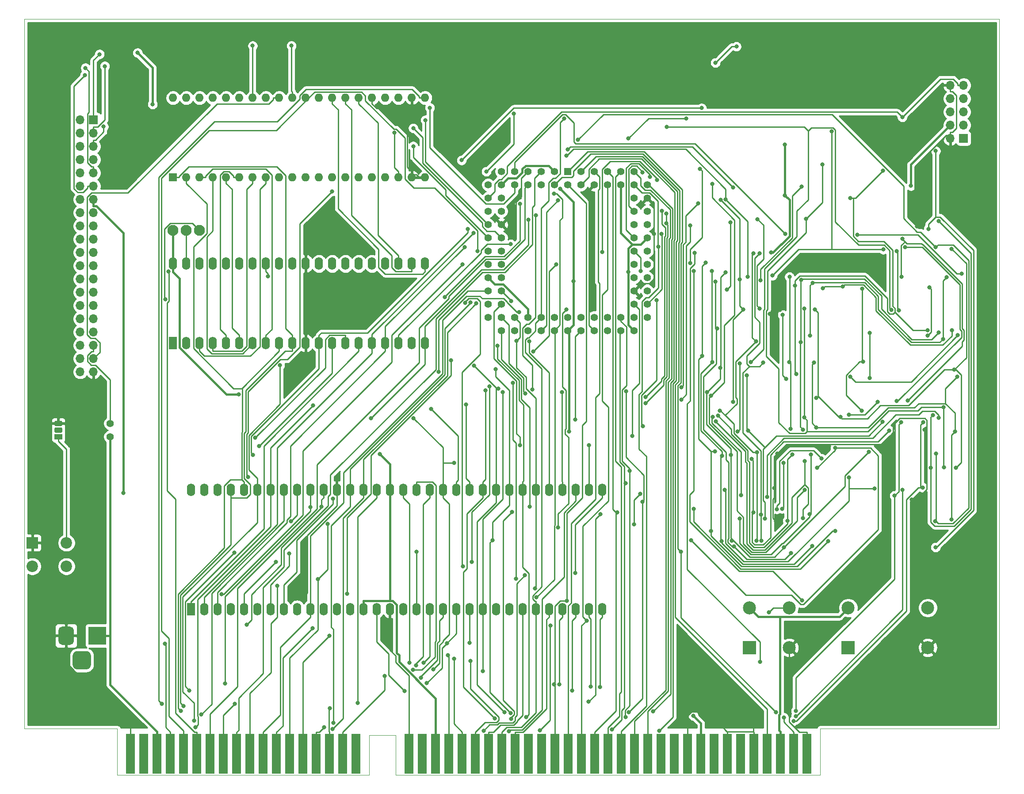
<source format=gbr>
%TF.GenerationSoftware,KiCad,Pcbnew,5.1.6-c6e7f7d~86~ubuntu18.04.1*%
%TF.CreationDate,2020-12-12T09:12:09+08:00*%
%TF.ProjectId,68k_dev,36386b5f-6465-4762-9e6b-696361645f70,rev?*%
%TF.SameCoordinates,Original*%
%TF.FileFunction,Copper,L2,Bot*%
%TF.FilePolarity,Positive*%
%FSLAX46Y46*%
G04 Gerber Fmt 4.6, Leading zero omitted, Abs format (unit mm)*
G04 Created by KiCad (PCBNEW 5.1.6-c6e7f7d~86~ubuntu18.04.1) date 2020-12-12 09:12:09*
%MOMM*%
%LPD*%
G01*
G04 APERTURE LIST*
%TA.AperFunction,Profile*%
%ADD10C,0.050000*%
%TD*%
%TA.AperFunction,ComponentPad*%
%ADD11O,1.600000X2.400000*%
%TD*%
%TA.AperFunction,ComponentPad*%
%ADD12R,1.600000X2.400000*%
%TD*%
%TA.AperFunction,ComponentPad*%
%ADD13C,2.100000*%
%TD*%
%TA.AperFunction,ConnectorPad*%
%ADD14R,1.780000X7.620000*%
%TD*%
%TA.AperFunction,ComponentPad*%
%ADD15R,3.500000X3.500000*%
%TD*%
%TA.AperFunction,ComponentPad*%
%ADD16C,1.400000*%
%TD*%
%TA.AperFunction,ComponentPad*%
%ADD17R,1.600000X1.600000*%
%TD*%
%TA.AperFunction,ComponentPad*%
%ADD18O,1.600000X1.600000*%
%TD*%
%TA.AperFunction,ComponentPad*%
%ADD19R,2.500000X2.500000*%
%TD*%
%TA.AperFunction,ComponentPad*%
%ADD20C,2.500000*%
%TD*%
%TA.AperFunction,ComponentPad*%
%ADD21R,1.500000X1.050000*%
%TD*%
%TA.AperFunction,ComponentPad*%
%ADD22C,1.422400*%
%TD*%
%TA.AperFunction,ComponentPad*%
%ADD23R,1.422400X1.422400*%
%TD*%
%TA.AperFunction,ComponentPad*%
%ADD24R,1.700000X1.700000*%
%TD*%
%TA.AperFunction,ComponentPad*%
%ADD25O,1.700000X1.700000*%
%TD*%
%TA.AperFunction,ComponentPad*%
%ADD26R,2.200000X2.200000*%
%TD*%
%TA.AperFunction,ComponentPad*%
%ADD27C,2.200000*%
%TD*%
%TA.AperFunction,ViaPad*%
%ADD28C,0.800000*%
%TD*%
%TA.AperFunction,Conductor*%
%ADD29C,0.250000*%
%TD*%
%TA.AperFunction,Conductor*%
%ADD30C,0.400000*%
%TD*%
%TA.AperFunction,Conductor*%
%ADD31C,0.254000*%
%TD*%
G04 APERTURE END LIST*
D10*
X34290000Y-149860000D02*
X16510000Y-149860000D01*
X34290000Y-158750000D02*
X34290000Y-149860000D01*
X82550000Y-158750000D02*
X34290000Y-158750000D01*
X82550000Y-151130000D02*
X82550000Y-158750000D01*
X87630000Y-151130000D02*
X82550000Y-151130000D01*
X87630000Y-158750000D02*
X87630000Y-151130000D01*
X168910000Y-158750000D02*
X87630000Y-158750000D01*
X168910000Y-149860000D02*
X168910000Y-158750000D01*
X170180000Y-149860000D02*
X168910000Y-149860000D01*
X16510000Y-13970000D02*
X16510000Y-149860000D01*
X203200000Y-13970000D02*
X16510000Y-13970000D01*
X203200000Y-149860000D02*
X203200000Y-13970000D01*
X170180000Y-149860000D02*
X203200000Y-149860000D01*
D11*
%TO.P,U1,64*%
%TO.N,D5*%
X48387000Y-104140000D03*
%TO.P,U1,32*%
%TO.N,A4*%
X127127000Y-127000000D03*
%TO.P,U1,63*%
%TO.N,D6*%
X50927000Y-104140000D03*
%TO.P,U1,31*%
%TO.N,A3*%
X124587000Y-127000000D03*
%TO.P,U1,62*%
%TO.N,D7*%
X53467000Y-104140000D03*
%TO.P,U1,30*%
%TO.N,A2*%
X122047000Y-127000000D03*
%TO.P,U1,61*%
%TO.N,D8*%
X56007000Y-104140000D03*
%TO.P,U1,29*%
%TO.N,A1*%
X119507000Y-127000000D03*
%TO.P,U1,60*%
%TO.N,D9*%
X58547000Y-104140000D03*
%TO.P,U1,28*%
%TO.N,FC0*%
X116967000Y-127000000D03*
%TO.P,U1,59*%
%TO.N,D10*%
X61087000Y-104140000D03*
%TO.P,U1,27*%
%TO.N,FC1*%
X114427000Y-127000000D03*
%TO.P,U1,58*%
%TO.N,D11*%
X63627000Y-104140000D03*
%TO.P,U1,26*%
%TO.N,FC2*%
X111887000Y-127000000D03*
%TO.P,U1,57*%
%TO.N,D12*%
X66167000Y-104140000D03*
%TO.P,U1,25*%
%TO.N,IPL0*%
X109347000Y-127000000D03*
%TO.P,U1,56*%
%TO.N,D13*%
X68707000Y-104140000D03*
%TO.P,U1,24*%
%TO.N,IPL1*%
X106807000Y-127000000D03*
%TO.P,U1,55*%
%TO.N,D14*%
X71247000Y-104140000D03*
%TO.P,U1,23*%
%TO.N,IPL2*%
X104267000Y-127000000D03*
%TO.P,U1,54*%
%TO.N,D15*%
X73787000Y-104140000D03*
%TO.P,U1,22*%
%TO.N,BERR*%
X101727000Y-127000000D03*
%TO.P,U1,53*%
%TO.N,GND*%
X76327000Y-104140000D03*
%TO.P,U1,21*%
%TO.N,VPA*%
X99187000Y-127000000D03*
%TO.P,U1,52*%
%TO.N,A23*%
X78867000Y-104140000D03*
%TO.P,U1,20*%
%TO.N,E*%
X96647000Y-127000000D03*
%TO.P,U1,51*%
%TO.N,A22*%
X81407000Y-104140000D03*
%TO.P,U1,19*%
%TO.N,VMA*%
X94107000Y-127000000D03*
%TO.P,U1,50*%
%TO.N,A21*%
X83947000Y-104140000D03*
%TO.P,U1,18*%
%TO.N,RST*%
X91567000Y-127000000D03*
%TO.P,U1,49*%
%TO.N,VCC*%
X86487000Y-104140000D03*
%TO.P,U1,17*%
%TO.N,Net-(RN1-Pad4)*%
X89027000Y-127000000D03*
%TO.P,U1,48*%
%TO.N,A20*%
X89027000Y-104140000D03*
%TO.P,U1,16*%
%TO.N,GND*%
X86487000Y-127000000D03*
%TO.P,U1,47*%
%TO.N,A19*%
X91567000Y-104140000D03*
%TO.P,U1,15*%
%TO.N,CPU_CLK*%
X83947000Y-127000000D03*
%TO.P,U1,46*%
%TO.N,A18*%
X94107000Y-104140000D03*
%TO.P,U1,14*%
%TO.N,VCC*%
X81407000Y-127000000D03*
%TO.P,U1,45*%
%TO.N,A17*%
X96647000Y-104140000D03*
%TO.P,U1,13*%
%TO.N,BR*%
X78867000Y-127000000D03*
%TO.P,U1,44*%
%TO.N,A16*%
X99187000Y-104140000D03*
%TO.P,U1,12*%
%TO.N,BGACK*%
X76327000Y-127000000D03*
%TO.P,U1,43*%
%TO.N,A15*%
X101727000Y-104140000D03*
%TO.P,U1,11*%
%TO.N,BG*%
X73787000Y-127000000D03*
%TO.P,U1,42*%
%TO.N,A14*%
X104267000Y-104140000D03*
%TO.P,U1,10*%
%TO.N,DTACK*%
X71247000Y-127000000D03*
%TO.P,U1,41*%
%TO.N,A13*%
X106807000Y-104140000D03*
%TO.P,U1,9*%
%TO.N,RW*%
X68707000Y-127000000D03*
%TO.P,U1,40*%
%TO.N,A12*%
X109347000Y-104140000D03*
%TO.P,U1,8*%
%TO.N,LDS*%
X66167000Y-127000000D03*
%TO.P,U1,39*%
%TO.N,A11*%
X111887000Y-104140000D03*
%TO.P,U1,7*%
%TO.N,UDS*%
X63627000Y-127000000D03*
%TO.P,U1,38*%
%TO.N,A10*%
X114427000Y-104140000D03*
%TO.P,U1,6*%
%TO.N,AS*%
X61087000Y-127000000D03*
%TO.P,U1,37*%
%TO.N,A9*%
X116967000Y-104140000D03*
%TO.P,U1,5*%
%TO.N,D0*%
X58547000Y-127000000D03*
%TO.P,U1,36*%
%TO.N,A8*%
X119507000Y-104140000D03*
%TO.P,U1,4*%
%TO.N,D1*%
X56007000Y-127000000D03*
%TO.P,U1,35*%
%TO.N,A7*%
X122047000Y-104140000D03*
%TO.P,U1,3*%
%TO.N,D2*%
X53467000Y-127000000D03*
%TO.P,U1,34*%
%TO.N,A6*%
X124587000Y-104140000D03*
%TO.P,U1,2*%
%TO.N,D3*%
X50927000Y-127000000D03*
%TO.P,U1,33*%
%TO.N,A5*%
X127127000Y-104140000D03*
D12*
%TO.P,U1,1*%
%TO.N,D4*%
X48387000Y-127000000D03*
%TD*%
D13*
%TO.P,J1,1*%
%TO.N,A18*%
X50038000Y-54483000D03*
%TO.P,J1,2*%
%TO.N,Net-(J1-Pad2)*%
X47498000Y-54483000D03*
%TO.P,J1,3*%
%TO.N,VCC*%
X44958000Y-54483000D03*
%TD*%
D14*
%TO.P,J2,1*%
%TO.N,GND*%
X166370000Y-154686000D03*
%TO.P,J2,2*%
%TO.N,RST*%
X163830000Y-154686000D03*
%TO.P,J2,3*%
%TO.N,VCC*%
X161290000Y-154686000D03*
%TO.P,J2,4*%
%TO.N,RST_H*%
X158750000Y-154686000D03*
%TO.P,J2,5*%
%TO.N,GND*%
X156210000Y-154686000D03*
%TO.P,J2,6*%
%TO.N,Net-(J2-Pad6)*%
X153670000Y-154686000D03*
%TO.P,J2,7*%
%TO.N,GND*%
X151130000Y-154686000D03*
%TO.P,J2,8*%
%TO.N,Net-(J2-Pad8)*%
X148590000Y-154686000D03*
%TO.P,J2,9*%
%TO.N,+3V3*%
X146050000Y-154686000D03*
%TO.P,J2,10*%
%TO.N,GND*%
X143510000Y-154686000D03*
%TO.P,J2,11*%
%TO.N,Net-(J2-Pad11)*%
X140970000Y-154686000D03*
%TO.P,J2,12*%
%TO.N,Net-(J2-Pad12)*%
X138430000Y-154686000D03*
%TO.P,J2,13*%
%TO.N,IO_SEL1*%
X135890000Y-154686000D03*
%TO.P,J2,14*%
%TO.N,IO_SEL2*%
X133350000Y-154686000D03*
%TO.P,J2,15*%
%TO.N,RAM1_SEL*%
X130810000Y-154686000D03*
%TO.P,J2,16*%
%TO.N,RAM2_SEL*%
X128270000Y-154686000D03*
%TO.P,J2,17*%
%TO.N,RAM3_SEL*%
X125730000Y-154686000D03*
%TO.P,J2,18*%
%TO.N,RAM4_SEL*%
X123190000Y-154686000D03*
%TO.P,J2,19*%
%TO.N,ROM_SEL*%
X120650000Y-154686000D03*
%TO.P,J2,20*%
%TO.N,CPU_CLK*%
X118110000Y-154686000D03*
%TO.P,J2,21*%
%TO.N,Net-(J2-Pad21)*%
X115570000Y-154686000D03*
%TO.P,J2,22*%
%TO.N,Net-(J2-Pad22)*%
X113030000Y-154686000D03*
%TO.P,J2,23*%
%TO.N,FC0*%
X110490000Y-154686000D03*
%TO.P,J2,24*%
%TO.N,FC1*%
X107950000Y-154686000D03*
%TO.P,J2,25*%
%TO.N,FC2*%
X105410000Y-154686000D03*
%TO.P,J2,26*%
%TO.N,BGACK*%
X102870000Y-154686000D03*
%TO.P,J2,27*%
%TO.N,BG*%
X100330000Y-154686000D03*
%TO.P,J2,28*%
%TO.N,BR*%
X97790000Y-154686000D03*
%TO.P,J2,29*%
%TO.N,VCC*%
X95250000Y-154686000D03*
%TO.P,J2,30*%
%TO.N,Net-(J2-Pad30)*%
X92710000Y-154686000D03*
%TO.P,J2,31*%
%TO.N,GND*%
X90170000Y-154686000D03*
%TO.P,J2,63*%
%TO.N,Net-(J2-Pad63)*%
X80010000Y-154686000D03*
%TO.P,J2,64*%
%TO.N,VMA*%
X77470000Y-154686000D03*
%TO.P,J2,65*%
%TO.N,E*%
X74930000Y-154686000D03*
%TO.P,J2,66*%
%TO.N,VPA*%
X72390000Y-154686000D03*
%TO.P,J2,67*%
%TO.N,IPL0*%
X69850000Y-154686000D03*
%TO.P,J2,68*%
%TO.N,IPL1*%
X67310000Y-154686000D03*
%TO.P,J2,69*%
%TO.N,IPL2*%
X64770000Y-154686000D03*
%TO.P,J2,70*%
%TO.N,DTACK*%
X62230000Y-154686000D03*
%TO.P,J2,71*%
%TO.N,BERR*%
X59690000Y-154686000D03*
%TO.P,J2,72*%
%TO.N,RDL*%
X57150000Y-154686000D03*
%TO.P,J2,73*%
%TO.N,RDU*%
X54610000Y-154686000D03*
%TO.P,J2,74*%
%TO.N,WRL*%
X52070000Y-154686000D03*
%TO.P,J2,75*%
%TO.N,WRU*%
X49530000Y-154686000D03*
%TO.P,J2,76*%
%TO.N,IRQ1*%
X46990000Y-154686000D03*
%TO.P,J2,77*%
%TO.N,IRQ2*%
X44450000Y-154686000D03*
%TO.P,J2,78*%
%TO.N,VCC*%
X41910000Y-154686000D03*
%TO.P,J2,79*%
%TO.N,Net-(J2-Pad79)*%
X39370000Y-154686000D03*
%TO.P,J2,80*%
%TO.N,GND*%
X36830000Y-154686000D03*
%TD*%
D15*
%TO.P,J5,1*%
%TO.N,VCC*%
X30480000Y-132080000D03*
%TO.P,J5,2*%
%TO.N,GND*%
%TA.AperFunction,ComponentPad*%
G36*
G01*
X22980000Y-133080000D02*
X22980000Y-131080000D01*
G75*
G02*
X23730000Y-130330000I750000J0D01*
G01*
X25230000Y-130330000D01*
G75*
G02*
X25980000Y-131080000I0J-750000D01*
G01*
X25980000Y-133080000D01*
G75*
G02*
X25230000Y-133830000I-750000J0D01*
G01*
X23730000Y-133830000D01*
G75*
G02*
X22980000Y-133080000I0J750000D01*
G01*
G37*
%TD.AperFunction*%
%TO.P,J5,3*%
%TO.N,N/C*%
%TA.AperFunction,ComponentPad*%
G36*
G01*
X25730000Y-137655000D02*
X25730000Y-135905000D01*
G75*
G02*
X26605000Y-135030000I875000J0D01*
G01*
X28355000Y-135030000D01*
G75*
G02*
X29230000Y-135905000I0J-875000D01*
G01*
X29230000Y-137655000D01*
G75*
G02*
X28355000Y-138530000I-875000J0D01*
G01*
X26605000Y-138530000D01*
G75*
G02*
X25730000Y-137655000I0J875000D01*
G01*
G37*
%TD.AperFunction*%
%TD*%
D16*
%TO.P,JP1,2*%
%TO.N,Net-(J3-Pad35)*%
X32893000Y-91440000D03*
%TO.P,JP1,1*%
%TO.N,VCC*%
X32893000Y-93980000D03*
%TD*%
D17*
%TO.P,U14,1*%
%TO.N,D8*%
X44958000Y-44323000D03*
D18*
%TO.P,U14,21*%
%TO.N,RDU*%
X93218000Y-29083000D03*
%TO.P,U14,2*%
%TO.N,D9*%
X47498000Y-44323000D03*
%TO.P,U14,22*%
%TO.N,GND*%
X90678000Y-29083000D03*
%TO.P,U14,3*%
%TO.N,D10*%
X50038000Y-44323000D03*
%TO.P,U14,23*%
%TO.N,Net-(U14-Pad23)*%
X88138000Y-29083000D03*
%TO.P,U14,4*%
%TO.N,D11*%
X52578000Y-44323000D03*
%TO.P,U14,24*%
%TO.N,Net-(U14-Pad24)*%
X85598000Y-29083000D03*
%TO.P,U14,5*%
%TO.N,D12*%
X55118000Y-44323000D03*
%TO.P,U14,25*%
%TO.N,GND*%
X83058000Y-29083000D03*
%TO.P,U14,6*%
%TO.N,D13*%
X57658000Y-44323000D03*
%TO.P,U14,26*%
%TO.N,A3*%
X80518000Y-29083000D03*
%TO.P,U14,7*%
%TO.N,D14*%
X60198000Y-44323000D03*
%TO.P,U14,27*%
%TO.N,A2*%
X77978000Y-29083000D03*
%TO.P,U14,8*%
%TO.N,D15*%
X62738000Y-44323000D03*
%TO.P,U14,28*%
%TO.N,A1*%
X75438000Y-29083000D03*
%TO.P,U14,9*%
%TO.N,Net-(U14-Pad15)*%
X65278000Y-44323000D03*
%TO.P,U14,29*%
%TO.N,Net-(U14-Pad29)*%
X72898000Y-29083000D03*
%TO.P,U14,10*%
%TO.N,TX*%
X67818000Y-44323000D03*
%TO.P,U14,30*%
%TO.N,IRQ1*%
X70358000Y-29083000D03*
%TO.P,U14,11*%
%TO.N,RX*%
X70358000Y-44323000D03*
%TO.P,U14,31*%
%TO.N,Net-(D2-Pad2)*%
X67818000Y-29083000D03*
%TO.P,U14,12*%
%TO.N,Net-(RN3-Pad4)*%
X72898000Y-44323000D03*
%TO.P,U14,32*%
%TO.N,CTS*%
X65278000Y-29083000D03*
%TO.P,U14,13*%
%TO.N,Net-(RN3-Pad3)*%
X75438000Y-44323000D03*
%TO.P,U14,33*%
%TO.N,Net-(U14-Pad33)*%
X62738000Y-29083000D03*
%TO.P,U14,14*%
%TO.N,IO_SEL1*%
X77978000Y-44323000D03*
%TO.P,U14,34*%
%TO.N,Net-(D1-Pad2)*%
X60198000Y-29083000D03*
%TO.P,U14,15*%
%TO.N,Net-(U14-Pad15)*%
X80518000Y-44323000D03*
%TO.P,U14,35*%
%TO.N,RST_H*%
X57658000Y-29083000D03*
%TO.P,U14,16*%
%TO.N,CPU_CLK*%
X83058000Y-44323000D03*
%TO.P,U14,36*%
%TO.N,Net-(U14-Pad36)*%
X55118000Y-29083000D03*
%TO.P,U14,17*%
%TO.N,Net-(U14-Pad17)*%
X85598000Y-44323000D03*
%TO.P,U14,37*%
%TO.N,Net-(U14-Pad36)*%
X52578000Y-29083000D03*
%TO.P,U14,18*%
%TO.N,WRU*%
X88138000Y-44323000D03*
%TO.P,U14,38*%
%TO.N,Net-(U14-Pad36)*%
X50038000Y-29083000D03*
%TO.P,U14,19*%
%TO.N,GND*%
X90678000Y-44323000D03*
%TO.P,U14,39*%
%TO.N,Net-(U14-Pad36)*%
X47498000Y-29083000D03*
%TO.P,U14,20*%
%TO.N,GND*%
X93218000Y-44323000D03*
%TO.P,U14,40*%
%TO.N,VCC*%
X44958000Y-29083000D03*
%TD*%
D19*
%TO.P,X1,1*%
%TO.N,Net-(X1-Pad1)*%
X155321000Y-134366000D03*
D20*
%TO.P,X1,8*%
%TO.N,VCC*%
X155321000Y-126746000D03*
%TO.P,X1,5*%
%TO.N,CPU_CLK*%
X162941000Y-126746000D03*
%TO.P,X1,4*%
%TO.N,GND*%
X162941000Y-134366000D03*
%TD*%
D19*
%TO.P,X2,1*%
%TO.N,Net-(X2-Pad1)*%
X174244000Y-134366000D03*
D20*
%TO.P,X2,14*%
%TO.N,VCC*%
X174244000Y-126746000D03*
%TO.P,X2,8*%
%TO.N,CPU_CLK*%
X189484000Y-126746000D03*
%TO.P,X2,7*%
%TO.N,GND*%
X189484000Y-134366000D03*
%TD*%
%TO.P,IC1,2*%
%TO.N,VCC*%
%TA.AperFunction,ComponentPad*%
G36*
G01*
X23474500Y-93235000D02*
X22499500Y-93235000D01*
G75*
G02*
X22237000Y-92972500I0J262500D01*
G01*
X22237000Y-92447500D01*
G75*
G02*
X22499500Y-92185000I262500J0D01*
G01*
X23474500Y-92185000D01*
G75*
G02*
X23737000Y-92447500I0J-262500D01*
G01*
X23737000Y-92972500D01*
G75*
G02*
X23474500Y-93235000I-262500J0D01*
G01*
G37*
%TD.AperFunction*%
%TO.P,IC1,3*%
%TO.N,GND*%
%TA.AperFunction,ComponentPad*%
G36*
G01*
X23474500Y-91965000D02*
X22499500Y-91965000D01*
G75*
G02*
X22237000Y-91702500I0J262500D01*
G01*
X22237000Y-91177500D01*
G75*
G02*
X22499500Y-90915000I262500J0D01*
G01*
X23474500Y-90915000D01*
G75*
G02*
X23737000Y-91177500I0J-262500D01*
G01*
X23737000Y-91702500D01*
G75*
G02*
X23474500Y-91965000I-262500J0D01*
G01*
G37*
%TD.AperFunction*%
D21*
%TO.P,IC1,1*%
%TO.N,RST*%
X22987000Y-93980000D03*
%TD*%
D22*
%TO.P,U3,2*%
%TO.N,CPU_CLK*%
X120523000Y-45720000D03*
%TO.P,U3,4*%
%TO.N,RST_H*%
X117983000Y-45720000D03*
%TO.P,U3,6*%
%TO.N,RDU*%
X115443000Y-45720000D03*
%TO.P,U3,8*%
%TO.N,WRL*%
X112903000Y-45720000D03*
%TO.P,U3,10*%
%TO.N,SS1*%
X110363000Y-45720000D03*
%TO.P,U3,84*%
%TO.N,RW*%
X123063000Y-45720000D03*
%TO.P,U3,82*%
%TO.N,GND*%
X125603000Y-45720000D03*
%TO.P,U3,80*%
%TO.N,RAM4_SEL*%
X128143000Y-45720000D03*
%TO.P,U3,78*%
%TO.N,VCC*%
X130683000Y-45720000D03*
%TO.P,U3,76*%
%TO.N,RAM1_SEL*%
X133223000Y-45720000D03*
%TO.P,U3,74*%
%TO.N,IO_SEL1*%
X135763000Y-45720000D03*
D23*
%TO.P,U3,1*%
%TO.N,RST*%
X120523000Y-43180000D03*
D22*
%TO.P,U3,3*%
%TO.N,VCC*%
X117983000Y-43180000D03*
%TO.P,U3,5*%
%TO.N,RDL*%
X115443000Y-43180000D03*
%TO.P,U3,7*%
%TO.N,GND*%
X112903000Y-43180000D03*
%TO.P,U3,9*%
%TO.N,WRU*%
X110363000Y-43180000D03*
%TO.P,U3,11*%
%TO.N,SS2*%
X107823000Y-43180000D03*
%TO.P,U3,83*%
%TO.N,AS*%
X123063000Y-43180000D03*
%TO.P,U3,81*%
%TO.N,ROM_SEL*%
X125603000Y-43180000D03*
%TO.P,U3,79*%
%TO.N,RAM3_SEL*%
X128143000Y-43180000D03*
%TO.P,U3,77*%
%TO.N,RAM2_SEL*%
X130683000Y-43180000D03*
%TO.P,U3,75*%
%TO.N,IO_SEL2*%
X133223000Y-43180000D03*
%TO.P,U3,13*%
%TO.N,VCC*%
X107823000Y-45720000D03*
%TO.P,U3,15*%
%TO.N,IPL0*%
X107823000Y-48260000D03*
%TO.P,U3,17*%
%TO.N,IPL2*%
X107823000Y-50800000D03*
%TO.P,U3,19*%
%TO.N,GND*%
X107823000Y-53340000D03*
%TO.P,U3,21*%
%TO.N,MISO*%
X107823000Y-55880000D03*
%TO.P,U3,23*%
%TO.N,TMS*%
X107823000Y-58420000D03*
%TO.P,U3,25*%
%TO.N,A1*%
X107823000Y-60960000D03*
%TO.P,U3,27*%
%TO.N,A2*%
X107823000Y-63500000D03*
%TO.P,U3,29*%
%TO.N,A4*%
X107823000Y-66040000D03*
%TO.P,U3,31*%
%TO.N,A6*%
X107823000Y-68580000D03*
%TO.P,U3,12*%
%TO.N,DC*%
X105283000Y-45720000D03*
%TO.P,U3,14*%
%TO.N,TDI*%
X105283000Y-48260000D03*
%TO.P,U3,16*%
%TO.N,IPL1*%
X105283000Y-50800000D03*
%TO.P,U3,18*%
%TO.N,SCLK*%
X105283000Y-53340000D03*
%TO.P,U3,20*%
%TO.N,MOSI*%
X105283000Y-55880000D03*
%TO.P,U3,22*%
%TO.N,IRQ1*%
X105283000Y-58420000D03*
%TO.P,U3,24*%
%TO.N,IRQ2*%
X105283000Y-60960000D03*
%TO.P,U3,26*%
%TO.N,VCC*%
X105283000Y-63500000D03*
%TO.P,U3,28*%
%TO.N,A3*%
X105283000Y-66040000D03*
%TO.P,U3,30*%
%TO.N,A5*%
X105283000Y-68580000D03*
%TO.P,U3,32*%
%TO.N,GND*%
X105283000Y-71120000D03*
%TO.P,U3,34*%
%TO.N,A8*%
X107823000Y-71120000D03*
%TO.P,U3,36*%
%TO.N,A10*%
X110363000Y-71120000D03*
%TO.P,U3,38*%
%TO.N,VCC*%
X112903000Y-71120000D03*
%TO.P,U3,40*%
%TO.N,FC1*%
X115443000Y-71120000D03*
%TO.P,U3,42*%
%TO.N,GND*%
X117983000Y-71120000D03*
%TO.P,U3,44*%
%TO.N,DTACK*%
X120523000Y-71120000D03*
%TO.P,U3,46*%
%TO.N,UDS*%
X123063000Y-71120000D03*
%TO.P,U3,48*%
%TO.N,A12*%
X125603000Y-71120000D03*
%TO.P,U3,50*%
%TO.N,A14*%
X128143000Y-71120000D03*
%TO.P,U3,52*%
%TO.N,A16*%
X130683000Y-71120000D03*
%TO.P,U3,33*%
%TO.N,A7*%
X107823000Y-73660000D03*
%TO.P,U3,35*%
%TO.N,A9*%
X110363000Y-73660000D03*
%TO.P,U3,37*%
%TO.N,A11*%
X112903000Y-73660000D03*
%TO.P,U3,39*%
%TO.N,FC0*%
X115443000Y-73660000D03*
%TO.P,U3,41*%
%TO.N,FC2*%
X117983000Y-73660000D03*
%TO.P,U3,43*%
%TO.N,VCC*%
X120523000Y-73660000D03*
%TO.P,U3,45*%
%TO.N,LDS*%
X123063000Y-73660000D03*
%TO.P,U3,47*%
%TO.N,GND*%
X125603000Y-73660000D03*
%TO.P,U3,49*%
%TO.N,A13*%
X128143000Y-73660000D03*
%TO.P,U3,51*%
%TO.N,A15*%
X130683000Y-73660000D03*
%TO.P,U3,53*%
%TO.N,VCC*%
X133223000Y-73660000D03*
%TO.P,U3,55*%
%TO.N,A18*%
X133223000Y-71120000D03*
%TO.P,U3,57*%
%TO.N,A20*%
X133223000Y-68580000D03*
%TO.P,U3,59*%
%TO.N,GND*%
X133223000Y-66040000D03*
%TO.P,U3,61*%
%TO.N,A23*%
X133223000Y-63500000D03*
%TO.P,U3,63*%
%TO.N,D0*%
X133223000Y-60960000D03*
%TO.P,U3,65*%
%TO.N,D2*%
X133223000Y-58420000D03*
%TO.P,U3,67*%
%TO.N,D3*%
X133223000Y-55880000D03*
%TO.P,U3,69*%
%TO.N,D5*%
X133223000Y-53340000D03*
%TO.P,U3,71*%
%TO.N,TDO*%
X133223000Y-50800000D03*
%TO.P,U3,73*%
%TO.N,D7*%
X133223000Y-48260000D03*
%TO.P,U3,54*%
%TO.N,A17*%
X135763000Y-71120000D03*
%TO.P,U3,56*%
%TO.N,A19*%
X135763000Y-68580000D03*
%TO.P,U3,58*%
%TO.N,A21*%
X135763000Y-66040000D03*
%TO.P,U3,60*%
%TO.N,A22*%
X135763000Y-63500000D03*
%TO.P,U3,62*%
%TO.N,TCK*%
X135763000Y-60960000D03*
%TO.P,U3,64*%
%TO.N,D1*%
X135763000Y-58420000D03*
%TO.P,U3,66*%
%TO.N,VCC*%
X135763000Y-55880000D03*
%TO.P,U3,68*%
%TO.N,D4*%
X135763000Y-53340000D03*
%TO.P,U3,70*%
%TO.N,D6*%
X135763000Y-50800000D03*
%TO.P,U3,72*%
%TO.N,GND*%
X135763000Y-48260000D03*
%TD*%
D12*
%TO.P,U2,1*%
%TO.N,Net-(U2-Pad1)*%
X44958000Y-76073000D03*
D11*
%TO.P,U2,21*%
%TO.N,A1*%
X93218000Y-60833000D03*
%TO.P,U2,2*%
%TO.N,ROM_SEL*%
X47498000Y-76073000D03*
%TO.P,U2,22*%
%TO.N,A2*%
X90678000Y-60833000D03*
%TO.P,U2,3*%
%TO.N,D15*%
X50038000Y-76073000D03*
%TO.P,U2,23*%
%TO.N,A3*%
X88138000Y-60833000D03*
%TO.P,U2,4*%
%TO.N,D14*%
X52578000Y-76073000D03*
%TO.P,U2,24*%
%TO.N,A4*%
X85598000Y-60833000D03*
%TO.P,U2,5*%
%TO.N,D13*%
X55118000Y-76073000D03*
%TO.P,U2,25*%
%TO.N,A5*%
X83058000Y-60833000D03*
%TO.P,U2,6*%
%TO.N,D12*%
X57658000Y-76073000D03*
%TO.P,U2,26*%
%TO.N,A6*%
X80518000Y-60833000D03*
%TO.P,U2,7*%
%TO.N,D11*%
X60198000Y-76073000D03*
%TO.P,U2,27*%
%TO.N,A7*%
X77978000Y-60833000D03*
%TO.P,U2,8*%
%TO.N,D10*%
X62738000Y-76073000D03*
%TO.P,U2,28*%
%TO.N,A8*%
X75438000Y-60833000D03*
%TO.P,U2,9*%
%TO.N,D9*%
X65278000Y-76073000D03*
%TO.P,U2,29*%
%TO.N,A9*%
X72898000Y-60833000D03*
%TO.P,U2,10*%
%TO.N,D8*%
X67818000Y-76073000D03*
%TO.P,U2,30*%
%TO.N,GND*%
X70358000Y-60833000D03*
%TO.P,U2,11*%
X70358000Y-76073000D03*
%TO.P,U2,31*%
%TO.N,A10*%
X67818000Y-60833000D03*
%TO.P,U2,12*%
%TO.N,D7*%
X72898000Y-76073000D03*
%TO.P,U2,32*%
%TO.N,A11*%
X65278000Y-60833000D03*
%TO.P,U2,13*%
%TO.N,D6*%
X75438000Y-76073000D03*
%TO.P,U2,33*%
%TO.N,A12*%
X62738000Y-60833000D03*
%TO.P,U2,14*%
%TO.N,D5*%
X77978000Y-76073000D03*
%TO.P,U2,34*%
%TO.N,A13*%
X60198000Y-60833000D03*
%TO.P,U2,15*%
%TO.N,D4*%
X80518000Y-76073000D03*
%TO.P,U2,35*%
%TO.N,A14*%
X57658000Y-60833000D03*
%TO.P,U2,16*%
%TO.N,D3*%
X83058000Y-76073000D03*
%TO.P,U2,36*%
%TO.N,A15*%
X55118000Y-60833000D03*
%TO.P,U2,17*%
%TO.N,D2*%
X85598000Y-76073000D03*
%TO.P,U2,37*%
%TO.N,A16*%
X52578000Y-60833000D03*
%TO.P,U2,18*%
%TO.N,D1*%
X88138000Y-76073000D03*
%TO.P,U2,38*%
%TO.N,A17*%
X50038000Y-60833000D03*
%TO.P,U2,19*%
%TO.N,D0*%
X90678000Y-76073000D03*
%TO.P,U2,39*%
%TO.N,Net-(J1-Pad2)*%
X47498000Y-60833000D03*
%TO.P,U2,20*%
%TO.N,ROM_SEL*%
X93218000Y-76073000D03*
%TO.P,U2,40*%
%TO.N,VCC*%
X44958000Y-60833000D03*
%TD*%
D24*
%TO.P,J4,1*%
%TO.N,TCK*%
X196342000Y-36830000D03*
D25*
%TO.P,J4,2*%
%TO.N,GND*%
X193802000Y-36830000D03*
%TO.P,J4,3*%
%TO.N,TDO*%
X196342000Y-34290000D03*
%TO.P,J4,4*%
%TO.N,VCC*%
X193802000Y-34290000D03*
%TO.P,J4,5*%
%TO.N,TMS*%
X196342000Y-31750000D03*
%TO.P,J4,6*%
%TO.N,Net-(J4-Pad6)*%
X193802000Y-31750000D03*
%TO.P,J4,7*%
%TO.N,Net-(J4-Pad7)*%
X196342000Y-29210000D03*
%TO.P,J4,8*%
%TO.N,Net-(J4-Pad8)*%
X193802000Y-29210000D03*
%TO.P,J4,9*%
%TO.N,TDI*%
X196342000Y-26670000D03*
%TO.P,J4,10*%
%TO.N,GND*%
X193802000Y-26670000D03*
%TD*%
D24*
%TO.P,J3,1*%
%TO.N,Net-(J3-Pad1)*%
X29718000Y-33274000D03*
D25*
%TO.P,J3,2*%
%TO.N,Net-(J3-Pad2)*%
X27178000Y-33274000D03*
%TO.P,J3,3*%
%TO.N,Net-(J3-Pad3)*%
X29718000Y-35814000D03*
%TO.P,J3,4*%
%TO.N,Net-(J3-Pad4)*%
X27178000Y-35814000D03*
%TO.P,J3,5*%
%TO.N,Net-(J3-Pad5)*%
X29718000Y-38354000D03*
%TO.P,J3,6*%
%TO.N,Net-(J3-Pad6)*%
X27178000Y-38354000D03*
%TO.P,J3,7*%
%TO.N,Net-(J3-Pad7)*%
X29718000Y-40894000D03*
%TO.P,J3,8*%
%TO.N,Net-(J3-Pad8)*%
X27178000Y-40894000D03*
%TO.P,J3,9*%
%TO.N,Net-(J3-Pad9)*%
X29718000Y-43434000D03*
%TO.P,J3,10*%
%TO.N,Net-(J3-Pad10)*%
X27178000Y-43434000D03*
%TO.P,J3,11*%
%TO.N,Net-(J3-Pad11)*%
X29718000Y-45974000D03*
%TO.P,J3,12*%
%TO.N,Net-(J3-Pad12)*%
X27178000Y-45974000D03*
%TO.P,J3,13*%
%TO.N,+3V3*%
X29718000Y-48514000D03*
%TO.P,J3,14*%
%TO.N,Net-(J3-Pad14)*%
X27178000Y-48514000D03*
%TO.P,J3,15*%
%TO.N,GND*%
X29718000Y-51054000D03*
%TO.P,J3,16*%
%TO.N,Net-(J3-Pad16)*%
X27178000Y-51054000D03*
%TO.P,J3,17*%
%TO.N,Net-(J3-Pad17)*%
X29718000Y-53594000D03*
%TO.P,J3,18*%
%TO.N,Net-(J3-Pad18)*%
X27178000Y-53594000D03*
%TO.P,J3,19*%
%TO.N,Net-(J3-Pad19)*%
X29718000Y-56134000D03*
%TO.P,J3,20*%
%TO.N,Net-(J3-Pad20)*%
X27178000Y-56134000D03*
%TO.P,J3,21*%
%TO.N,Net-(J3-Pad21)*%
X29718000Y-58674000D03*
%TO.P,J3,22*%
%TO.N,Net-(J3-Pad22)*%
X27178000Y-58674000D03*
%TO.P,J3,23*%
%TO.N,Net-(J3-Pad23)*%
X29718000Y-61214000D03*
%TO.P,J3,24*%
%TO.N,Net-(J3-Pad24)*%
X27178000Y-61214000D03*
%TO.P,J3,25*%
%TO.N,Net-(J3-Pad25)*%
X29718000Y-63754000D03*
%TO.P,J3,26*%
%TO.N,Net-(J3-Pad26)*%
X27178000Y-63754000D03*
%TO.P,J3,27*%
%TO.N,Net-(J3-Pad27)*%
X29718000Y-66294000D03*
%TO.P,J3,28*%
%TO.N,Net-(J3-Pad28)*%
X27178000Y-66294000D03*
%TO.P,J3,29*%
%TO.N,Net-(J3-Pad29)*%
X29718000Y-68834000D03*
%TO.P,J3,30*%
%TO.N,Net-(J3-Pad30)*%
X27178000Y-68834000D03*
%TO.P,J3,31*%
%TO.N,TX*%
X29718000Y-71374000D03*
%TO.P,J3,32*%
%TO.N,Net-(J3-Pad32)*%
X27178000Y-71374000D03*
%TO.P,J3,33*%
%TO.N,RX*%
X29718000Y-73914000D03*
%TO.P,J3,34*%
%TO.N,Net-(J3-Pad34)*%
X27178000Y-73914000D03*
%TO.P,J3,35*%
%TO.N,Net-(J3-Pad35)*%
X29718000Y-76454000D03*
%TO.P,J3,36*%
%TO.N,Net-(J3-Pad36)*%
X27178000Y-76454000D03*
%TO.P,J3,37*%
%TO.N,CTS*%
X29718000Y-78994000D03*
%TO.P,J3,38*%
%TO.N,Net-(J3-Pad38)*%
X27178000Y-78994000D03*
%TO.P,J3,39*%
%TO.N,GND*%
X29718000Y-81534000D03*
%TO.P,J3,40*%
%TO.N,Net-(J3-Pad40)*%
X27178000Y-81534000D03*
%TD*%
D26*
%TO.P,SW1,1*%
%TO.N,GND*%
X18034000Y-114300000D03*
D27*
%TO.P,SW1,2*%
%TO.N,RST*%
X24534000Y-114300000D03*
%TO.P,SW1,4*%
%TO.N,N/C*%
X24534000Y-118800000D03*
%TO.P,SW1,3*%
X18034000Y-118800000D03*
%TD*%
D28*
%TO.N,GND*%
X156095900Y-147606700D03*
X137062300Y-55090800D03*
X186397600Y-106025200D03*
X188869000Y-92635600D03*
X186558700Y-48344800D03*
X160433700Y-110117100D03*
X159258000Y-70435300D03*
X161146500Y-69663900D03*
X160654000Y-97189100D03*
X187455000Y-53692800D03*
X160093800Y-103803900D03*
X70019900Y-124565600D03*
X187198000Y-113958000D03*
%TO.N,VCC*%
X119111400Y-46494500D03*
X84545900Y-97282000D03*
X38164400Y-20447000D03*
X41029700Y-30306100D03*
X186242100Y-45922900D03*
X162082000Y-37978800D03*
X162082000Y-47730400D03*
X120794800Y-92989200D03*
X57495700Y-85848400D03*
X159488100Y-58661600D03*
X132106800Y-62386300D03*
X121634500Y-64216700D03*
%TO.N,+3V3*%
X35450000Y-104745200D03*
X144594700Y-147399500D03*
%TO.N,Net-(D1-Pad2)*%
X60198000Y-19093700D03*
%TO.N,Net-(D2-Pad2)*%
X67612500Y-19083200D03*
%TO.N,Net-(D10-Pad2)*%
X152833400Y-19239500D03*
X148816400Y-22341000D03*
%TO.N,A18*%
X178378800Y-82708900D03*
X178323900Y-74116700D03*
X43458300Y-67659300D03*
X151695400Y-52913200D03*
X151013700Y-65790000D03*
X91449800Y-137735000D03*
%TO.N,RST*%
X161891300Y-147729200D03*
X160367500Y-146738900D03*
X142227100Y-116021200D03*
X91567000Y-116021200D03*
%TO.N,IO_SEL1*%
X100203100Y-41009300D03*
X146174700Y-31032900D03*
%TO.N,RAM1_SEL*%
X180953800Y-58116700D03*
X171032600Y-35510300D03*
X137872200Y-57598900D03*
X159710500Y-63118600D03*
%TO.N,RAM2_SEL*%
X182476300Y-69706500D03*
X139467300Y-34625400D03*
X155550100Y-79687600D03*
%TO.N,RAM3_SEL*%
X182113500Y-92778900D03*
X155736300Y-98260100D03*
X130043900Y-108487200D03*
X156055800Y-108503100D03*
%TO.N,RAM4_SEL*%
X124154700Y-129182700D03*
%TO.N,ROM_SEL*%
X113032100Y-52391300D03*
X143210600Y-33018200D03*
X132153100Y-36876000D03*
X82885400Y-90446400D03*
%TO.N,CPU_CLK*%
X89301800Y-142677600D03*
X117875700Y-141394400D03*
X120384700Y-125394500D03*
X159044700Y-127611700D03*
%TO.N,FC0*%
X118690800Y-48731000D03*
X110611400Y-121200500D03*
X110007500Y-83626700D03*
%TO.N,FC1*%
X119818200Y-33027400D03*
%TO.N,FC2*%
X110176100Y-32068700D03*
X104941500Y-43166700D03*
X117909100Y-47435500D03*
X114545400Y-124747000D03*
%TO.N,BGACK*%
X101928400Y-136923500D03*
%TO.N,BG*%
X98740500Y-136473000D03*
%TO.N,BR*%
X97620400Y-135829900D03*
%TO.N,D7*%
X184401000Y-91184500D03*
X183488300Y-87141700D03*
X185111100Y-57704800D03*
X101370700Y-54160700D03*
X60240600Y-97417000D03*
X164220900Y-146463200D03*
X183116200Y-105257100D03*
%TO.N,D6*%
X144018500Y-53545700D03*
X142320000Y-86835400D03*
X184465500Y-63344800D03*
X185669900Y-87075000D03*
X184658000Y-56032500D03*
X164230400Y-147463600D03*
X184658000Y-104112100D03*
X61434600Y-95773700D03*
%TO.N,D5*%
X188587300Y-91217800D03*
X163752400Y-148422900D03*
X138529400Y-50680500D03*
X135394100Y-86344300D03*
X60653400Y-94187900D03*
X188554400Y-103714000D03*
%TO.N,D4*%
X190422000Y-89828300D03*
X135392700Y-87558900D03*
X191522100Y-52643800D03*
X190042400Y-99935700D03*
X139413600Y-51211000D03*
X139413600Y-53112000D03*
%TO.N,D3*%
X190991100Y-115137900D03*
X189471700Y-74588100D03*
X189753600Y-65331000D03*
X189607800Y-54155600D03*
X190998300Y-39244100D03*
X136294000Y-44199300D03*
X102506800Y-54915800D03*
%TO.N,D2*%
X165378700Y-125289400D03*
X144665800Y-62230000D03*
X134493100Y-62230000D03*
X100778900Y-57669400D03*
%TO.N,D1*%
X109644600Y-57091600D03*
X78245900Y-124021900D03*
X98186800Y-79369400D03*
X144812900Y-58723100D03*
X157340500Y-137096100D03*
%TO.N,D0*%
X102194300Y-117976400D03*
X105507400Y-84350000D03*
X183487700Y-58453000D03*
X183926900Y-69802600D03*
X118296800Y-60960000D03*
X113913200Y-77646300D03*
X64648500Y-117976400D03*
%TO.N,AS*%
X138071900Y-150271900D03*
%TO.N,A16*%
X131608500Y-147659200D03*
X94375200Y-88680900D03*
X152216200Y-87324300D03*
X154178000Y-69608500D03*
X132420000Y-100463600D03*
X153455500Y-63808600D03*
X149787800Y-48607300D03*
%TO.N,A15*%
X191524700Y-90306700D03*
X158676300Y-105459000D03*
X180878100Y-43031400D03*
X164319900Y-81961400D03*
X164026500Y-65010400D03*
X174607600Y-48285800D03*
X189410900Y-73551600D03*
X131617100Y-102886200D03*
X129015600Y-150046600D03*
X101042900Y-87811000D03*
%TO.N,A14*%
X104745800Y-85083100D03*
X192543700Y-99828500D03*
X192528100Y-88332000D03*
X145508200Y-49262800D03*
X142314500Y-84518200D03*
X169257700Y-41792800D03*
X165843000Y-69422900D03*
X165787100Y-90268800D03*
X166155400Y-52232400D03*
X106585700Y-147939500D03*
%TO.N,A13*%
X107257000Y-84767600D03*
X102594800Y-80374100D03*
X148171700Y-45548200D03*
X165901600Y-104128700D03*
X147952500Y-86085500D03*
X108393700Y-146731300D03*
%TO.N,A12*%
X144163800Y-113788400D03*
X106129600Y-113788400D03*
X106765600Y-81029500D03*
X109579700Y-146876400D03*
X63136600Y-63259600D03*
X194826700Y-99925300D03*
X194002700Y-57970200D03*
X194562300Y-81118500D03*
X172744000Y-90194000D03*
X171759800Y-96108300D03*
X168311800Y-99949000D03*
X167856500Y-69622100D03*
X168090100Y-86571400D03*
%TO.N,A11*%
X169418000Y-65538400D03*
X194128200Y-73539000D03*
X173228700Y-65165600D03*
X169100500Y-98119300D03*
X160570000Y-107837700D03*
X107095200Y-76554500D03*
X112596800Y-147663400D03*
%TO.N,A10*%
X195232700Y-74527400D03*
X174595400Y-82458500D03*
X170392000Y-113966200D03*
X144631700Y-107744100D03*
X115167800Y-150245400D03*
X117244900Y-130179200D03*
X114220800Y-122998300D03*
X110735500Y-75585700D03*
%TO.N,A9*%
X113124400Y-75724900D03*
X195930500Y-62772100D03*
X175952200Y-55270100D03*
X109695300Y-148019800D03*
X109886100Y-108389200D03*
%TO.N,A8*%
X195145500Y-82456300D03*
X167717500Y-79743400D03*
X132231500Y-146700000D03*
X131665500Y-85307300D03*
X194035200Y-109854200D03*
X194680700Y-93011400D03*
X134833700Y-106393200D03*
X168148000Y-92181000D03*
X112358800Y-85653200D03*
X119454200Y-85427900D03*
%TO.N,A7*%
X167111300Y-97363100D03*
X167435000Y-64483400D03*
X153441800Y-109668300D03*
X166945100Y-74556800D03*
X113235300Y-107373100D03*
X109245600Y-150371100D03*
X166878000Y-108828800D03*
X192384800Y-75284700D03*
X193052000Y-63414700D03*
%TO.N,A6*%
X111373900Y-95573600D03*
X191594000Y-73994000D03*
X165932300Y-98655100D03*
X165207900Y-63970100D03*
X124542200Y-144724500D03*
X126758100Y-108828000D03*
X165610000Y-109554300D03*
X165587100Y-92610400D03*
X165114500Y-75842100D03*
X148862600Y-91040600D03*
X124574300Y-95573600D03*
%TO.N,A5*%
X154792300Y-82216800D03*
X104458200Y-150253500D03*
X112339400Y-120505300D03*
X158325000Y-109682000D03*
X155109700Y-92804400D03*
X121954900Y-120046600D03*
X180848000Y-91141000D03*
%TO.N,A4*%
X109692700Y-67961800D03*
X163278700Y-116261300D03*
X153066800Y-92996200D03*
X153440200Y-79903500D03*
X149111800Y-73279000D03*
X126740400Y-141912100D03*
X152371500Y-114991900D03*
X148825800Y-64308400D03*
%TO.N,A3*%
X147212100Y-85411100D03*
X95811100Y-81569800D03*
X151937000Y-113920400D03*
X151774400Y-97497500D03*
X150751200Y-62506300D03*
X124942400Y-141850400D03*
X149734800Y-80803500D03*
X178218200Y-96844100D03*
X161924900Y-115175700D03*
%TO.N,A2*%
X148100500Y-62247200D03*
X148200800Y-79715300D03*
X121406200Y-142570100D03*
X176883400Y-65658700D03*
X177119800Y-79633400D03*
X176815100Y-88996500D03*
X167389600Y-114858600D03*
X150050200Y-97596900D03*
X150033000Y-113927200D03*
%TO.N,A1*%
X171746500Y-112034000D03*
X146233300Y-78522800D03*
X146939800Y-60599000D03*
X118880400Y-141415500D03*
X148744600Y-96779700D03*
X147925100Y-111979700D03*
%TO.N,VMA*%
X92900500Y-137283800D03*
X85495700Y-139823400D03*
%TO.N,E*%
X92431200Y-140091300D03*
X74946000Y-145965700D03*
%TO.N,VPA*%
X73917100Y-149611000D03*
X93514300Y-141169900D03*
X97389100Y-133499600D03*
%TO.N,IPL0*%
X100458100Y-118820900D03*
X100889600Y-68315500D03*
X96987500Y-67214500D03*
X111356800Y-49349500D03*
X74929000Y-132102300D03*
%TO.N,IPL1*%
X74557000Y-110652600D03*
X59346000Y-101722200D03*
X75412200Y-46960300D03*
X72653800Y-121272300D03*
%TO.N,IPL2*%
X108085300Y-85427900D03*
X113724400Y-84908800D03*
X114460000Y-51604400D03*
X71675900Y-130638600D03*
X104267000Y-138819600D03*
%TO.N,DTACK*%
X111214000Y-70083500D03*
%TO.N,BERR*%
X101727000Y-133398200D03*
X64897000Y-122553400D03*
%TO.N,RDL*%
X152218100Y-46220700D03*
X120497600Y-38960500D03*
%TO.N,RDU*%
X120241600Y-40141200D03*
X154986100Y-63341500D03*
X56768900Y-145135600D03*
X42812800Y-145118100D03*
X150788200Y-48519800D03*
%TO.N,WRL*%
X122467400Y-37123700D03*
X191027800Y-97241000D03*
X190989200Y-57667900D03*
X190925600Y-110131500D03*
%TO.N,WRU*%
X87366900Y-35764900D03*
X162190700Y-55122100D03*
X44039000Y-62334400D03*
%TO.N,IRQ1*%
X103217800Y-58420000D03*
%TO.N,IRQ2*%
X43418300Y-133637800D03*
X54194900Y-124166000D03*
X100367400Y-60960000D03*
%TO.N,RW*%
X136873900Y-146596300D03*
%TO.N,A23*%
X75680900Y-148761600D03*
X101889900Y-68209400D03*
%TO.N,A22*%
X103018100Y-68429100D03*
X75524200Y-149956500D03*
%TO.N,A21*%
X134928200Y-91979500D03*
X137562900Y-67839900D03*
X80281600Y-144942200D03*
%TO.N,A20*%
X132926100Y-93842900D03*
X90213600Y-137283800D03*
%TO.N,A19*%
X138513000Y-55110000D03*
X90924600Y-138624500D03*
%TO.N,A17*%
X98752100Y-99010300D03*
X91002100Y-90398300D03*
X94776900Y-138536300D03*
X179250700Y-103927600D03*
X179850700Y-87297700D03*
X174404700Y-89730400D03*
X174364000Y-101753000D03*
X150575100Y-104166900D03*
%TO.N,UDS*%
X67189100Y-116359600D03*
X118677900Y-111334900D03*
X120274500Y-69567800D03*
%TO.N,LDS*%
X75539200Y-105878700D03*
X121949100Y-90668500D03*
%TO.N,D8*%
X156769400Y-96989100D03*
X156566700Y-75703600D03*
X156081200Y-58889500D03*
X46932200Y-145536000D03*
X149636300Y-88958700D03*
X156652500Y-113921600D03*
%TO.N,D9*%
X157988000Y-79758100D03*
X46416300Y-146515400D03*
X157550900Y-108881300D03*
X157652900Y-113917800D03*
X157290600Y-58821800D03*
%TO.N,D10*%
X161824800Y-98988700D03*
X161578500Y-107760800D03*
X48944100Y-148366600D03*
X65426500Y-80267000D03*
%TO.N,D11*%
X149315000Y-89959000D03*
X163557900Y-97344600D03*
X162950400Y-79640200D03*
X163193100Y-92490000D03*
X162989700Y-63341500D03*
X49208500Y-149642400D03*
X71748100Y-87987300D03*
X162628000Y-110051200D03*
%TO.N,D12*%
X153675500Y-105179000D03*
X148314600Y-90173800D03*
X50375600Y-147162000D03*
%TO.N,D13*%
X48085200Y-142565200D03*
X56700400Y-116168100D03*
X161674800Y-70631800D03*
X162383900Y-82906600D03*
X134388000Y-104942500D03*
X133268600Y-110724900D03*
X67519200Y-110166300D03*
%TO.N,D14*%
X156882300Y-52298600D03*
X157311600Y-69424500D03*
X71247000Y-107486700D03*
X54881600Y-141217200D03*
%TO.N,D15*%
X165306000Y-46037300D03*
X157483900Y-64026000D03*
X59093700Y-129932100D03*
X73404100Y-107366800D03*
%TO.N,TCK*%
X143985200Y-60699300D03*
X145843700Y-42653700D03*
%TO.N,TDO*%
X134868300Y-43380900D03*
%TO.N,TMS*%
X127106400Y-58612800D03*
X137650600Y-44796100D03*
%TO.N,TDI*%
X184596000Y-32766200D03*
%TO.N,SS1*%
X94133000Y-30964000D03*
%TO.N,MOSI*%
X90951100Y-38333800D03*
%TO.N,SCLK*%
X93279200Y-33330100D03*
%TO.N,MISO*%
X90951100Y-34872900D03*
%TO.N,Net-(J3-Pad1)*%
X30875400Y-20719500D03*
%TO.N,Net-(J3-Pad3)*%
X31884600Y-22993500D03*
%TO.N,Net-(J3-Pad5)*%
X31667000Y-34579400D03*
%TO.N,Net-(J3-Pad9)*%
X28179900Y-23342300D03*
%TO.N,Net-(J3-Pad11)*%
X28074900Y-24707200D03*
%TD*%
D29*
%TO.N,GND*%
X160093800Y-103803900D02*
X160093800Y-105704200D01*
X160093800Y-105704200D02*
X159844700Y-105953300D01*
X159844700Y-105953300D02*
X159844700Y-109528100D01*
X159844700Y-109528100D02*
X160433700Y-110117100D01*
X90170000Y-150550700D02*
X90170000Y-139744500D01*
X90170000Y-139744500D02*
X87577900Y-137152400D01*
X87577900Y-137152400D02*
X87577900Y-135933100D01*
X87577900Y-135933100D02*
X86487000Y-134842200D01*
X86487000Y-134842200D02*
X86487000Y-128525300D01*
X160654000Y-97189100D02*
X162460100Y-95383000D01*
X162460100Y-95383000D02*
X180600000Y-95383000D01*
X180600000Y-95383000D02*
X182860200Y-93122800D01*
X182860200Y-93122800D02*
X182860200Y-91691300D01*
X182860200Y-91691300D02*
X184100600Y-90450900D01*
X184100600Y-90450900D02*
X188902400Y-90450900D01*
X188902400Y-90450900D02*
X189317000Y-90865500D01*
X189317000Y-90865500D02*
X189317000Y-92187600D01*
X189317000Y-92187600D02*
X188869000Y-92635600D01*
X160093800Y-103803900D02*
X160093800Y-97749300D01*
X160093800Y-97749300D02*
X160654000Y-97189100D01*
X187198000Y-106025200D02*
X186397600Y-106025200D01*
X186558700Y-48344800D02*
X186967400Y-47936100D01*
X186967400Y-47936100D02*
X186967400Y-42249300D01*
X186967400Y-42249300D02*
X192974400Y-36242300D01*
X192974400Y-36242300D02*
X193802000Y-36242300D01*
X162941000Y-134366000D02*
X162941000Y-148637200D01*
X162941000Y-148637200D02*
X164854500Y-150550700D01*
X164854500Y-150550700D02*
X166370000Y-150550700D01*
X156095900Y-150463400D02*
X151217300Y-150463400D01*
X151217300Y-150463400D02*
X151130000Y-150550700D01*
X156210000Y-150550700D02*
X156122700Y-150463400D01*
X156122700Y-150463400D02*
X156095900Y-150463400D01*
X156095900Y-147606700D02*
X156095900Y-150463400D01*
X133223000Y-66040000D02*
X134685000Y-64578000D01*
X134685000Y-64578000D02*
X136198800Y-64578000D01*
X136198800Y-64578000D02*
X137062300Y-63714500D01*
X137062300Y-63714500D02*
X137062300Y-55090800D01*
X143510000Y-154686000D02*
X143510000Y-147395600D01*
X143510000Y-147395600D02*
X144232800Y-146672800D01*
X144232800Y-146672800D02*
X147252100Y-146672800D01*
X147252100Y-146672800D02*
X151130000Y-150550700D01*
X151130000Y-154686000D02*
X151130000Y-150550700D01*
X135763000Y-48260000D02*
X137062300Y-49559300D01*
X137062300Y-49559300D02*
X137062300Y-55090800D01*
X112903000Y-43180000D02*
X111633000Y-44450000D01*
X111633000Y-44450000D02*
X111633000Y-48047600D01*
X111633000Y-48047600D02*
X110631500Y-49049100D01*
X110631500Y-49049100D02*
X110631500Y-50531500D01*
X110631500Y-50531500D02*
X107823000Y-53340000D01*
X93218000Y-44323000D02*
X92092700Y-44323000D01*
X90678000Y-43760300D02*
X91530000Y-43760300D01*
X91530000Y-43760300D02*
X92092700Y-44323000D01*
X90678000Y-43760300D02*
X90678000Y-43197700D01*
X90678000Y-44323000D02*
X90678000Y-43760300D01*
X89815500Y-31070800D02*
X89815500Y-42335200D01*
X89815500Y-42335200D02*
X90678000Y-43197700D01*
X90678000Y-30208300D02*
X89815500Y-31070800D01*
X89815500Y-31070800D02*
X83920500Y-31070800D01*
X83920500Y-31070800D02*
X83058000Y-30208300D01*
X83058000Y-29083000D02*
X83058000Y-30208300D01*
X90678000Y-29083000D02*
X90678000Y-30208300D01*
X70019900Y-124565600D02*
X70672000Y-123913500D01*
X70672000Y-123913500D02*
X70672000Y-112874800D01*
X70672000Y-112874800D02*
X76327000Y-107219800D01*
X76327000Y-107219800D02*
X76327000Y-105665300D01*
X24480000Y-132080000D02*
X24480000Y-137285900D01*
X24480000Y-137285900D02*
X36830000Y-149635900D01*
X36830000Y-149635900D02*
X36830000Y-154686000D01*
X188869000Y-92635600D02*
X189279700Y-93046300D01*
X189279700Y-93046300D02*
X189279700Y-104073700D01*
X189279700Y-104073700D02*
X187328200Y-106025200D01*
X187328200Y-106025200D02*
X187198000Y-106025200D01*
X187198000Y-106025200D02*
X187198000Y-113958000D01*
X186558700Y-48344800D02*
X186558700Y-52796500D01*
X186558700Y-52796500D02*
X187455000Y-53692800D01*
X166370000Y-154686000D02*
X166370000Y-150550700D01*
X161146500Y-69663900D02*
X160029400Y-69663900D01*
X160029400Y-69663900D02*
X159258000Y-70435300D01*
X156210000Y-154686000D02*
X156210000Y-150550700D01*
X125603000Y-73660000D02*
X124561200Y-72618200D01*
X124561200Y-72618200D02*
X124561200Y-46761800D01*
X124561200Y-46761800D02*
X125603000Y-45720000D01*
X29718000Y-81534000D02*
X29718000Y-82709300D01*
X22987000Y-91440000D02*
X22987000Y-89440300D01*
X22987000Y-89440300D02*
X29718000Y-82709300D01*
X189484000Y-134366000D02*
X187198000Y-132080000D01*
X187198000Y-132080000D02*
X187198000Y-113958000D01*
X76327000Y-104140000D02*
X76327000Y-105665300D01*
X193802000Y-36242300D02*
X193802000Y-35654700D01*
X193802000Y-36830000D02*
X193802000Y-36242300D01*
X90170000Y-154686000D02*
X90170000Y-150550700D01*
X86487000Y-127000000D02*
X86487000Y-128525300D01*
X70358000Y-76073000D02*
X70358000Y-60833000D01*
X193802000Y-26670000D02*
X193802000Y-27845300D01*
X193802000Y-27845300D02*
X194169300Y-27845300D01*
X194169300Y-27845300D02*
X194977300Y-28653300D01*
X194977300Y-28653300D02*
X194977300Y-34846800D01*
X194977300Y-34846800D02*
X194169400Y-35654700D01*
X194169400Y-35654700D02*
X193802000Y-35654700D01*
D30*
%TO.N,VCC*%
X132870400Y-57150000D02*
X132106800Y-57913600D01*
X132106800Y-57913600D02*
X132106800Y-62386300D01*
X135763000Y-55880000D02*
X134493000Y-57150000D01*
X134493000Y-57150000D02*
X132870400Y-57150000D01*
X132870400Y-57150000D02*
X130683000Y-54962600D01*
X130683000Y-54962600D02*
X130683000Y-45720000D01*
X133223000Y-73660000D02*
X132106800Y-72543800D01*
X132106800Y-72543800D02*
X132106800Y-62386300D01*
X162082000Y-47730400D02*
X162991100Y-48639500D01*
X162991100Y-48639500D02*
X162991100Y-55516600D01*
X162991100Y-55516600D02*
X159846100Y-58661600D01*
X159846100Y-58661600D02*
X159488100Y-58661600D01*
X193802000Y-34290000D02*
X186242100Y-41849900D01*
X186242100Y-41849900D02*
X186242100Y-45922900D01*
X162082000Y-47730400D02*
X162082000Y-37978800D01*
X121634500Y-64216700D02*
X121634500Y-49017600D01*
X121634500Y-49017600D02*
X119111400Y-46494500D01*
X120523000Y-73660000D02*
X121634500Y-72548500D01*
X121634500Y-72548500D02*
X121634500Y-64216700D01*
X95250000Y-150475700D02*
X95250000Y-144081600D01*
X95250000Y-144081600D02*
X88235000Y-137066600D01*
X88235000Y-137066600D02*
X88235000Y-135847200D01*
X88235000Y-135847200D02*
X87757000Y-135369200D01*
X87757000Y-135369200D02*
X87757000Y-126138300D01*
X87757000Y-126138300D02*
X87018400Y-125399700D01*
X87018400Y-125399700D02*
X86487000Y-125399700D01*
X120523000Y-73660000D02*
X120794800Y-73931800D01*
X120794800Y-73931800D02*
X120794800Y-92989200D01*
X86487000Y-104140000D02*
X86487000Y-99223100D01*
X86487000Y-99223100D02*
X84545900Y-97282000D01*
X32893000Y-132080000D02*
X32893000Y-141458700D01*
X32893000Y-141458700D02*
X41910000Y-150475700D01*
X32893000Y-93980000D02*
X32893000Y-132080000D01*
X32630300Y-132080000D02*
X32893000Y-132080000D01*
X30480000Y-132080000D02*
X32630300Y-132080000D01*
X41910000Y-154686000D02*
X41910000Y-150475700D01*
X38164400Y-20447000D02*
X41029700Y-23312300D01*
X41029700Y-23312300D02*
X41029700Y-30306100D01*
X161178800Y-128419000D02*
X156994000Y-128419000D01*
X156994000Y-128419000D02*
X155321000Y-126746000D01*
X174244000Y-126746000D02*
X172571000Y-128419000D01*
X172571000Y-128419000D02*
X161178800Y-128419000D01*
X161178800Y-128419000D02*
X161178800Y-147110800D01*
X161178800Y-147110800D02*
X161025700Y-147263900D01*
X161025700Y-147263900D02*
X161025700Y-150211400D01*
X161025700Y-150211400D02*
X161290000Y-150475700D01*
X161290000Y-154686000D02*
X161290000Y-150475700D01*
X81407000Y-125399700D02*
X86487000Y-125399700D01*
X86487000Y-104940100D02*
X86487000Y-125399700D01*
X86487000Y-104140000D02*
X86487000Y-104940100D01*
X44958000Y-60833000D02*
X44958000Y-62433300D01*
X44958000Y-62433300D02*
X46158400Y-63633700D01*
X46158400Y-63633700D02*
X46158400Y-76865500D01*
X46158400Y-76865500D02*
X55141300Y-85848400D01*
X55141300Y-85848400D02*
X57495700Y-85848400D01*
X44958000Y-54483000D02*
X44958000Y-60833000D01*
X112903000Y-71120000D02*
X112903000Y-69526600D01*
X112903000Y-69526600D02*
X108146400Y-64770000D01*
X108146400Y-64770000D02*
X106553000Y-64770000D01*
X106553000Y-64770000D02*
X105283000Y-63500000D01*
X117983000Y-43180000D02*
X116871400Y-42068400D01*
X116871400Y-42068400D02*
X112442600Y-42068400D01*
X112442600Y-42068400D02*
X111791400Y-42719600D01*
X111791400Y-42719600D02*
X111791400Y-43356600D01*
X111791400Y-43356600D02*
X110698000Y-44450000D01*
X110698000Y-44450000D02*
X109093000Y-44450000D01*
X109093000Y-44450000D02*
X107823000Y-45720000D01*
X95250000Y-154686000D02*
X95250000Y-150475700D01*
X81407000Y-127000000D02*
X81407000Y-125399700D01*
%TO.N,+3V3*%
X29718000Y-48514000D02*
X29718000Y-49764300D01*
X29718000Y-49764300D02*
X30265000Y-49764300D01*
X30265000Y-49764300D02*
X35450000Y-54949300D01*
X35450000Y-54949300D02*
X35450000Y-104745200D01*
X144594700Y-147399500D02*
X146050000Y-148854800D01*
X146050000Y-148854800D02*
X146050000Y-154686000D01*
D29*
%TO.N,Net-(D1-Pad2)*%
X60198000Y-29083000D02*
X60198000Y-27957700D01*
X60198000Y-19093700D02*
X60198000Y-27957700D01*
%TO.N,Net-(D2-Pad2)*%
X67818000Y-29083000D02*
X67818000Y-27957700D01*
X67818000Y-27957700D02*
X67612500Y-27752200D01*
X67612500Y-27752200D02*
X67612500Y-19083200D01*
%TO.N,Net-(D10-Pad2)*%
X152833400Y-19239500D02*
X151917900Y-19239500D01*
X151917900Y-19239500D02*
X148816400Y-22341000D01*
%TO.N,A18*%
X178323900Y-74116700D02*
X178323900Y-82654000D01*
X178323900Y-82654000D02*
X178378800Y-82708900D01*
X91449800Y-137735000D02*
X91449800Y-137445400D01*
X91449800Y-137445400D02*
X92823800Y-136071400D01*
X92823800Y-136071400D02*
X92823800Y-106948500D01*
X92823800Y-106948500D02*
X94107000Y-105665300D01*
X43458300Y-67659300D02*
X43300300Y-67501300D01*
X43300300Y-67501300D02*
X43300300Y-54155800D01*
X43300300Y-54155800D02*
X44388500Y-53067600D01*
X44388500Y-53067600D02*
X48622600Y-53067600D01*
X48622600Y-53067600D02*
X50038000Y-54483000D01*
X151695400Y-52913200D02*
X151695400Y-65108300D01*
X151695400Y-65108300D02*
X151013700Y-65790000D01*
X94107000Y-104140000D02*
X94107000Y-105665300D01*
%TO.N,Net-(J1-Pad2)*%
X47498000Y-60833000D02*
X47498000Y-54483000D01*
%TO.N,RST*%
X120523000Y-43180000D02*
X124354400Y-39348600D01*
X124354400Y-39348600D02*
X135139600Y-39348600D01*
X135139600Y-39348600D02*
X142421400Y-46630400D01*
X142421400Y-46630400D02*
X142421400Y-56764800D01*
X142421400Y-56764800D02*
X142200000Y-56986200D01*
X142200000Y-56986200D02*
X142200000Y-83607000D01*
X142200000Y-83607000D02*
X141589200Y-84217800D01*
X141589200Y-84217800D02*
X141589200Y-115383300D01*
X141589200Y-115383300D02*
X142227100Y-116021200D01*
X91567000Y-127000000D02*
X91567000Y-116021200D01*
X142227100Y-116021200D02*
X142227100Y-128598500D01*
X142227100Y-128598500D02*
X160367500Y-146738900D01*
X163830000Y-154686000D02*
X163830000Y-150550700D01*
X161891300Y-147729200D02*
X161891300Y-148612000D01*
X161891300Y-148612000D02*
X163830000Y-150550700D01*
X22987000Y-93980000D02*
X22987000Y-94830300D01*
X24534000Y-114300000D02*
X24534000Y-96377300D01*
X24534000Y-96377300D02*
X22987000Y-94830300D01*
%TO.N,RST_H*%
X117983000Y-45720000D02*
X119412300Y-44290700D01*
X119412300Y-44290700D02*
X121300200Y-44290700D01*
X121300200Y-44290700D02*
X121633700Y-43957200D01*
X121633700Y-43957200D02*
X121633700Y-43114000D01*
X121633700Y-43114000D02*
X124939200Y-39808500D01*
X124939200Y-39808500D02*
X134962600Y-39808500D01*
X134962600Y-39808500D02*
X141940300Y-46786200D01*
X141940300Y-46786200D02*
X141940300Y-56609000D01*
X141940300Y-56609000D02*
X141749700Y-56799600D01*
X141749700Y-56799600D02*
X141749700Y-83420400D01*
X141749700Y-83420400D02*
X141138900Y-84031200D01*
X141138900Y-84031200D02*
X141138900Y-128536100D01*
X141138900Y-128536100D02*
X158750000Y-146147200D01*
X158750000Y-146147200D02*
X158750000Y-154686000D01*
%TO.N,IO_SEL1*%
X135763000Y-45720000D02*
X136000100Y-45720000D01*
X136000100Y-45720000D02*
X140589300Y-50309200D01*
X140589300Y-50309200D02*
X140589300Y-56049300D01*
X140589300Y-56049300D02*
X140398800Y-56239800D01*
X140398800Y-56239800D02*
X140398800Y-82860600D01*
X140398800Y-82860600D02*
X139788000Y-83471400D01*
X139788000Y-83471400D02*
X139788000Y-142656500D01*
X139788000Y-142656500D02*
X135890000Y-146554500D01*
X135890000Y-146554500D02*
X135890000Y-150550700D01*
X146174700Y-31032900D02*
X110179500Y-31032900D01*
X110179500Y-31032900D02*
X100203100Y-41009300D01*
X135890000Y-154686000D02*
X135890000Y-150550700D01*
%TO.N,IO_SEL2*%
X133223000Y-43180000D02*
X134493000Y-44450000D01*
X134493000Y-44450000D02*
X134493000Y-45922800D01*
X134493000Y-45922800D02*
X135326800Y-46756600D01*
X135326800Y-46756600D02*
X136398500Y-46756600D01*
X136398500Y-46756600D02*
X140139000Y-50497100D01*
X140139000Y-50497100D02*
X140139000Y-55862700D01*
X140139000Y-55862700D02*
X139948500Y-56053200D01*
X139948500Y-56053200D02*
X139948500Y-82674000D01*
X139948500Y-82674000D02*
X139337700Y-83284800D01*
X139337700Y-83284800D02*
X139337700Y-142469900D01*
X139337700Y-142469900D02*
X133350000Y-148457600D01*
X133350000Y-148457600D02*
X133350000Y-154686000D01*
%TO.N,RAM1_SEL*%
X171032600Y-58116700D02*
X171032600Y-35510300D01*
X171032600Y-58116700D02*
X180953800Y-58116700D01*
X159710500Y-63118600D02*
X164712400Y-58116700D01*
X164712400Y-58116700D02*
X171032600Y-58116700D01*
X137872200Y-57598900D02*
X137872200Y-65449100D01*
X137872200Y-65449100D02*
X136011300Y-67310000D01*
X136011300Y-67310000D02*
X135512600Y-67310000D01*
X135512600Y-67310000D02*
X134726500Y-68096100D01*
X134726500Y-68096100D02*
X134726500Y-85349300D01*
X134726500Y-85349300D02*
X134186700Y-85889100D01*
X134186700Y-85889100D02*
X134186700Y-96344400D01*
X134186700Y-96344400D02*
X135588100Y-97745800D01*
X135588100Y-97745800D02*
X135588100Y-145582600D01*
X135588100Y-145582600D02*
X130810000Y-150360700D01*
X130810000Y-150360700D02*
X130810000Y-150550700D01*
X133223000Y-45720000D02*
X134726500Y-47223500D01*
X134726500Y-47223500D02*
X136192400Y-47223500D01*
X136192400Y-47223500D02*
X137787700Y-48818800D01*
X137787700Y-48818800D02*
X137787700Y-57514400D01*
X137787700Y-57514400D02*
X137872200Y-57598900D01*
X130810000Y-154686000D02*
X130810000Y-150550700D01*
%TO.N,RAM2_SEL*%
X166590100Y-35394100D02*
X167199400Y-34784800D01*
X167199400Y-34784800D02*
X171346100Y-34784800D01*
X171346100Y-34784800D02*
X171775000Y-35213700D01*
X171775000Y-35213700D02*
X171775000Y-52828100D01*
X171775000Y-52828100D02*
X176214800Y-57267900D01*
X176214800Y-57267900D02*
X181132900Y-57267900D01*
X181132900Y-57267900D02*
X182173800Y-58308800D01*
X182173800Y-58308800D02*
X182173800Y-69404000D01*
X182173800Y-69404000D02*
X182476300Y-69706500D01*
X166590100Y-35394100D02*
X166590100Y-48588300D01*
X166590100Y-48588300D02*
X164417000Y-50761400D01*
X164417000Y-50761400D02*
X164417000Y-55601200D01*
X164417000Y-55601200D02*
X158209200Y-61809000D01*
X158209200Y-61809000D02*
X158209200Y-69552800D01*
X158209200Y-69552800D02*
X158013700Y-69748300D01*
X158013700Y-69748300D02*
X158013700Y-77224000D01*
X158013700Y-77224000D02*
X155550100Y-79687600D01*
X166590100Y-35394100D02*
X165821400Y-34625400D01*
X165821400Y-34625400D02*
X139467300Y-34625400D01*
X130683000Y-43180000D02*
X129646300Y-44216700D01*
X129646300Y-44216700D02*
X129646300Y-98615700D01*
X129646300Y-98615700D02*
X130769200Y-99738600D01*
X130769200Y-99738600D02*
X130769200Y-142838600D01*
X130769200Y-142838600D02*
X130432900Y-143174900D01*
X130432900Y-143174900D02*
X130432900Y-147496000D01*
X130432900Y-147496000D02*
X128270000Y-149658900D01*
X128270000Y-149658900D02*
X128270000Y-150550700D01*
X128270000Y-154686000D02*
X128270000Y-150550700D01*
%TO.N,RAM3_SEL*%
X155991400Y-108503100D02*
X155871600Y-108622900D01*
X155871600Y-108622900D02*
X155871600Y-114187700D01*
X155871600Y-114187700D02*
X156362200Y-114678300D01*
X156362200Y-114678300D02*
X157939500Y-114678300D01*
X157939500Y-114678300D02*
X159368300Y-113249500D01*
X159368300Y-113249500D02*
X159368300Y-105792800D01*
X159368300Y-105792800D02*
X159401600Y-105759500D01*
X159401600Y-105759500D02*
X159401600Y-105158500D01*
X159401600Y-105158500D02*
X159368300Y-105125200D01*
X159368300Y-105125200D02*
X159368300Y-97449000D01*
X159368300Y-97449000D02*
X161884700Y-94932600D01*
X161884700Y-94932600D02*
X179959800Y-94932600D01*
X179959800Y-94932600D02*
X182113500Y-92778900D01*
X156055800Y-108503100D02*
X155991400Y-108503100D01*
X155991400Y-108503100D02*
X155991400Y-98515200D01*
X155991400Y-98515200D02*
X155736300Y-98260100D01*
X129773400Y-108487200D02*
X129190100Y-107903900D01*
X129190100Y-107903900D02*
X129190100Y-44227100D01*
X129190100Y-44227100D02*
X128143000Y-43180000D01*
X130043900Y-108487200D02*
X129773400Y-108487200D01*
X125730000Y-150550700D02*
X129773400Y-146507300D01*
X129773400Y-146507300D02*
X129773400Y-108487200D01*
X125730000Y-154686000D02*
X125730000Y-150550700D01*
%TO.N,RAM4_SEL*%
X124154700Y-129182700D02*
X123190000Y-130147400D01*
X123190000Y-130147400D02*
X123190000Y-150550700D01*
X128143000Y-45720000D02*
X128143000Y-65765300D01*
X128143000Y-65765300D02*
X127102900Y-66805400D01*
X127102900Y-66805400D02*
X127102900Y-87129800D01*
X127102900Y-87129800D02*
X128279900Y-88306800D01*
X128279900Y-88306800D02*
X128279900Y-106246600D01*
X128279900Y-106246600D02*
X123415000Y-111111500D01*
X123415000Y-111111500D02*
X123415000Y-128443000D01*
X123415000Y-128443000D02*
X124154700Y-129182700D01*
X123190000Y-154686000D02*
X123190000Y-150550700D01*
%TO.N,ROM_SEL*%
X93218000Y-76073000D02*
X93218000Y-72790000D01*
X93218000Y-72790000D02*
X103998200Y-62009800D01*
X103998200Y-62009800D02*
X108239200Y-62009800D01*
X108239200Y-62009800D02*
X113032100Y-57216900D01*
X113032100Y-57216900D02*
X113032100Y-52391300D01*
X82885400Y-90446400D02*
X93218000Y-80113800D01*
X93218000Y-80113800D02*
X93218000Y-76073000D01*
X143210600Y-33018200D02*
X136010900Y-33018200D01*
X136010900Y-33018200D02*
X132153100Y-36876000D01*
X120650000Y-154686000D02*
X120650000Y-126337200D01*
X120650000Y-126337200D02*
X121208000Y-125779200D01*
X121208000Y-125779200D02*
X121208000Y-110577900D01*
X121208000Y-110577900D02*
X125857000Y-105928900D01*
X125857000Y-105928900D02*
X125857000Y-86484600D01*
X125857000Y-86484600D02*
X126652500Y-85689100D01*
X126652500Y-85689100D02*
X126652500Y-64615400D01*
X126652500Y-64615400D02*
X126381000Y-64343900D01*
X126381000Y-64343900D02*
X126381000Y-46756600D01*
X126381000Y-46756600D02*
X126656000Y-46481600D01*
X126656000Y-46481600D02*
X126656000Y-44233000D01*
X126656000Y-44233000D02*
X125603000Y-43180000D01*
%TO.N,CPU_CLK*%
X162941000Y-126746000D02*
X159910400Y-126746000D01*
X159910400Y-126746000D02*
X159044700Y-127611700D01*
X118095300Y-141394400D02*
X118095300Y-150536000D01*
X118095300Y-150536000D02*
X118110000Y-150550700D01*
X120384700Y-125394500D02*
X119096900Y-125394500D01*
X119096900Y-125394500D02*
X118095300Y-126396100D01*
X118095300Y-126396100D02*
X118095300Y-141394400D01*
X118095300Y-141394400D02*
X117875700Y-141394400D01*
X89301800Y-142677600D02*
X86261900Y-139637700D01*
X86261900Y-139637700D02*
X86261900Y-135572300D01*
X86261900Y-135572300D02*
X83947000Y-133257400D01*
X83947000Y-133257400D02*
X83947000Y-127000000D01*
X120523000Y-45720000D02*
X124099600Y-49296600D01*
X124099600Y-49296600D02*
X124099600Y-90999000D01*
X124099600Y-90999000D02*
X123317000Y-91781600D01*
X123317000Y-91781600D02*
X123317000Y-105669100D01*
X123317000Y-105669100D02*
X120384700Y-108601400D01*
X120384700Y-108601400D02*
X120384700Y-125394500D01*
X118110000Y-154686000D02*
X118110000Y-150550700D01*
%TO.N,FC0*%
X115443000Y-73660000D02*
X116482500Y-72620500D01*
X116482500Y-72620500D02*
X116482500Y-50939300D01*
X116482500Y-50939300D02*
X118690800Y-48731000D01*
X110007500Y-83626700D02*
X110007500Y-94543900D01*
X110007500Y-94543900D02*
X110611400Y-95147800D01*
X110611400Y-95147800D02*
X110611400Y-121200500D01*
X110490000Y-150550700D02*
X112009100Y-150550700D01*
X112009100Y-150550700D02*
X116500600Y-146059200D01*
X116500600Y-146059200D02*
X116500600Y-128991700D01*
X116500600Y-128991700D02*
X116967000Y-128525300D01*
X110490000Y-154686000D02*
X110490000Y-150550700D01*
X116967000Y-127000000D02*
X116967000Y-128525300D01*
%TO.N,FC1*%
X115443000Y-71120000D02*
X114376900Y-72186100D01*
X114376900Y-72186100D02*
X114376900Y-73682000D01*
X114376900Y-73682000D02*
X113059300Y-74999600D01*
X113059300Y-74999600D02*
X112824000Y-74999600D01*
X112824000Y-74999600D02*
X112399100Y-75424500D01*
X112399100Y-75424500D02*
X112399100Y-77804900D01*
X112399100Y-77804900D02*
X115569200Y-80975000D01*
X115569200Y-80975000D02*
X115569200Y-122697500D01*
X115569200Y-122697500D02*
X113820100Y-124446600D01*
X113820100Y-124446600D02*
X113820100Y-125047400D01*
X113820100Y-125047400D02*
X114247400Y-125474700D01*
X114247400Y-125474700D02*
X114427000Y-125474700D01*
X119818200Y-33027400D02*
X119059200Y-33786400D01*
X119059200Y-33786400D02*
X119059200Y-43579700D01*
X119059200Y-43579700D02*
X118188900Y-44450000D01*
X118188900Y-44450000D02*
X117697400Y-44450000D01*
X117697400Y-44450000D02*
X116874200Y-45273200D01*
X116874200Y-45273200D02*
X116874200Y-48755800D01*
X116874200Y-48755800D02*
X115443000Y-50187000D01*
X115443000Y-50187000D02*
X115443000Y-71120000D01*
X107950000Y-150550700D02*
X108855000Y-149645700D01*
X108855000Y-149645700D02*
X111640300Y-149645700D01*
X111640300Y-149645700D02*
X114427000Y-146859000D01*
X114427000Y-146859000D02*
X114427000Y-127000000D01*
X114427000Y-127000000D02*
X114427000Y-125474700D01*
X107950000Y-154686000D02*
X107950000Y-150550700D01*
%TO.N,FC2*%
X117983000Y-73660000D02*
X119035800Y-72607200D01*
X119035800Y-72607200D02*
X119035800Y-52468000D01*
X119035800Y-52468000D02*
X119469900Y-52033900D01*
X119469900Y-52033900D02*
X119469900Y-48484300D01*
X119469900Y-48484300D02*
X118421100Y-47435500D01*
X118421100Y-47435500D02*
X117909100Y-47435500D01*
X110176100Y-32068700D02*
X110176100Y-37932100D01*
X110176100Y-37932100D02*
X104941500Y-43166700D01*
X105410000Y-150550700D02*
X106276600Y-150550700D01*
X106276600Y-150550700D02*
X107631900Y-149195400D01*
X107631900Y-149195400D02*
X110182400Y-149195400D01*
X110182400Y-149195400D02*
X110870900Y-148506900D01*
X110870900Y-148506900D02*
X110870900Y-148328700D01*
X110870900Y-148328700D02*
X111887000Y-147312600D01*
X111887000Y-147312600D02*
X111887000Y-127000000D01*
X117983000Y-73660000D02*
X118092400Y-73769400D01*
X118092400Y-73769400D02*
X118092400Y-110894700D01*
X118092400Y-110894700D02*
X117952600Y-111034500D01*
X117952600Y-111034500D02*
X117952600Y-121339800D01*
X117952600Y-121339800D02*
X114545400Y-124747000D01*
X105410000Y-154686000D02*
X105410000Y-150550700D01*
%TO.N,BGACK*%
X102870000Y-150550700D02*
X104735700Y-148685000D01*
X104735700Y-148685000D02*
X106866000Y-148685000D01*
X106866000Y-148685000D02*
X107311000Y-148240000D01*
X107311000Y-148240000D02*
X107311000Y-147639000D01*
X107311000Y-147639000D02*
X101928500Y-142256500D01*
X101928500Y-142256500D02*
X101928400Y-142256500D01*
X101928400Y-142256500D02*
X101928400Y-136923500D01*
X102870000Y-154686000D02*
X102870000Y-150550700D01*
%TO.N,BG*%
X100330000Y-150550700D02*
X98740500Y-148961200D01*
X98740500Y-148961200D02*
X98740500Y-136473000D01*
X100330000Y-154686000D02*
X100330000Y-150550700D01*
%TO.N,BR*%
X97790000Y-154686000D02*
X97790000Y-135999500D01*
X97790000Y-135999500D02*
X97620400Y-135829900D01*
%TO.N,D7*%
X183488300Y-87141700D02*
X183715700Y-87141700D01*
X183715700Y-87141700D02*
X195958100Y-74899300D01*
X195958100Y-74899300D02*
X195958100Y-73776600D01*
X195958100Y-73776600D02*
X195624500Y-73443000D01*
X195624500Y-73443000D02*
X195624500Y-64880200D01*
X195624500Y-64880200D02*
X188449100Y-57704800D01*
X188449100Y-57704800D02*
X185111100Y-57704800D01*
X72898000Y-74547700D02*
X73363000Y-74082700D01*
X73363000Y-74082700D02*
X82166700Y-74082700D01*
X82166700Y-74082700D02*
X101370700Y-54878700D01*
X101370700Y-54878700D02*
X101370700Y-54160700D01*
X72898000Y-77598300D02*
X72898000Y-80917600D01*
X72898000Y-80917600D02*
X59928100Y-93887500D01*
X59928100Y-93887500D02*
X59928100Y-97104500D01*
X59928100Y-97104500D02*
X60240600Y-97417000D01*
X183116200Y-105257100D02*
X183911400Y-104461900D01*
X183911400Y-104461900D02*
X183911400Y-91674100D01*
X183911400Y-91674100D02*
X184401000Y-91184500D01*
X164220900Y-146463200D02*
X164220900Y-140132100D01*
X164220900Y-140132100D02*
X183116200Y-121236800D01*
X183116200Y-121236800D02*
X183116200Y-105257100D01*
X72898000Y-76073000D02*
X72898000Y-74547700D01*
X72898000Y-76167300D02*
X72898000Y-76073000D01*
X72898000Y-76167300D02*
X72898000Y-77598300D01*
%TO.N,D6*%
X144018500Y-53545700D02*
X144018500Y-56666800D01*
X144018500Y-56666800D02*
X143259700Y-57425600D01*
X143259700Y-57425600D02*
X143259700Y-85895700D01*
X143259700Y-85895700D02*
X142320000Y-86835400D01*
X185133800Y-56612200D02*
X184658000Y-56136500D01*
X184658000Y-56136500D02*
X184658000Y-56032500D01*
X185133800Y-56612200D02*
X185467300Y-56945800D01*
X185467300Y-56945800D02*
X188247700Y-56945800D01*
X188247700Y-56945800D02*
X188424700Y-57122800D01*
X188424700Y-57122800D02*
X188526100Y-57122800D01*
X188526100Y-57122800D02*
X196074900Y-64671600D01*
X196074900Y-64671600D02*
X196074900Y-73238800D01*
X196074900Y-73238800D02*
X196408400Y-73572300D01*
X196408400Y-73572300D02*
X196408400Y-75464800D01*
X196408400Y-75464800D02*
X196074900Y-75798300D01*
X196074900Y-75798300D02*
X196074900Y-76670000D01*
X196074900Y-76670000D02*
X185669900Y-87075000D01*
X185133800Y-56612200D02*
X184379300Y-57366700D01*
X184379300Y-57366700D02*
X184379300Y-63258600D01*
X184379300Y-63258600D02*
X184465500Y-63344800D01*
X184658000Y-104112100D02*
X184658000Y-127092600D01*
X184658000Y-127092600D02*
X164287000Y-147463600D01*
X164287000Y-147463600D02*
X164230400Y-147463600D01*
X75438000Y-77598300D02*
X75438000Y-81770300D01*
X75438000Y-81770300D02*
X61434600Y-95773700D01*
X75438000Y-76073000D02*
X75438000Y-77598300D01*
%TO.N,D5*%
X138529400Y-50680500D02*
X138529400Y-53253500D01*
X138529400Y-53253500D02*
X139238400Y-53962500D01*
X139238400Y-53962500D02*
X139238400Y-55489500D01*
X139238400Y-55489500D02*
X139047900Y-55680000D01*
X139047900Y-55680000D02*
X139047900Y-82300800D01*
X139047900Y-82300800D02*
X138437100Y-82911600D01*
X138437100Y-82911600D02*
X138437100Y-83301300D01*
X138437100Y-83301300D02*
X135394100Y-86344300D01*
X77978000Y-74547700D02*
X74930300Y-74547700D01*
X74930300Y-74547700D02*
X74102100Y-75375900D01*
X74102100Y-75375900D02*
X74102100Y-80739200D01*
X74102100Y-80739200D02*
X60653400Y-94187900D01*
X188118700Y-103714000D02*
X187683100Y-103714000D01*
X187683100Y-103714000D02*
X185357800Y-106039300D01*
X185357800Y-106039300D02*
X185357800Y-127381600D01*
X185357800Y-127381600D02*
X164316500Y-148422900D01*
X164316500Y-148422900D02*
X163752400Y-148422900D01*
X188554400Y-103714000D02*
X188118700Y-103714000D01*
X188587300Y-91217800D02*
X188118700Y-91686400D01*
X188118700Y-91686400D02*
X188118700Y-103714000D01*
X77978000Y-76073000D02*
X77978000Y-74547700D01*
%TO.N,D4*%
X139413600Y-53112000D02*
X139688700Y-53387100D01*
X139688700Y-53387100D02*
X139688700Y-55676100D01*
X139688700Y-55676100D02*
X139498200Y-55866600D01*
X139498200Y-55866600D02*
X139498200Y-82487400D01*
X139498200Y-82487400D02*
X138887400Y-83098200D01*
X138887400Y-83098200D02*
X138887400Y-84064200D01*
X138887400Y-84064200D02*
X135392700Y-87558900D01*
X48387000Y-127000000D02*
X48387000Y-125474700D01*
X80518000Y-76073000D02*
X80518000Y-77598300D01*
X80518000Y-77598300D02*
X62357000Y-95759300D01*
X62357000Y-95759300D02*
X62357000Y-111580700D01*
X62357000Y-111580700D02*
X48463000Y-125474700D01*
X48463000Y-125474700D02*
X48387000Y-125474700D01*
X191522100Y-52643800D02*
X197759300Y-58881000D01*
X197759300Y-58881000D02*
X197759300Y-107847300D01*
X197759300Y-107847300D02*
X194509100Y-111097500D01*
X194509100Y-111097500D02*
X190801300Y-111097500D01*
X190801300Y-111097500D02*
X190042400Y-110338600D01*
X190042400Y-110338600D02*
X190042400Y-99935700D01*
X190042400Y-99935700D02*
X190042400Y-90207900D01*
X190042400Y-90207900D02*
X190422000Y-89828300D01*
X139413600Y-53112000D02*
X139413600Y-51211000D01*
%TO.N,D3*%
X136294000Y-44199300D02*
X136294000Y-43780800D01*
X136294000Y-43780800D02*
X134167400Y-41654200D01*
X134167400Y-41654200D02*
X132609800Y-41654200D01*
X132609800Y-41654200D02*
X131727800Y-42536200D01*
X131727800Y-42536200D02*
X131727800Y-54384800D01*
X131727800Y-54384800D02*
X133223000Y-55880000D01*
X83058000Y-74547700D02*
X83058000Y-74364600D01*
X83058000Y-74364600D02*
X102506800Y-54915800D01*
X50927000Y-125474700D02*
X50927000Y-124704900D01*
X50927000Y-124704900D02*
X64897000Y-110734900D01*
X64897000Y-110734900D02*
X64897000Y-96112200D01*
X64897000Y-96112200D02*
X83058000Y-77951200D01*
X83058000Y-77951200D02*
X83058000Y-77598300D01*
X190998300Y-51864600D02*
X189607800Y-53255100D01*
X189607800Y-53255100D02*
X189607800Y-54155600D01*
X190998300Y-39244100D02*
X190998300Y-51864600D01*
X190998300Y-51864600D02*
X191815300Y-51864600D01*
X191815300Y-51864600D02*
X198209600Y-58258900D01*
X198209600Y-58258900D02*
X198209600Y-108036200D01*
X198209600Y-108036200D02*
X191107900Y-115137900D01*
X191107900Y-115137900D02*
X190991100Y-115137900D01*
X189753600Y-65331000D02*
X190144200Y-65721600D01*
X190144200Y-65721600D02*
X190144200Y-73915600D01*
X190144200Y-73915600D02*
X189471700Y-74588100D01*
X83058000Y-76073000D02*
X83058000Y-74547700D01*
X83058000Y-76506500D02*
X83058000Y-76073000D01*
X83058000Y-76506500D02*
X83058000Y-77598300D01*
X50927000Y-127000000D02*
X50927000Y-125474700D01*
%TO.N,D2*%
X165378700Y-125289400D02*
X159821300Y-119732000D01*
X159821300Y-119732000D02*
X153392400Y-119732000D01*
X153392400Y-119732000D02*
X143906300Y-110245900D01*
X143906300Y-110245900D02*
X143906300Y-105111000D01*
X143906300Y-105111000D02*
X144665800Y-104351500D01*
X144665800Y-104351500D02*
X144665800Y-62230000D01*
X133223000Y-58420000D02*
X134493100Y-59690100D01*
X134493100Y-59690100D02*
X134493100Y-62230000D01*
X53467000Y-125474700D02*
X53467000Y-123772100D01*
X53467000Y-123772100D02*
X66793900Y-110445200D01*
X66793900Y-110445200D02*
X66793900Y-109865900D01*
X66793900Y-109865900D02*
X67437000Y-109222800D01*
X67437000Y-109222800D02*
X67437000Y-95759300D01*
X67437000Y-95759300D02*
X85598000Y-77598300D01*
X85598000Y-76073000D02*
X85598000Y-72850300D01*
X85598000Y-72850300D02*
X100778900Y-57669400D01*
X85598000Y-76506500D02*
X85598000Y-76073000D01*
X85598000Y-76506500D02*
X85598000Y-77598300D01*
X53467000Y-127000000D02*
X53467000Y-125474700D01*
%TO.N,D1*%
X157340500Y-137096100D02*
X157340500Y-133274600D01*
X157340500Y-133274600D02*
X143429600Y-119363700D01*
X143429600Y-119363700D02*
X143429600Y-87663800D01*
X143429600Y-87663800D02*
X143940500Y-87152900D01*
X143940500Y-87152900D02*
X143940500Y-61769800D01*
X143940500Y-61769800D02*
X144812900Y-60897400D01*
X144812900Y-60897400D02*
X144812900Y-58723100D01*
X88138000Y-74547700D02*
X103954100Y-58731600D01*
X103954100Y-58731600D02*
X103954100Y-58215700D01*
X103954100Y-58215700D02*
X105078200Y-57091600D01*
X105078200Y-57091600D02*
X109644600Y-57091600D01*
X88138000Y-76073000D02*
X88138000Y-74547700D01*
X98186800Y-79369400D02*
X98186800Y-82187900D01*
X98186800Y-82187900D02*
X82821600Y-97553100D01*
X82821600Y-97553100D02*
X82821600Y-104887600D01*
X82821600Y-104887600D02*
X78245900Y-109463300D01*
X78245900Y-109463300D02*
X78245900Y-124021900D01*
%TO.N,D0*%
X118296800Y-60960000D02*
X116933000Y-62323800D01*
X116933000Y-62323800D02*
X116933000Y-74626500D01*
X116933000Y-74626500D02*
X113913200Y-77646300D01*
X102194300Y-117976400D02*
X102194300Y-108374900D01*
X102194300Y-108374900D02*
X105507400Y-105061800D01*
X105507400Y-105061800D02*
X105507400Y-84350000D01*
X183926900Y-69802600D02*
X183653900Y-69529600D01*
X183653900Y-69529600D02*
X183653900Y-58619200D01*
X183653900Y-58619200D02*
X183487700Y-58453000D01*
X58547000Y-125474700D02*
X58547000Y-124077900D01*
X58547000Y-124077900D02*
X64648500Y-117976400D01*
X58547000Y-127000000D02*
X58547000Y-125474700D01*
%TO.N,AS*%
X123063000Y-43180000D02*
X125939800Y-40303200D01*
X125939800Y-40303200D02*
X134820400Y-40303200D01*
X134820400Y-40303200D02*
X141489900Y-46972700D01*
X141489900Y-46972700D02*
X141489900Y-56422500D01*
X141489900Y-56422500D02*
X141299400Y-56613000D01*
X141299400Y-56613000D02*
X141299400Y-83233800D01*
X141299400Y-83233800D02*
X140688600Y-83844600D01*
X140688600Y-83844600D02*
X140688600Y-147655200D01*
X140688600Y-147655200D02*
X138071900Y-150271900D01*
%TO.N,A16*%
X99187000Y-104140000D02*
X99187000Y-102614700D01*
X99187000Y-102614700D02*
X99504800Y-102296900D01*
X99504800Y-102296900D02*
X99504800Y-93810500D01*
X99504800Y-93810500D02*
X94375200Y-88680900D01*
X154178000Y-69608500D02*
X152216200Y-71570300D01*
X152216200Y-71570300D02*
X152216200Y-87324300D01*
X130683000Y-71120000D02*
X130683000Y-71863000D01*
X130683000Y-71863000D02*
X131749600Y-72929600D01*
X131749600Y-72929600D02*
X131749600Y-84197500D01*
X131749600Y-84197500D02*
X130940200Y-85006900D01*
X130940200Y-85006900D02*
X130940200Y-98635800D01*
X130940200Y-98635800D02*
X132420000Y-100115600D01*
X132420000Y-100115600D02*
X132420000Y-100463600D01*
X149787800Y-48607300D02*
X153455500Y-52275000D01*
X153455500Y-52275000D02*
X153455500Y-63808600D01*
X132420000Y-100463600D02*
X132420000Y-145485900D01*
X132420000Y-145485900D02*
X132419900Y-145485900D01*
X132419900Y-145485900D02*
X131506200Y-146399600D01*
X131506200Y-146399600D02*
X131506200Y-147556900D01*
X131506200Y-147556900D02*
X131608500Y-147659200D01*
X153455500Y-63808600D02*
X153455500Y-68886000D01*
X153455500Y-68886000D02*
X154178000Y-69608500D01*
%TO.N,A15*%
X164026500Y-65010400D02*
X164026500Y-81668000D01*
X164026500Y-81668000D02*
X164319900Y-81961400D01*
X174607600Y-48285800D02*
X175189700Y-48285800D01*
X101727000Y-102614700D02*
X101042900Y-101930600D01*
X101042900Y-101930600D02*
X101042900Y-87811000D01*
X158676300Y-105459000D02*
X158676300Y-97504100D01*
X158676300Y-97504100D02*
X161923100Y-94257300D01*
X161923100Y-94257300D02*
X178912200Y-94257300D01*
X178912200Y-94257300D02*
X183386100Y-89783400D01*
X183386100Y-89783400D02*
X187728600Y-89783400D01*
X187728600Y-89783400D02*
X188409100Y-89102900D01*
X188409100Y-89102900D02*
X190809400Y-89102900D01*
X190809400Y-89102900D02*
X191524700Y-89818200D01*
X191524700Y-89818200D02*
X191524700Y-90306700D01*
X183201600Y-70125700D02*
X183201600Y-69406000D01*
X183201600Y-69406000D02*
X182723900Y-68928300D01*
X182723900Y-68928300D02*
X182723800Y-68928300D01*
X182723800Y-68928300D02*
X182723800Y-58221900D01*
X182723800Y-58221900D02*
X181085800Y-56583900D01*
X181085800Y-56583900D02*
X176185500Y-56583900D01*
X176185500Y-56583900D02*
X175189700Y-55588100D01*
X175189700Y-55588100D02*
X175189700Y-48285800D01*
X164026500Y-65010400D02*
X164026500Y-64125800D01*
X164026500Y-64125800D02*
X164965100Y-63187200D01*
X164965100Y-63187200D02*
X177417900Y-63187200D01*
X177417900Y-63187200D02*
X181723500Y-67492800D01*
X181723500Y-67492800D02*
X181723500Y-70034200D01*
X181723500Y-70034200D02*
X182173300Y-70484000D01*
X182173300Y-70484000D02*
X182843300Y-70484000D01*
X182843300Y-70484000D02*
X183201600Y-70125700D01*
X189410900Y-73551600D02*
X186627500Y-73551600D01*
X186627500Y-73551600D02*
X183201600Y-70125700D01*
X175189700Y-48285800D02*
X175623700Y-48285800D01*
X175623700Y-48285800D02*
X180878100Y-43031400D01*
X130683000Y-73660000D02*
X130489900Y-73853100D01*
X130489900Y-73853100D02*
X130489900Y-98822400D01*
X130489900Y-98822400D02*
X131366400Y-99698900D01*
X131366400Y-99698900D02*
X131366400Y-102886200D01*
X131366400Y-102886200D02*
X131366400Y-145902500D01*
X131366400Y-145902500D02*
X130883200Y-146385700D01*
X130883200Y-146385700D02*
X130883200Y-148179000D01*
X130883200Y-148179000D02*
X129015600Y-150046600D01*
X131366400Y-102886200D02*
X131617100Y-102886200D01*
X101727000Y-104140000D02*
X101727000Y-102614700D01*
%TO.N,A14*%
X145508200Y-49262800D02*
X143100600Y-51670400D01*
X143100600Y-51670400D02*
X143100600Y-56722500D01*
X143100600Y-56722500D02*
X142650400Y-57172700D01*
X142650400Y-57172700D02*
X142650400Y-84182300D01*
X142650400Y-84182300D02*
X142314500Y-84518200D01*
X166155400Y-52232400D02*
X169257700Y-49130100D01*
X169257700Y-49130100D02*
X169257700Y-41792800D01*
X104267000Y-104140000D02*
X104267000Y-102614700D01*
X104267000Y-102614700D02*
X104745800Y-102135900D01*
X104745800Y-102135900D02*
X104745800Y-85083100D01*
X192528100Y-88332000D02*
X192528100Y-99812900D01*
X192528100Y-99812900D02*
X192543700Y-99828500D01*
X166357900Y-92941000D02*
X178003400Y-92941000D01*
X178003400Y-92941000D02*
X181973600Y-88970800D01*
X181973600Y-88970800D02*
X187586100Y-88970800D01*
X187586100Y-88970800D02*
X188224900Y-88332000D01*
X188224900Y-88332000D02*
X192528100Y-88332000D01*
X166357900Y-92941000D02*
X166357900Y-90839600D01*
X166357900Y-90839600D02*
X165787100Y-90268800D01*
X166155400Y-52232400D02*
X166155400Y-54848500D01*
X166155400Y-54848500D02*
X158757900Y-62246000D01*
X158757900Y-62246000D02*
X158757900Y-69641000D01*
X158757900Y-69641000D02*
X158532600Y-69866300D01*
X158532600Y-69866300D02*
X158532600Y-78550700D01*
X158532600Y-78550700D02*
X160923400Y-80941500D01*
X160923400Y-80941500D02*
X160923400Y-91246100D01*
X160923400Y-91246100D02*
X163023500Y-93346200D01*
X163023500Y-93346200D02*
X165952700Y-93346200D01*
X165952700Y-93346200D02*
X166357900Y-92941000D01*
X104267000Y-105665300D02*
X101252300Y-108680000D01*
X101252300Y-108680000D02*
X101252300Y-119215800D01*
X101252300Y-119215800D02*
X100562400Y-119905700D01*
X100562400Y-119905700D02*
X100562400Y-141916200D01*
X100562400Y-141916200D02*
X106585700Y-147939500D01*
X165787100Y-90268800D02*
X165843000Y-90212900D01*
X165843000Y-90212900D02*
X165843000Y-69422900D01*
X104267000Y-104140000D02*
X104267000Y-105665300D01*
%TO.N,A13*%
X165901600Y-104128700D02*
X164485000Y-105545300D01*
X164485000Y-105545300D02*
X164485000Y-110085800D01*
X164485000Y-110085800D02*
X158496800Y-116074000D01*
X158496800Y-116074000D02*
X155777000Y-116074000D01*
X155777000Y-116074000D02*
X154175900Y-114472900D01*
X154175900Y-114472900D02*
X154175900Y-109376600D01*
X154175900Y-109376600D02*
X152950000Y-108150700D01*
X152950000Y-108150700D02*
X152950000Y-96790600D01*
X152950000Y-96790600D02*
X147589100Y-91429700D01*
X147589100Y-91429700D02*
X147589100Y-86448900D01*
X147589100Y-86448900D02*
X147952500Y-86085500D01*
X147952500Y-86085500D02*
X150460200Y-83577800D01*
X150460200Y-83577800D02*
X150460200Y-72689400D01*
X150460200Y-72689400D02*
X152433000Y-70716600D01*
X152433000Y-70716600D02*
X152433000Y-52478000D01*
X152433000Y-52478000D02*
X148171700Y-48216700D01*
X148171700Y-48216700D02*
X148171700Y-45548200D01*
X106807000Y-104140000D02*
X106807000Y-106591200D01*
X106807000Y-106591200D02*
X103136300Y-110261900D01*
X103136300Y-110261900D02*
X103136300Y-141473900D01*
X103136300Y-141473900D02*
X108393700Y-146731300D01*
X106807000Y-84767600D02*
X106807000Y-84586300D01*
X106807000Y-84586300D02*
X102594800Y-80374100D01*
X106807000Y-102614700D02*
X106807000Y-84767600D01*
X106807000Y-84767600D02*
X107257000Y-84767600D01*
X106807000Y-104140000D02*
X106807000Y-102614700D01*
%TO.N,A12*%
X144163800Y-113788400D02*
X154665000Y-124289600D01*
X154665000Y-124289600D02*
X163353200Y-124289600D01*
X163353200Y-124289600D02*
X165123100Y-126059500D01*
X165123100Y-126059500D02*
X165693000Y-126059500D01*
X165693000Y-126059500D02*
X179992600Y-111759900D01*
X179992600Y-111759900D02*
X179992600Y-97589500D01*
X179992600Y-97589500D02*
X178511400Y-96108300D01*
X178511400Y-96108300D02*
X171759800Y-96108300D01*
X171759800Y-96108300D02*
X171759800Y-96501000D01*
X171759800Y-96501000D02*
X168311800Y-99949000D01*
X106129600Y-113788400D02*
X105667800Y-114250200D01*
X105667800Y-114250200D02*
X105667800Y-142964500D01*
X105667800Y-142964500D02*
X109579700Y-146876400D01*
X109347000Y-104140000D02*
X109347000Y-107132000D01*
X109347000Y-107132000D02*
X106129600Y-110349400D01*
X106129600Y-110349400D02*
X106129600Y-113788400D01*
X109347000Y-104140000D02*
X109347000Y-102614700D01*
X109347000Y-102614700D02*
X109347000Y-85074900D01*
X109347000Y-85074900D02*
X106765600Y-82493500D01*
X106765600Y-82493500D02*
X106765600Y-81029500D01*
X62738000Y-60833000D02*
X62738000Y-62358300D01*
X62738000Y-62358300D02*
X63136600Y-62756900D01*
X63136600Y-62756900D02*
X63136600Y-63259600D01*
X194002700Y-57970200D02*
X196858700Y-60826200D01*
X196858700Y-60826200D02*
X196858700Y-78822100D01*
X196858700Y-78822100D02*
X194562300Y-81118500D01*
X172744000Y-90194000D02*
X173041600Y-90491600D01*
X173041600Y-90491600D02*
X177905200Y-90491600D01*
X177905200Y-90491600D02*
X180414400Y-87982400D01*
X180414400Y-87982400D02*
X185788300Y-87982400D01*
X185788300Y-87982400D02*
X192652200Y-81118500D01*
X192652200Y-81118500D02*
X194562300Y-81118500D01*
X194562300Y-81118500D02*
X194859600Y-81118500D01*
X194859600Y-81118500D02*
X195888600Y-82147500D01*
X195888600Y-82147500D02*
X195888600Y-98863400D01*
X195888600Y-98863400D02*
X194826700Y-99925300D01*
X168442900Y-86218600D02*
X172418300Y-90194000D01*
X172418300Y-90194000D02*
X172744000Y-90194000D01*
X168442900Y-86218600D02*
X168090100Y-86571400D01*
X167856500Y-69622100D02*
X168442900Y-70208500D01*
X168442900Y-70208500D02*
X168442900Y-86218600D01*
%TO.N,A11*%
X111887000Y-102614700D02*
X112099200Y-102402500D01*
X112099200Y-102402500D02*
X112099200Y-87904600D01*
X112099200Y-87904600D02*
X111183100Y-86988500D01*
X111183100Y-86988500D02*
X111183100Y-83139600D01*
X111183100Y-83139600D02*
X107095300Y-79051800D01*
X107095300Y-79051800D02*
X107095300Y-76554500D01*
X107095300Y-76554500D02*
X107095200Y-76554500D01*
X111887000Y-105665300D02*
X111887000Y-118998800D01*
X111887000Y-118998800D02*
X113064700Y-120176500D01*
X113064700Y-120176500D02*
X113064700Y-147195500D01*
X113064700Y-147195500D02*
X112596800Y-147663400D01*
X194128200Y-73539000D02*
X194128200Y-74641900D01*
X194128200Y-74641900D02*
X192366500Y-76403600D01*
X192366500Y-76403600D02*
X186124100Y-76403600D01*
X186124100Y-76403600D02*
X179542900Y-69822400D01*
X179542900Y-69822400D02*
X179542900Y-67276900D01*
X179542900Y-67276900D02*
X177156100Y-64890100D01*
X177156100Y-64890100D02*
X173504200Y-64890100D01*
X173504200Y-64890100D02*
X173228700Y-65165600D01*
X160570000Y-107837700D02*
X160570000Y-107200800D01*
X160570000Y-107200800D02*
X161099500Y-106671300D01*
X161099500Y-106671300D02*
X161099500Y-98683600D01*
X161099500Y-98683600D02*
X163169400Y-96613700D01*
X163169400Y-96613700D02*
X167594900Y-96613700D01*
X167594900Y-96613700D02*
X169100500Y-98119300D01*
X173228700Y-65165600D02*
X169790800Y-65165600D01*
X169790800Y-65165600D02*
X169418000Y-65538400D01*
X111887000Y-104140000D02*
X111887000Y-105665300D01*
X111887000Y-104140000D02*
X111887000Y-102614700D01*
%TO.N,A10*%
X170392000Y-113966200D02*
X165076600Y-119281600D01*
X165076600Y-119281600D02*
X153650400Y-119281600D01*
X153650400Y-119281600D02*
X144631700Y-110262900D01*
X144631700Y-110262900D02*
X144631700Y-107744100D01*
X117244900Y-130179200D02*
X117150400Y-130273700D01*
X117150400Y-130273700D02*
X117150400Y-148262800D01*
X117150400Y-148262800D02*
X115167800Y-150245400D01*
X114427000Y-102614700D02*
X114427000Y-86641800D01*
X114427000Y-86641800D02*
X112534000Y-84748800D01*
X112534000Y-84748800D02*
X112534000Y-82579800D01*
X112534000Y-82579800D02*
X110735500Y-80781300D01*
X110735500Y-80781300D02*
X110735500Y-75585700D01*
X114427000Y-105665300D02*
X114427000Y-122792100D01*
X114427000Y-122792100D02*
X114220800Y-122998300D01*
X195232700Y-74527400D02*
X186284900Y-83475200D01*
X186284900Y-83475200D02*
X175612100Y-83475200D01*
X175612100Y-83475200D02*
X174595400Y-82458500D01*
X110363000Y-71120000D02*
X111399500Y-72156500D01*
X111399500Y-72156500D02*
X111399500Y-74921700D01*
X111399500Y-74921700D02*
X110735500Y-75585700D01*
X114427000Y-104140000D02*
X114427000Y-102614700D01*
X114427000Y-104140000D02*
X114427000Y-105665300D01*
%TO.N,A9*%
X109695300Y-148019800D02*
X109695300Y-147786600D01*
X109695300Y-147786600D02*
X110305000Y-147176900D01*
X110305000Y-147176900D02*
X110305000Y-146541500D01*
X110305000Y-146541500D02*
X108204900Y-144441400D01*
X108204900Y-144441400D02*
X108204900Y-110070400D01*
X108204900Y-110070400D02*
X109886100Y-108389200D01*
X175952200Y-55270100D02*
X175952200Y-55270200D01*
X175952200Y-55270200D02*
X187565800Y-55270200D01*
X187565800Y-55270200D02*
X195067700Y-62772100D01*
X195067700Y-62772100D02*
X195930500Y-62772100D01*
X113124400Y-75724900D02*
X113124400Y-77893200D01*
X113124400Y-77893200D02*
X116967000Y-81735800D01*
X116967000Y-81735800D02*
X116967000Y-104140000D01*
%TO.N,A8*%
X112358800Y-85653200D02*
X112083700Y-85378100D01*
X112083700Y-85378100D02*
X112083700Y-82766400D01*
X112083700Y-82766400D02*
X109276700Y-79959400D01*
X109276700Y-79959400D02*
X109276700Y-72573700D01*
X109276700Y-72573700D02*
X107823000Y-71120000D01*
X119507000Y-102614700D02*
X119454200Y-102561900D01*
X119454200Y-102561900D02*
X119454200Y-85427900D01*
X134833700Y-106393200D02*
X135125600Y-106101300D01*
X135125600Y-106101300D02*
X135125600Y-101364300D01*
X135125600Y-101364300D02*
X131665500Y-97904200D01*
X131665500Y-97904200D02*
X131665500Y-85307300D01*
X194674400Y-93011400D02*
X194035200Y-93650600D01*
X194035200Y-93650600D02*
X194035200Y-109854200D01*
X192844300Y-87606700D02*
X194674400Y-89436800D01*
X194674400Y-89436800D02*
X194674400Y-93011400D01*
X168148000Y-92181000D02*
X178126500Y-92181000D01*
X178126500Y-92181000D02*
X181874800Y-88432700D01*
X181874800Y-88432700D02*
X186926200Y-88432700D01*
X186926200Y-88432700D02*
X187752200Y-87606700D01*
X187752200Y-87606700D02*
X192844300Y-87606700D01*
X192844300Y-87606700D02*
X192844300Y-84757500D01*
X192844300Y-84757500D02*
X195145500Y-82456300D01*
X194674400Y-93011400D02*
X194680700Y-93011400D01*
X168148000Y-92181000D02*
X167334200Y-91367200D01*
X167334200Y-91367200D02*
X167334200Y-80126700D01*
X167334200Y-80126700D02*
X167717500Y-79743400D01*
X132231500Y-146700000D02*
X134833700Y-144097800D01*
X134833700Y-144097800D02*
X134833700Y-106393200D01*
X119507000Y-104140000D02*
X119507000Y-102614700D01*
%TO.N,A7*%
X166878000Y-108828800D02*
X167111300Y-108595500D01*
X167111300Y-108595500D02*
X167111300Y-97363100D01*
X113235300Y-107373100D02*
X113235300Y-88403800D01*
X113235300Y-88403800D02*
X111633400Y-86801900D01*
X111633400Y-86801900D02*
X111633400Y-82953000D01*
X111633400Y-82953000D02*
X107823000Y-79142600D01*
X107823000Y-79142600D02*
X107823000Y-73660000D01*
X192384800Y-75284700D02*
X191771100Y-75898400D01*
X191771100Y-75898400D02*
X186305200Y-75898400D01*
X186305200Y-75898400D02*
X179993300Y-69586500D01*
X179993300Y-69586500D02*
X179993300Y-67042300D01*
X179993300Y-67042300D02*
X177390800Y-64439800D01*
X177390800Y-64439800D02*
X167478600Y-64439800D01*
X167478600Y-64439800D02*
X167435000Y-64483400D01*
X193052000Y-63414700D02*
X192384800Y-64081900D01*
X192384800Y-64081900D02*
X192384800Y-75284700D01*
X153441800Y-109668300D02*
X153441800Y-114389700D01*
X153441800Y-114389700D02*
X155576400Y-116524300D01*
X155576400Y-116524300D02*
X159466000Y-116524300D01*
X159466000Y-116524300D02*
X161587400Y-114402900D01*
X161587400Y-114402900D02*
X161800400Y-114402900D01*
X161800400Y-114402900D02*
X166878000Y-109325300D01*
X166878000Y-109325300D02*
X166878000Y-108828800D01*
X167435000Y-64483400D02*
X166945100Y-64973300D01*
X166945100Y-64973300D02*
X166945100Y-74556800D01*
X109245600Y-150371100D02*
X109520700Y-150096000D01*
X109520700Y-150096000D02*
X111826900Y-150096000D01*
X111826900Y-150096000D02*
X115600000Y-146322900D01*
X115600000Y-146322900D02*
X115600000Y-125087800D01*
X115600000Y-125087800D02*
X119833200Y-120854600D01*
X119833200Y-120854600D02*
X119833200Y-108516000D01*
X119833200Y-108516000D02*
X122047000Y-106302200D01*
X122047000Y-106302200D02*
X122047000Y-105665300D01*
X122047000Y-104140000D02*
X122047000Y-105665300D01*
%TO.N,A6*%
X165932300Y-103177400D02*
X166021700Y-103177400D01*
X166021700Y-103177400D02*
X166627000Y-103782700D01*
X166627000Y-103782700D02*
X166627000Y-106848000D01*
X166627000Y-106848000D02*
X165610000Y-107865000D01*
X165610000Y-107865000D02*
X165610000Y-109554300D01*
X148862600Y-91040600D02*
X148862600Y-91091500D01*
X148862600Y-91091500D02*
X154560700Y-96789600D01*
X154560700Y-96789600D02*
X154560700Y-98747100D01*
X154560700Y-98747100D02*
X154851000Y-99037400D01*
X154851000Y-99037400D02*
X154851000Y-114503800D01*
X154851000Y-114503800D02*
X155970900Y-115623700D01*
X155970900Y-115623700D02*
X158289200Y-115623700D01*
X158289200Y-115623700D02*
X163417400Y-110495500D01*
X163417400Y-110495500D02*
X163417400Y-105587200D01*
X163417400Y-105587200D02*
X165827200Y-103177400D01*
X165827200Y-103177400D02*
X165932300Y-103177400D01*
X165932300Y-103177400D02*
X165932300Y-98655100D01*
X124542200Y-144724500D02*
X125857000Y-143409700D01*
X125857000Y-143409700D02*
X125857000Y-109729100D01*
X125857000Y-109729100D02*
X126758100Y-108828000D01*
X107823000Y-68580000D02*
X106369800Y-70033200D01*
X106369800Y-70033200D02*
X106369800Y-78963200D01*
X106369800Y-78963200D02*
X110732800Y-83326200D01*
X110732800Y-83326200D02*
X110732800Y-93377400D01*
X110732800Y-93377400D02*
X111373900Y-94018500D01*
X111373900Y-94018500D02*
X111373900Y-95573600D01*
X191594000Y-73994000D02*
X190193200Y-75394800D01*
X190193200Y-75394800D02*
X186438600Y-75394800D01*
X186438600Y-75394800D02*
X180602600Y-69558800D01*
X180602600Y-69558800D02*
X180602600Y-67014700D01*
X180602600Y-67014700D02*
X177321100Y-63733200D01*
X177321100Y-63733200D02*
X165444800Y-63733200D01*
X165444800Y-63733200D02*
X165207900Y-63970100D01*
X165587100Y-92610400D02*
X165048000Y-92071300D01*
X165048000Y-92071300D02*
X165048000Y-75908600D01*
X165048000Y-75908600D02*
X165114500Y-75842100D01*
X165114500Y-75842100D02*
X165114500Y-64063500D01*
X165114500Y-64063500D02*
X165207900Y-63970100D01*
X124587000Y-104140000D02*
X124587000Y-95586300D01*
X124587000Y-95586300D02*
X124574300Y-95573600D01*
%TO.N,A5*%
X158295200Y-95989900D02*
X157951000Y-96334100D01*
X157951000Y-96334100D02*
X157951000Y-106158000D01*
X157951000Y-106158000D02*
X158325000Y-106532000D01*
X158325000Y-106532000D02*
X158325000Y-109682000D01*
X180848000Y-91141000D02*
X178182000Y-93807000D01*
X178182000Y-93807000D02*
X160478100Y-93807000D01*
X160478100Y-93807000D02*
X158295200Y-95989900D01*
X158295200Y-95989900D02*
X155109700Y-92804400D01*
X104458200Y-150253500D02*
X105576400Y-149135300D01*
X105576400Y-149135300D02*
X107052600Y-149135300D01*
X107052600Y-149135300D02*
X107442800Y-148745100D01*
X107442800Y-148745100D02*
X109995800Y-148745100D01*
X109995800Y-148745100D02*
X110420600Y-148320300D01*
X110420600Y-148320300D02*
X110420600Y-147698200D01*
X110420600Y-147698200D02*
X110755300Y-147363500D01*
X110755300Y-147363500D02*
X110755300Y-122089400D01*
X110755300Y-122089400D02*
X112339400Y-120505300D01*
X154792300Y-82216800D02*
X154792300Y-92487000D01*
X154792300Y-92487000D02*
X155109700Y-92804400D01*
X121954900Y-120046600D02*
X121954900Y-110837400D01*
X121954900Y-110837400D02*
X127127000Y-105665300D01*
X127127000Y-104140000D02*
X127127000Y-105665300D01*
%TO.N,A4*%
X153066800Y-92996200D02*
X153440200Y-92622800D01*
X153440200Y-92622800D02*
X153440200Y-79903500D01*
X148948700Y-73279000D02*
X149111800Y-73279000D01*
X148825800Y-64308400D02*
X148825800Y-73156100D01*
X148825800Y-73156100D02*
X148948700Y-73279000D01*
X152371500Y-114991900D02*
X151982500Y-114991900D01*
X151982500Y-114991900D02*
X151208600Y-114218000D01*
X151208600Y-114218000D02*
X151208600Y-113607500D01*
X151208600Y-113607500D02*
X151324200Y-113491900D01*
X151324200Y-113491900D02*
X151324200Y-98929800D01*
X151324200Y-98929800D02*
X150824700Y-98430300D01*
X150824700Y-98430300D02*
X150824700Y-96940800D01*
X150824700Y-96940800D02*
X146486700Y-92602800D01*
X146486700Y-92602800D02*
X146486700Y-82477800D01*
X146486700Y-82477800D02*
X148948700Y-80015800D01*
X148948700Y-80015800D02*
X148948700Y-73279000D01*
X107823000Y-66040000D02*
X109692700Y-67909700D01*
X109692700Y-67909700D02*
X109692700Y-67961800D01*
X152371500Y-114991900D02*
X154808800Y-117429200D01*
X154808800Y-117429200D02*
X162110800Y-117429200D01*
X162110800Y-117429200D02*
X163278700Y-116261300D01*
X127127000Y-127000000D02*
X127127000Y-128525300D01*
X127127000Y-128525300D02*
X126740400Y-128911900D01*
X126740400Y-128911900D02*
X126740400Y-141912100D01*
%TO.N,A3*%
X149734800Y-80803500D02*
X149734800Y-82888400D01*
X149734800Y-82888400D02*
X147212100Y-85411100D01*
X151774400Y-97497500D02*
X151774400Y-96251900D01*
X151774400Y-96251900D02*
X147109500Y-91587000D01*
X147109500Y-91587000D02*
X147109500Y-85513700D01*
X147109500Y-85513700D02*
X147212100Y-85411100D01*
X95811100Y-81569800D02*
X95811100Y-71624000D01*
X95811100Y-71624000D02*
X101395100Y-66040000D01*
X101395100Y-66040000D02*
X105283000Y-66040000D01*
X149734800Y-80803500D02*
X149837200Y-80701100D01*
X149837200Y-80701100D02*
X149837200Y-63420300D01*
X149837200Y-63420300D02*
X150751200Y-62506300D01*
X152107100Y-113734700D02*
X152140100Y-113734700D01*
X152140100Y-113734700D02*
X155380000Y-116974600D01*
X155380000Y-116974600D02*
X160126000Y-116974600D01*
X160126000Y-116974600D02*
X161924900Y-115175700D01*
X178218200Y-96844100D02*
X173638700Y-101423600D01*
X173638700Y-101423600D02*
X173638700Y-103461900D01*
X173638700Y-103461900D02*
X161924900Y-115175700D01*
X152107100Y-113734700D02*
X151937000Y-113904800D01*
X151937000Y-113904800D02*
X151937000Y-113920400D01*
X151774400Y-97497500D02*
X151774500Y-97497500D01*
X151774500Y-97497500D02*
X151774500Y-113402100D01*
X151774500Y-113402100D02*
X152107100Y-113734700D01*
X124587000Y-128525300D02*
X124942400Y-128880700D01*
X124942400Y-128880700D02*
X124942400Y-141850400D01*
X124587000Y-127000000D02*
X124587000Y-128525300D01*
X88138000Y-59307700D02*
X84196200Y-55365900D01*
X84196200Y-55365900D02*
X84196200Y-33886500D01*
X84196200Y-33886500D02*
X80518000Y-30208300D01*
X88138000Y-60833000D02*
X88138000Y-59307700D01*
X80518000Y-29083000D02*
X80518000Y-30208300D01*
%TO.N,A2*%
X148200800Y-79715300D02*
X148100500Y-79615000D01*
X148100500Y-79615000D02*
X148100500Y-62247200D01*
X150050200Y-97596900D02*
X150050200Y-96803200D01*
X150050200Y-96803200D02*
X146014000Y-92767000D01*
X146014000Y-92767000D02*
X146014000Y-81902100D01*
X146014000Y-81902100D02*
X148200800Y-79715300D01*
X176883400Y-79633400D02*
X176394800Y-79633400D01*
X176394800Y-79633400D02*
X173838800Y-82189400D01*
X173838800Y-82189400D02*
X173838800Y-86020200D01*
X173838800Y-86020200D02*
X176815100Y-88996500D01*
X150033000Y-113927200D02*
X150033000Y-114347900D01*
X150033000Y-114347900D02*
X154015600Y-118330500D01*
X154015600Y-118330500D02*
X163917700Y-118330500D01*
X163917700Y-118330500D02*
X167389600Y-114858600D01*
X122047000Y-127000000D02*
X122047000Y-128525300D01*
X122047000Y-128525300D02*
X121406200Y-129166100D01*
X121406200Y-129166100D02*
X121406200Y-142570100D01*
X177119800Y-79633400D02*
X176883400Y-79633400D01*
X176883400Y-79633400D02*
X176883400Y-65658700D01*
X150050200Y-97596900D02*
X149822500Y-97824600D01*
X149822500Y-97824600D02*
X149822500Y-113716700D01*
X149822500Y-113716700D02*
X150033000Y-113927200D01*
X77978000Y-29083000D02*
X77978000Y-30208300D01*
X90678000Y-60833000D02*
X90678000Y-62358300D01*
X90678000Y-62358300D02*
X87626100Y-62358300D01*
X87626100Y-62358300D02*
X86868000Y-61600200D01*
X86868000Y-61600200D02*
X86868000Y-59307600D01*
X86868000Y-59307600D02*
X79103300Y-51542900D01*
X79103300Y-51542900D02*
X79103300Y-31333600D01*
X79103300Y-31333600D02*
X77978000Y-30208300D01*
%TO.N,A1*%
X147925100Y-96811500D02*
X148712800Y-96811500D01*
X148712800Y-96811500D02*
X148744600Y-96779700D01*
X147925100Y-111979700D02*
X147925100Y-112919400D01*
X147925100Y-112919400D02*
X153792800Y-118787100D01*
X153792800Y-118787100D02*
X164504000Y-118787100D01*
X164504000Y-118787100D02*
X171257100Y-112034000D01*
X171257100Y-112034000D02*
X171746500Y-112034000D01*
X119507000Y-128525300D02*
X118880400Y-129151900D01*
X118880400Y-129151900D02*
X118880400Y-141415500D01*
X146233300Y-78522800D02*
X146233300Y-61305500D01*
X146233300Y-61305500D02*
X146939800Y-60599000D01*
X146233300Y-78522800D02*
X145552400Y-79203700D01*
X145552400Y-79203700D02*
X145552400Y-94438800D01*
X145552400Y-94438800D02*
X147925100Y-96811500D01*
X75438000Y-29083000D02*
X75438000Y-30208300D01*
X93218000Y-60833000D02*
X93218000Y-62358300D01*
X93218000Y-62358300D02*
X92744000Y-62832300D01*
X92744000Y-62832300D02*
X85578500Y-62832300D01*
X85578500Y-62832300D02*
X84328000Y-61581800D01*
X84328000Y-61581800D02*
X84328000Y-58053200D01*
X84328000Y-58053200D02*
X76563300Y-50288500D01*
X76563300Y-50288500D02*
X76563300Y-31333600D01*
X76563300Y-31333600D02*
X75438000Y-30208300D01*
X147925100Y-96811500D02*
X147925100Y-111979700D01*
X119507000Y-127000000D02*
X119507000Y-128525300D01*
%TO.N,VMA*%
X77470000Y-150550700D02*
X85495700Y-142525000D01*
X85495700Y-142525000D02*
X85495700Y-139823400D01*
X94107000Y-128525300D02*
X94107000Y-136077300D01*
X94107000Y-136077300D02*
X92900500Y-137283800D01*
X77470000Y-154686000D02*
X77470000Y-150550700D01*
X94107000Y-127000000D02*
X94107000Y-128525300D01*
%TO.N,E*%
X96647000Y-128525300D02*
X95994500Y-129177800D01*
X95994500Y-129177800D02*
X95994500Y-133038200D01*
X95994500Y-133038200D02*
X95544200Y-133488500D01*
X95544200Y-133488500D02*
X95544200Y-136743400D01*
X95544200Y-136743400D02*
X95544100Y-136743400D01*
X95544100Y-136743400D02*
X92431200Y-139856300D01*
X92431200Y-139856300D02*
X92431200Y-140091300D01*
X74930000Y-150550700D02*
X74776900Y-150397600D01*
X74776900Y-150397600D02*
X74776900Y-146134800D01*
X74776900Y-146134800D02*
X74946000Y-145965700D01*
X74930000Y-154686000D02*
X74930000Y-150550700D01*
X96647000Y-127000000D02*
X96647000Y-128525300D01*
%TO.N,VPA*%
X97389100Y-133499600D02*
X96444800Y-134443900D01*
X96444800Y-134443900D02*
X96444800Y-138239400D01*
X96444800Y-138239400D02*
X93514300Y-141169900D01*
X72390000Y-154686000D02*
X72390000Y-150550700D01*
X73917100Y-149611000D02*
X72977400Y-150550700D01*
X72977400Y-150550700D02*
X72390000Y-150550700D01*
X99187000Y-127000000D02*
X99187000Y-131701700D01*
X99187000Y-131701700D02*
X97389100Y-133499600D01*
%TO.N,IPL0*%
X100458100Y-118820900D02*
X100312400Y-118675200D01*
X100312400Y-118675200D02*
X100312400Y-81615800D01*
X100312400Y-81615800D02*
X103788800Y-78139400D01*
X103788800Y-78139400D02*
X103788800Y-68096500D01*
X103788800Y-68096500D02*
X103175600Y-67483300D01*
X103175600Y-67483300D02*
X101584400Y-67483300D01*
X101584400Y-67483300D02*
X100889600Y-68178100D01*
X100889600Y-68178100D02*
X100889600Y-68315500D01*
X96987500Y-67214500D02*
X96987500Y-67137600D01*
X96987500Y-67137600D02*
X104668500Y-59456600D01*
X104668500Y-59456600D02*
X108349700Y-59456600D01*
X108349700Y-59456600D02*
X111356800Y-56449500D01*
X111356800Y-56449500D02*
X111356800Y-49349500D01*
X69850000Y-154686000D02*
X69850000Y-137181300D01*
X69850000Y-137181300D02*
X74929000Y-132102300D01*
%TO.N,IPL1*%
X75412200Y-46960300D02*
X69232600Y-53139900D01*
X69232600Y-53139900D02*
X69232600Y-76822900D01*
X69232600Y-76822900D02*
X66854400Y-79201100D01*
X66854400Y-79201100D02*
X65466700Y-79201100D01*
X65466700Y-79201100D02*
X59346000Y-85321800D01*
X59346000Y-85321800D02*
X59346000Y-93195800D01*
X59346000Y-93195800D02*
X59027500Y-93514300D01*
X59027500Y-93514300D02*
X59027500Y-101403700D01*
X59027500Y-101403700D02*
X59346000Y-101722200D01*
X72653800Y-121272300D02*
X74557000Y-119369100D01*
X74557000Y-119369100D02*
X74557000Y-110652600D01*
X67310000Y-154686000D02*
X67310000Y-136297000D01*
X67310000Y-136297000D02*
X72653800Y-130953200D01*
X72653800Y-130953200D02*
X72653800Y-121272300D01*
%TO.N,IPL2*%
X113724400Y-84908800D02*
X113724400Y-80274600D01*
X113724400Y-80274600D02*
X111850100Y-78400300D01*
X111850100Y-78400300D02*
X111850100Y-73177100D01*
X111850100Y-73177100D02*
X112637200Y-72390000D01*
X112637200Y-72390000D02*
X113099900Y-72390000D01*
X113099900Y-72390000D02*
X114332300Y-71157600D01*
X114332300Y-71157600D02*
X114332300Y-51732100D01*
X114332300Y-51732100D02*
X114460000Y-51604400D01*
X104267000Y-127000000D02*
X104267000Y-109768100D01*
X104267000Y-109768100D02*
X108085300Y-105949800D01*
X108085300Y-105949800D02*
X108085300Y-85427900D01*
X104267000Y-127000000D02*
X104267000Y-138819600D01*
X64770000Y-154686000D02*
X64770000Y-150550700D01*
X71675900Y-130638600D02*
X65985300Y-136329200D01*
X65985300Y-136329200D02*
X65985300Y-149335400D01*
X65985300Y-149335400D02*
X64770000Y-150550700D01*
%TO.N,DTACK*%
X71247000Y-125474700D02*
X71247000Y-112936700D01*
X71247000Y-112936700D02*
X77597100Y-106586600D01*
X77597100Y-106586600D02*
X77597100Y-100809600D01*
X77597100Y-100809600D02*
X96557200Y-81849500D01*
X96557200Y-81849500D02*
X96557200Y-71612700D01*
X96557200Y-71612700D02*
X101136900Y-67033000D01*
X101136900Y-67033000D02*
X103705000Y-67033000D01*
X103705000Y-67033000D02*
X104155300Y-67483300D01*
X104155300Y-67483300D02*
X108259400Y-67483300D01*
X108259400Y-67483300D02*
X108967400Y-68191300D01*
X108967400Y-68191300D02*
X108967400Y-68262200D01*
X108967400Y-68262200D02*
X110788700Y-70083500D01*
X110788700Y-70083500D02*
X111214000Y-70083500D01*
X62230000Y-150550700D02*
X65518000Y-147262700D01*
X65518000Y-147262700D02*
X65518000Y-134254300D01*
X65518000Y-134254300D02*
X71247000Y-128525300D01*
X71247000Y-127000000D02*
X71247000Y-125474700D01*
X71247000Y-127762600D02*
X71247000Y-127000000D01*
X62230000Y-154686000D02*
X62230000Y-150550700D01*
X71247000Y-127762600D02*
X71247000Y-128525300D01*
%TO.N,BERR*%
X101727000Y-127000000D02*
X101727000Y-133398200D01*
X59690000Y-154686000D02*
X59690000Y-143118900D01*
X59690000Y-143118900D02*
X63716700Y-139092200D01*
X63716700Y-139092200D02*
X63716700Y-129705700D01*
X63716700Y-129705700D02*
X64897000Y-128525400D01*
X64897000Y-128525400D02*
X64897000Y-122553400D01*
%TO.N,RDL*%
X152218100Y-46220700D02*
X144409300Y-38411900D01*
X144409300Y-38411900D02*
X121046200Y-38411900D01*
X121046200Y-38411900D02*
X120497600Y-38960500D01*
X57150000Y-150550700D02*
X57494200Y-150206500D01*
X57494200Y-150206500D02*
X57494200Y-144023500D01*
X57494200Y-144023500D02*
X62212400Y-139305300D01*
X62212400Y-139305300D02*
X62212400Y-122854200D01*
X62212400Y-122854200D02*
X66149900Y-118916700D01*
X66149900Y-118916700D02*
X66149900Y-115646800D01*
X66149900Y-115646800D02*
X74626000Y-107170700D01*
X74626000Y-107170700D02*
X74626000Y-105385000D01*
X74626000Y-105385000D02*
X75057000Y-104954000D01*
X75057000Y-104954000D02*
X75057000Y-101298100D01*
X75057000Y-101298100D02*
X95261100Y-81094000D01*
X95261100Y-81094000D02*
X95261100Y-71415100D01*
X95261100Y-71415100D02*
X104216000Y-62460200D01*
X104216000Y-62460200D02*
X108470000Y-62460200D01*
X108470000Y-62460200D02*
X113757400Y-57172800D01*
X113757400Y-57172800D02*
X113757400Y-52090800D01*
X113757400Y-52090800D02*
X113732400Y-52065800D01*
X113732400Y-52065800D02*
X113732400Y-50030600D01*
X113732400Y-50030600D02*
X114173000Y-49590000D01*
X114173000Y-49590000D02*
X114173000Y-44450000D01*
X114173000Y-44450000D02*
X115443000Y-43180000D01*
X57150000Y-154686000D02*
X57150000Y-150550700D01*
%TO.N,RDU*%
X150788200Y-48519800D02*
X150788200Y-46564700D01*
X150788200Y-46564700D02*
X143111100Y-38887600D01*
X143111100Y-38887600D02*
X121596300Y-38887600D01*
X121596300Y-38887600D02*
X120342700Y-40141200D01*
X120342700Y-40141200D02*
X120241600Y-40141200D01*
X150788200Y-48519800D02*
X154986100Y-52717700D01*
X154986100Y-52717700D02*
X154986100Y-63341500D01*
X92092700Y-29083000D02*
X92092700Y-28801700D01*
X92092700Y-28801700D02*
X90728300Y-27437300D01*
X90728300Y-27437300D02*
X70406600Y-27437300D01*
X70406600Y-27437300D02*
X69232600Y-28611300D01*
X69232600Y-28611300D02*
X69232600Y-29266800D01*
X69232600Y-29266800D02*
X64870900Y-33628500D01*
X64870900Y-33628500D02*
X52869000Y-33628500D01*
X52869000Y-33628500D02*
X42233300Y-44264200D01*
X42233300Y-44264200D02*
X42233300Y-144538600D01*
X42233300Y-144538600D02*
X42812800Y-145118100D01*
X93218000Y-29083000D02*
X92092700Y-29083000D01*
X56768900Y-145135600D02*
X54610000Y-147294500D01*
X54610000Y-147294500D02*
X54610000Y-154686000D01*
%TO.N,WRL*%
X190989200Y-57667900D02*
X188074300Y-54753000D01*
X188074300Y-54753000D02*
X187441500Y-54753000D01*
X187441500Y-54753000D02*
X184881400Y-52192900D01*
X184881400Y-52192900D02*
X184881400Y-45961600D01*
X184881400Y-45961600D02*
X171163900Y-32244100D01*
X171163900Y-32244100D02*
X127347000Y-32244100D01*
X127347000Y-32244100D02*
X122467400Y-37123700D01*
X112903000Y-45720000D02*
X112282200Y-46340800D01*
X112282200Y-46340800D02*
X112282200Y-56161000D01*
X112282200Y-56161000D02*
X108532300Y-59910900D01*
X108532300Y-59910900D02*
X104851100Y-59910900D01*
X104851100Y-59910900D02*
X97712800Y-67049200D01*
X97712800Y-67049200D02*
X97712800Y-67515000D01*
X97712800Y-67515000D02*
X92092600Y-73135200D01*
X92092600Y-73135200D02*
X92092600Y-79788100D01*
X92092600Y-79788100D02*
X72536000Y-99344700D01*
X72536000Y-99344700D02*
X72536000Y-107767700D01*
X72536000Y-107767700D02*
X57277000Y-123026700D01*
X57277000Y-123026700D02*
X57277000Y-141853700D01*
X57277000Y-141853700D02*
X52070000Y-147060700D01*
X52070000Y-147060700D02*
X52070000Y-154686000D01*
X190989200Y-57667900D02*
X191452900Y-57204200D01*
X191452900Y-57204200D02*
X194334400Y-57204200D01*
X194334400Y-57204200D02*
X197309000Y-60178800D01*
X197309000Y-60178800D02*
X197309000Y-107606200D01*
X197309000Y-107606200D02*
X194309300Y-110605900D01*
X194309300Y-110605900D02*
X191502200Y-110605900D01*
X191502200Y-110605900D02*
X191027800Y-110131500D01*
X191027800Y-110131500D02*
X191027800Y-97241000D01*
X191027800Y-110131500D02*
X190925600Y-110131500D01*
%TO.N,WRU*%
X162190700Y-55122100D02*
X144917700Y-37849100D01*
X144917700Y-37849100D02*
X122070900Y-37849100D01*
X122070900Y-37849100D02*
X121698100Y-37476300D01*
X121698100Y-37476300D02*
X121698100Y-33872700D01*
X121698100Y-33872700D02*
X120088900Y-32263500D01*
X120088900Y-32263500D02*
X119539600Y-32263500D01*
X119539600Y-32263500D02*
X110363000Y-41440100D01*
X110363000Y-41440100D02*
X110363000Y-43180000D01*
X88138000Y-44323000D02*
X88138000Y-43197700D01*
X87366900Y-35764900D02*
X87366900Y-42426600D01*
X87366900Y-42426600D02*
X88138000Y-43197700D01*
X49530000Y-150550700D02*
X49091100Y-150550700D01*
X49091100Y-150550700D02*
X45456600Y-146916200D01*
X45456600Y-146916200D02*
X45456600Y-105925200D01*
X45456600Y-105925200D02*
X43828100Y-104296700D01*
X43828100Y-104296700D02*
X43828100Y-68315300D01*
X43828100Y-68315300D02*
X44183600Y-67959800D01*
X44183600Y-67959800D02*
X44183600Y-62479000D01*
X44183600Y-62479000D02*
X44039000Y-62334400D01*
X49530000Y-154686000D02*
X49530000Y-150550700D01*
%TO.N,IRQ1*%
X70920700Y-29083000D02*
X72074900Y-27928800D01*
X72074900Y-27928800D02*
X81034900Y-27928800D01*
X81034900Y-27928800D02*
X81788000Y-28681900D01*
X81788000Y-28681900D02*
X81788000Y-29613200D01*
X81788000Y-29613200D02*
X87214400Y-35039600D01*
X87214400Y-35039600D02*
X87667400Y-35039600D01*
X87667400Y-35039600D02*
X89365100Y-36737300D01*
X89365100Y-36737300D02*
X89365100Y-44640200D01*
X89365100Y-44640200D02*
X91044600Y-46319700D01*
X91044600Y-46319700D02*
X95030200Y-46319700D01*
X95030200Y-46319700D02*
X103270300Y-54559800D01*
X103270300Y-54559800D02*
X103270300Y-58367500D01*
X103270300Y-58367500D02*
X103217800Y-58420000D01*
X46990000Y-154686000D02*
X46990000Y-150321500D01*
X46990000Y-150321500D02*
X44162200Y-147493700D01*
X44162200Y-147493700D02*
X44162200Y-132608000D01*
X44162200Y-132608000D02*
X42710900Y-131156700D01*
X42710900Y-131156700D02*
X42710900Y-44433000D01*
X42710900Y-44433000D02*
X51852000Y-35291900D01*
X51852000Y-35291900D02*
X64711900Y-35291900D01*
X64711900Y-35291900D02*
X64711900Y-35291800D01*
X64711900Y-35291800D02*
X70920700Y-29083000D01*
X70358000Y-29083000D02*
X70920700Y-29083000D01*
%TO.N,IRQ2*%
X54194900Y-124166000D02*
X54624300Y-124166000D01*
X54624300Y-124166000D02*
X69842400Y-108947900D01*
X69842400Y-108947900D02*
X69842400Y-96681400D01*
X69842400Y-96681400D02*
X86836100Y-79687700D01*
X86836100Y-79687700D02*
X86836100Y-74491300D01*
X86836100Y-74491300D02*
X100367400Y-60960000D01*
X44450000Y-154686000D02*
X44450000Y-150550700D01*
X44450000Y-150550700D02*
X43538100Y-149638800D01*
X43538100Y-149638800D02*
X43538100Y-133757600D01*
X43538100Y-133757600D02*
X43418300Y-133637800D01*
%TO.N,RW*%
X123063000Y-45720000D02*
X124561400Y-44221600D01*
X124561400Y-44221600D02*
X124561400Y-42737900D01*
X124561400Y-42737900D02*
X126545800Y-40753500D01*
X126545800Y-40753500D02*
X134633800Y-40753500D01*
X134633800Y-40753500D02*
X141039600Y-47159300D01*
X141039600Y-47159300D02*
X141039600Y-56235900D01*
X141039600Y-56235900D02*
X140849100Y-56426400D01*
X140849100Y-56426400D02*
X140849100Y-83047200D01*
X140849100Y-83047200D02*
X140238300Y-83658000D01*
X140238300Y-83658000D02*
X140238300Y-143231900D01*
X140238300Y-143231900D02*
X136873900Y-146596300D01*
%TO.N,A23*%
X78867000Y-102614700D02*
X78867000Y-100176700D01*
X78867000Y-100176700D02*
X97007500Y-82036200D01*
X97007500Y-82036200D02*
X97007500Y-73223400D01*
X97007500Y-73223400D02*
X101889900Y-68341000D01*
X101889900Y-68341000D02*
X101889900Y-68209400D01*
X78867000Y-105665300D02*
X78867000Y-107368500D01*
X78867000Y-107368500D02*
X75189500Y-111046000D01*
X75189500Y-111046000D02*
X75189500Y-130426400D01*
X75189500Y-130426400D02*
X75680900Y-130917800D01*
X75680900Y-130917800D02*
X75680900Y-148761600D01*
X78867000Y-104140000D02*
X78867000Y-105665300D01*
X78867000Y-104140000D02*
X78867000Y-102614700D01*
%TO.N,A22*%
X103018100Y-68429100D02*
X97457800Y-73989400D01*
X97457800Y-73989400D02*
X97457800Y-82280000D01*
X97457800Y-82280000D02*
X81407000Y-98330800D01*
X81407000Y-98330800D02*
X81407000Y-104140000D01*
X81407000Y-105665300D02*
X77520600Y-109551700D01*
X77520600Y-109551700D02*
X77520600Y-147960100D01*
X77520600Y-147960100D02*
X75524200Y-149956500D01*
X81407000Y-104140000D02*
X81407000Y-105665300D01*
%TO.N,A21*%
X134928200Y-91979500D02*
X134667400Y-91718700D01*
X134667400Y-91718700D02*
X134667400Y-86045300D01*
X134667400Y-86045300D02*
X137562900Y-83149800D01*
X137562900Y-83149800D02*
X137562900Y-67839900D01*
X80281600Y-144942200D02*
X80281600Y-109330700D01*
X80281600Y-109330700D02*
X83947000Y-105665300D01*
X83947000Y-104140000D02*
X83947000Y-105665300D01*
%TO.N,A20*%
X133223000Y-68580000D02*
X134276100Y-69633100D01*
X134276100Y-69633100D02*
X134276100Y-83722600D01*
X134276100Y-83722600D02*
X132926100Y-85072600D01*
X132926100Y-85072600D02*
X132926100Y-93842900D01*
X89027000Y-105665300D02*
X90213600Y-106851900D01*
X90213600Y-106851900D02*
X90213600Y-137283800D01*
X89027000Y-104140000D02*
X89027000Y-105665300D01*
%TO.N,A19*%
X91567000Y-102614700D02*
X94621300Y-102614700D01*
X94621300Y-102614700D02*
X95277200Y-103270600D01*
X95277200Y-103270600D02*
X95277200Y-133118600D01*
X95277200Y-133118600D02*
X95093900Y-133301900D01*
X95093900Y-133301900D02*
X95093900Y-136116200D01*
X95093900Y-136116200D02*
X92585600Y-138624500D01*
X92585600Y-138624500D02*
X90924600Y-138624500D01*
X138513000Y-55110000D02*
X138597600Y-55194600D01*
X138597600Y-55194600D02*
X138597600Y-65745400D01*
X138597600Y-65745400D02*
X135763000Y-68580000D01*
X91567000Y-104140000D02*
X91567000Y-102614700D01*
%TO.N,A17*%
X96647000Y-99010300D02*
X96647000Y-104140000D01*
X91002100Y-90398300D02*
X96647000Y-96043200D01*
X96647000Y-96043200D02*
X96647000Y-99010300D01*
X96647000Y-99010300D02*
X98752100Y-99010300D01*
X179850700Y-87297700D02*
X177418000Y-89730400D01*
X177418000Y-89730400D02*
X174404700Y-89730400D01*
X174364000Y-103927600D02*
X174364000Y-101753000D01*
X96647000Y-105665300D02*
X97799500Y-106817800D01*
X97799500Y-106817800D02*
X97799500Y-131863700D01*
X97799500Y-131863700D02*
X96663700Y-132999500D01*
X96663700Y-132999500D02*
X96663700Y-133230900D01*
X96663700Y-133230900D02*
X95994500Y-133900100D01*
X95994500Y-133900100D02*
X95994500Y-137318700D01*
X95994500Y-137318700D02*
X94776900Y-138536300D01*
X96647000Y-104140000D02*
X96647000Y-105665300D01*
X150575100Y-104166900D02*
X150758300Y-104350100D01*
X150758300Y-104350100D02*
X150758300Y-114404600D01*
X150758300Y-114404600D02*
X154233200Y-117879500D01*
X154233200Y-117879500D02*
X162726400Y-117879500D01*
X162726400Y-117879500D02*
X174364000Y-106241900D01*
X174364000Y-106241900D02*
X174364000Y-103927600D01*
X174364000Y-103927600D02*
X179250700Y-103927600D01*
%TO.N,UDS*%
X118677900Y-111334900D02*
X118677900Y-108716100D01*
X118677900Y-108716100D02*
X120658500Y-106735500D01*
X120658500Y-106735500D02*
X120658500Y-94089700D01*
X120658500Y-94089700D02*
X120061300Y-93492500D01*
X120061300Y-93492500D02*
X120061300Y-92578100D01*
X120061300Y-92578100D02*
X120212600Y-92426800D01*
X120212600Y-92426800D02*
X120212600Y-85131000D01*
X120212600Y-85131000D02*
X119486400Y-84404800D01*
X119486400Y-84404800D02*
X119486400Y-70355900D01*
X119486400Y-70355900D02*
X120274500Y-69567800D01*
X67189100Y-116359600D02*
X67189100Y-118747100D01*
X67189100Y-118747100D02*
X63627000Y-122309200D01*
X63627000Y-122309200D02*
X63627000Y-127000000D01*
%TO.N,LDS*%
X123063000Y-73660000D02*
X121949100Y-74773900D01*
X121949100Y-74773900D02*
X121949100Y-90668500D01*
X75539200Y-105878700D02*
X75539200Y-106894400D01*
X75539200Y-106894400D02*
X68604500Y-113829100D01*
X68604500Y-113829100D02*
X68604500Y-119871800D01*
X68604500Y-119871800D02*
X66167000Y-122309300D01*
X66167000Y-122309300D02*
X66167000Y-127000000D01*
%TO.N,D8*%
X150692200Y-89874100D02*
X152970400Y-87595900D01*
X152970400Y-87595900D02*
X152970400Y-86742700D01*
X152970400Y-86742700D02*
X152686600Y-86458900D01*
X152686600Y-86458900D02*
X152686600Y-79583700D01*
X152686600Y-79583700D02*
X156566700Y-75703600D01*
X150692200Y-89874100D02*
X149776800Y-88958700D01*
X149776800Y-88958700D02*
X149636300Y-88958700D01*
X67818000Y-77598300D02*
X66432600Y-77598300D01*
X66432600Y-77598300D02*
X58895700Y-85135200D01*
X58895700Y-85135200D02*
X58895700Y-93009200D01*
X58895700Y-93009200D02*
X58577200Y-93327700D01*
X58577200Y-93327700D02*
X58577200Y-101979100D01*
X58577200Y-101979100D02*
X59718300Y-103120200D01*
X59718300Y-103120200D02*
X59718300Y-104986100D01*
X59718300Y-104986100D02*
X59039100Y-105665300D01*
X59039100Y-105665300D02*
X56007000Y-105665300D01*
X156081200Y-58889500D02*
X155858000Y-59112700D01*
X155858000Y-59112700D02*
X155858000Y-74994900D01*
X155858000Y-74994900D02*
X156566700Y-75703600D01*
X156652500Y-113921600D02*
X156781100Y-113793000D01*
X156781100Y-113793000D02*
X156781100Y-97000800D01*
X156781100Y-97000800D02*
X156769400Y-96989100D01*
X150692200Y-89874100D02*
X152341500Y-91523400D01*
X152341500Y-91523400D02*
X152341500Y-93296600D01*
X152341500Y-93296600D02*
X156034000Y-96989100D01*
X156034000Y-96989100D02*
X156769400Y-96989100D01*
X56007000Y-105665300D02*
X56007000Y-114676100D01*
X56007000Y-114676100D02*
X46357300Y-124325800D01*
X46357300Y-124325800D02*
X46357300Y-144961100D01*
X46357300Y-144961100D02*
X46932200Y-145536000D01*
X46083300Y-44323000D02*
X46083300Y-44118500D01*
X46083300Y-44118500D02*
X47951900Y-42249900D01*
X47951900Y-42249900D02*
X64850500Y-42249900D01*
X64850500Y-42249900D02*
X66548000Y-43947400D01*
X66548000Y-43947400D02*
X66548000Y-73277700D01*
X66548000Y-73277700D02*
X67818000Y-74547700D01*
X56007000Y-105665300D02*
X56007000Y-105552700D01*
X67818000Y-76073000D02*
X67818000Y-74547700D01*
X67818000Y-76073000D02*
X67818000Y-77598300D01*
X56007000Y-104140000D02*
X56007000Y-105552700D01*
X44958000Y-44323000D02*
X46083300Y-44323000D01*
%TO.N,D9*%
X58110900Y-84765400D02*
X58221000Y-84875500D01*
X58221000Y-84875500D02*
X58221000Y-93047000D01*
X58221000Y-93047000D02*
X58110900Y-93157100D01*
X58110900Y-93157100D02*
X58110900Y-102178600D01*
X157290600Y-58821800D02*
X156308300Y-59804100D01*
X156308300Y-59804100D02*
X156308300Y-71063600D01*
X156308300Y-71063600D02*
X157292000Y-72047300D01*
X157292000Y-72047300D02*
X157292000Y-76004100D01*
X157292000Y-76004100D02*
X154798200Y-78497900D01*
X154798200Y-78497900D02*
X154798200Y-79997600D01*
X154798200Y-79997600D02*
X155289600Y-80489000D01*
X155289600Y-80489000D02*
X154055200Y-81723400D01*
X154055200Y-81723400D02*
X154055200Y-93249100D01*
X154055200Y-93249100D02*
X157498300Y-96692200D01*
X157498300Y-96692200D02*
X157498300Y-108828700D01*
X157498300Y-108828700D02*
X157550900Y-108881300D01*
X155289600Y-80489000D02*
X157257100Y-80489000D01*
X157257100Y-80489000D02*
X157988000Y-79758100D01*
X47498000Y-44323000D02*
X47498000Y-45448300D01*
X65278000Y-77598300D02*
X58110900Y-84765400D01*
X47498000Y-45448300D02*
X51452900Y-49403200D01*
X51452900Y-49403200D02*
X51452900Y-55032200D01*
X51452900Y-55032200D02*
X48876500Y-57608600D01*
X48876500Y-57608600D02*
X48876500Y-77088200D01*
X48876500Y-77088200D02*
X56553700Y-84765400D01*
X56553700Y-84765400D02*
X58110900Y-84765400D01*
X58110900Y-102178600D02*
X58547000Y-102614700D01*
X46416300Y-146515400D02*
X45907000Y-146006100D01*
X45907000Y-146006100D02*
X45907000Y-124139200D01*
X45907000Y-124139200D02*
X54769100Y-115277100D01*
X54769100Y-115277100D02*
X54769100Y-103371900D01*
X54769100Y-103371900D02*
X55962400Y-102178600D01*
X55962400Y-102178600D02*
X58110900Y-102178600D01*
X65278000Y-76073000D02*
X65278000Y-77598300D01*
X157550900Y-108881300D02*
X157550900Y-113815800D01*
X157550900Y-113815800D02*
X157652900Y-113917800D01*
X58547000Y-104140000D02*
X58547000Y-102614700D01*
%TO.N,D10*%
X161824800Y-98988700D02*
X161824800Y-107514500D01*
X161824800Y-107514500D02*
X161578500Y-107760800D01*
X61087000Y-104140000D02*
X61087000Y-110386700D01*
X61087000Y-110386700D02*
X46811300Y-124662400D01*
X46811300Y-124662400D02*
X46811300Y-142810500D01*
X46811300Y-142810500D02*
X48944100Y-144943300D01*
X48944100Y-144943300D02*
X48944100Y-148366600D01*
X65426500Y-80267000D02*
X65426500Y-87752200D01*
X65426500Y-87752200D02*
X59477800Y-93700900D01*
X59477800Y-93700900D02*
X59477800Y-100368600D01*
X59477800Y-100368600D02*
X61087000Y-101977800D01*
X61087000Y-101977800D02*
X61087000Y-102614700D01*
X50038000Y-44323000D02*
X51163300Y-44323000D01*
X62738000Y-76073000D02*
X62738000Y-74547700D01*
X62738000Y-74547700D02*
X63895400Y-73390300D01*
X63895400Y-73390300D02*
X63895400Y-43874700D01*
X63895400Y-43874700D02*
X62721000Y-42700300D01*
X62721000Y-42700300D02*
X52504700Y-42700300D01*
X52504700Y-42700300D02*
X51163300Y-44041700D01*
X51163300Y-44041700D02*
X51163300Y-44323000D01*
X61087000Y-104140000D02*
X61087000Y-102614700D01*
%TO.N,D11*%
X49208500Y-149642400D02*
X49732800Y-149118100D01*
X49732800Y-149118100D02*
X49732800Y-147544900D01*
X49732800Y-147544900D02*
X49650300Y-147462400D01*
X49650300Y-147462400D02*
X49650300Y-125152400D01*
X49650300Y-125152400D02*
X63627000Y-111175700D01*
X63627000Y-111175700D02*
X63627000Y-104140000D01*
X63627000Y-104140000D02*
X63627000Y-96108400D01*
X63627000Y-96108400D02*
X71748100Y-87987300D01*
X162989700Y-79640200D02*
X163193100Y-79843600D01*
X163193100Y-79843600D02*
X163193100Y-92490000D01*
X162628000Y-110051200D02*
X162628000Y-98274500D01*
X162628000Y-98274500D02*
X163557900Y-97344600D01*
X149315000Y-89959000D02*
X151891200Y-92535200D01*
X151891200Y-92535200D02*
X151891200Y-93483200D01*
X151891200Y-93483200D02*
X155011000Y-96603000D01*
X155011000Y-96603000D02*
X155011000Y-98560500D01*
X155011000Y-98560500D02*
X155301400Y-98850900D01*
X155301400Y-98850900D02*
X155301400Y-114289500D01*
X155301400Y-114289500D02*
X156179800Y-115167900D01*
X156179800Y-115167900D02*
X158087000Y-115167900D01*
X158087000Y-115167900D02*
X162628000Y-110626900D01*
X162628000Y-110626900D02*
X162628000Y-110051200D01*
X162989700Y-79640200D02*
X162950400Y-79640200D01*
X162989700Y-63341500D02*
X162989700Y-79640200D01*
X60198000Y-76073000D02*
X60198000Y-76162200D01*
X60198000Y-76162200D02*
X58305200Y-78055000D01*
X58305200Y-78055000D02*
X52335300Y-78055000D01*
X52335300Y-78055000D02*
X51452700Y-77172400D01*
X51452700Y-77172400D02*
X51452700Y-55688300D01*
X51452700Y-55688300D02*
X52578000Y-54563000D01*
X52578000Y-54563000D02*
X52578000Y-45448300D01*
X52578000Y-44323000D02*
X52578000Y-45448300D01*
%TO.N,D12*%
X50375600Y-147162000D02*
X52341600Y-145196000D01*
X52341600Y-145196000D02*
X52341600Y-123927300D01*
X52341600Y-123927300D02*
X66167000Y-110101900D01*
X66167000Y-110101900D02*
X66167000Y-104140000D01*
X55118000Y-44323000D02*
X55118000Y-45448300D01*
X57658000Y-76073000D02*
X57658000Y-74547700D01*
X57658000Y-74547700D02*
X56243300Y-73133000D01*
X56243300Y-73133000D02*
X56243300Y-46573600D01*
X56243300Y-46573600D02*
X55118000Y-45448300D01*
X153675500Y-105179000D02*
X153675500Y-96879200D01*
X153675500Y-96879200D02*
X148132500Y-91336200D01*
X148132500Y-91336200D02*
X148132500Y-90355900D01*
X148132500Y-90355900D02*
X148314600Y-90173800D01*
%TO.N,D13*%
X48085200Y-142565200D02*
X47261700Y-141741700D01*
X47261700Y-141741700D02*
X47261700Y-125606800D01*
X47261700Y-125606800D02*
X56700400Y-116168100D01*
X134388000Y-104942500D02*
X133268700Y-106061800D01*
X133268700Y-106061800D02*
X133268700Y-110724900D01*
X133268700Y-110724900D02*
X133268600Y-110724900D01*
X57658000Y-44323000D02*
X56532700Y-44323000D01*
X55118000Y-76073000D02*
X55118000Y-74547700D01*
X55118000Y-74547700D02*
X53940500Y-73370200D01*
X53940500Y-73370200D02*
X53940500Y-43894200D01*
X53940500Y-43894200D02*
X54637000Y-43197700D01*
X54637000Y-43197700D02*
X55688800Y-43197700D01*
X55688800Y-43197700D02*
X56532700Y-44041600D01*
X56532700Y-44041600D02*
X56532700Y-44323000D01*
X68707000Y-105665300D02*
X68707000Y-108978500D01*
X68707000Y-108978500D02*
X67519200Y-110166300D01*
X161674800Y-70631800D02*
X161674800Y-82197500D01*
X161674800Y-82197500D02*
X162383900Y-82906600D01*
X68707000Y-104140000D02*
X68707000Y-105665300D01*
%TO.N,D14*%
X156882300Y-52298600D02*
X158016000Y-53432300D01*
X158016000Y-53432300D02*
X158016000Y-59960100D01*
X158016000Y-59960100D02*
X156758600Y-61217500D01*
X156758600Y-61217500D02*
X156758600Y-68871500D01*
X156758600Y-68871500D02*
X157311600Y-69424500D01*
X54881600Y-141217200D02*
X54881600Y-124545600D01*
X54881600Y-124545600D02*
X71247000Y-108180200D01*
X71247000Y-108180200D02*
X71247000Y-107486700D01*
X71247000Y-104140000D02*
X71247000Y-107486700D01*
X60198000Y-44323000D02*
X60198000Y-45448300D01*
X52578000Y-76073000D02*
X52578000Y-77598300D01*
X52578000Y-77598300D02*
X58125000Y-77598300D01*
X58125000Y-77598300D02*
X59072700Y-76650600D01*
X59072700Y-76650600D02*
X59072700Y-46573600D01*
X59072700Y-46573600D02*
X60198000Y-45448300D01*
%TO.N,D15*%
X157483900Y-64026000D02*
X157483900Y-61897400D01*
X157483900Y-61897400D02*
X163516400Y-55864900D01*
X163516400Y-55864900D02*
X163516400Y-47826900D01*
X163516400Y-47826900D02*
X165306000Y-46037300D01*
X62738000Y-44323000D02*
X62738000Y-45448300D01*
X50038000Y-76073000D02*
X50038000Y-77598300D01*
X50038000Y-77598300D02*
X50966100Y-78526400D01*
X50966100Y-78526400D02*
X59758800Y-78526400D01*
X59758800Y-78526400D02*
X61612700Y-76672500D01*
X61612700Y-76672500D02*
X61612700Y-46573600D01*
X61612700Y-46573600D02*
X62738000Y-45448300D01*
X73404100Y-107366800D02*
X73404100Y-107536600D01*
X73404100Y-107536600D02*
X65699600Y-115241100D01*
X65699600Y-115241100D02*
X65699600Y-118472600D01*
X65699600Y-118472600D02*
X59961600Y-124210600D01*
X59961600Y-124210600D02*
X59961600Y-129064200D01*
X59961600Y-129064200D02*
X59093700Y-129932100D01*
X73787000Y-105665300D02*
X73404100Y-106048200D01*
X73404100Y-106048200D02*
X73404100Y-107366800D01*
X73787000Y-104140000D02*
X73787000Y-105665300D01*
%TO.N,TCK*%
X145843700Y-42653700D02*
X146235800Y-43045800D01*
X146235800Y-43045800D02*
X146235800Y-55796900D01*
X146235800Y-55796900D02*
X143985200Y-58047500D01*
X143985200Y-58047500D02*
X143985200Y-60699300D01*
%TO.N,TDO*%
X134868300Y-43380900D02*
X134868300Y-43240600D01*
X134868300Y-43240600D02*
X133732300Y-42104600D01*
X133732300Y-42104600D02*
X132822500Y-42104600D01*
X132822500Y-42104600D02*
X132186400Y-42740700D01*
X132186400Y-42740700D02*
X132186400Y-49763400D01*
X132186400Y-49763400D02*
X133223000Y-50800000D01*
%TO.N,TMS*%
X137650600Y-44796100D02*
X137650600Y-44500500D01*
X137650600Y-44500500D02*
X134354000Y-41203900D01*
X134354000Y-41203900D02*
X128646900Y-41203900D01*
X128646900Y-41203900D02*
X127106400Y-42744400D01*
X127106400Y-42744400D02*
X127106400Y-58612800D01*
%TO.N,TDI*%
X105283000Y-48260000D02*
X106553000Y-46990000D01*
X106553000Y-46990000D02*
X106553000Y-45521800D01*
X106553000Y-45521800D02*
X107391400Y-44683400D01*
X107391400Y-44683400D02*
X107785600Y-44683400D01*
X107785600Y-44683400D02*
X108933700Y-43535300D01*
X108933700Y-43535300D02*
X108933700Y-42178300D01*
X108933700Y-42178300D02*
X119318300Y-31793700D01*
X119318300Y-31793700D02*
X183623500Y-31793700D01*
X183623500Y-31793700D02*
X184596000Y-32766200D01*
X196342000Y-26670000D02*
X195166700Y-26670000D01*
X195166700Y-26670000D02*
X195166700Y-26302700D01*
X195166700Y-26302700D02*
X194326300Y-25462300D01*
X194326300Y-25462300D02*
X191899900Y-25462300D01*
X191899900Y-25462300D02*
X184596000Y-32766200D01*
%TO.N,CTS*%
X65278000Y-29083000D02*
X64152700Y-29083000D01*
X29718000Y-78994000D02*
X30918000Y-77794000D01*
X30918000Y-77794000D02*
X30918000Y-75985600D01*
X30918000Y-75985600D02*
X30021800Y-75089400D01*
X30021800Y-75089400D02*
X29136500Y-75089400D01*
X29136500Y-75089400D02*
X28481400Y-74434300D01*
X28481400Y-74434300D02*
X28481400Y-48066400D01*
X28481400Y-48066400D02*
X29303800Y-47244000D01*
X29303800Y-47244000D02*
X36325500Y-47244000D01*
X36325500Y-47244000D02*
X53361200Y-30208300D01*
X53361200Y-30208300D02*
X63308800Y-30208300D01*
X63308800Y-30208300D02*
X64152700Y-29364400D01*
X64152700Y-29364400D02*
X64152700Y-29083000D01*
%TO.N,SS1*%
X110363000Y-45720000D02*
X110363000Y-47241200D01*
X110363000Y-47241200D02*
X108258000Y-49346200D01*
X108258000Y-49346200D02*
X104882300Y-49346200D01*
X104882300Y-49346200D02*
X94133000Y-38596900D01*
X94133000Y-38596900D02*
X94133000Y-30964000D01*
%TO.N,MOSI*%
X105283000Y-55880000D02*
X97148200Y-47745200D01*
X97148200Y-47745200D02*
X97148200Y-46638400D01*
X97148200Y-46638400D02*
X90951100Y-40441300D01*
X90951100Y-40441300D02*
X90951100Y-38333800D01*
%TO.N,SCLK*%
X105283000Y-53340000D02*
X93279200Y-41336200D01*
X93279200Y-41336200D02*
X93279200Y-33330100D01*
%TO.N,MISO*%
X107823000Y-55880000D02*
X106553000Y-54610000D01*
X106553000Y-54610000D02*
X105064900Y-54610000D01*
X105064900Y-54610000D02*
X104151900Y-53697000D01*
X104151900Y-53697000D02*
X104151900Y-53005200D01*
X104151900Y-53005200D02*
X92733000Y-41586300D01*
X92733000Y-41586300D02*
X92733000Y-36654800D01*
X92733000Y-36654800D02*
X90951100Y-34872900D01*
%TO.N,Net-(J3-Pad35)*%
X29718000Y-76454000D02*
X29718000Y-77629300D01*
X29718000Y-77629300D02*
X29350700Y-77629300D01*
X29350700Y-77629300D02*
X28542600Y-78437400D01*
X28542600Y-78437400D02*
X28542600Y-79519600D01*
X28542600Y-79519600D02*
X29287000Y-80264000D01*
X29287000Y-80264000D02*
X30117700Y-80264000D01*
X30117700Y-80264000D02*
X32893000Y-83039300D01*
X32893000Y-83039300D02*
X32893000Y-91440000D01*
%TO.N,Net-(J3-Pad1)*%
X29718000Y-33274000D02*
X29718000Y-21876900D01*
X29718000Y-21876900D02*
X30875400Y-20719500D01*
%TO.N,Net-(J3-Pad3)*%
X29718000Y-35814000D02*
X29718000Y-34638700D01*
X29718000Y-34638700D02*
X30534300Y-34638700D01*
X30534300Y-34638700D02*
X31884600Y-33288400D01*
X31884600Y-33288400D02*
X31884600Y-22993500D01*
%TO.N,Net-(J3-Pad5)*%
X29718000Y-37178700D02*
X30085300Y-37178700D01*
X30085300Y-37178700D02*
X31667000Y-35597000D01*
X31667000Y-35597000D02*
X31667000Y-34579400D01*
X29718000Y-38354000D02*
X29718000Y-37178700D01*
%TO.N,Net-(J3-Pad9)*%
X29718000Y-43434000D02*
X29718000Y-42258700D01*
X29718000Y-42258700D02*
X29350700Y-42258700D01*
X29350700Y-42258700D02*
X28542600Y-41450600D01*
X28542600Y-41450600D02*
X28542600Y-32098600D01*
X28542600Y-32098600D02*
X28802100Y-31839100D01*
X28802100Y-31839100D02*
X28802100Y-23964500D01*
X28802100Y-23964500D02*
X28179900Y-23342300D01*
%TO.N,Net-(J3-Pad11)*%
X28542700Y-45974000D02*
X28542700Y-46341300D01*
X28542700Y-46341300D02*
X27719400Y-47164600D01*
X27719400Y-47164600D02*
X26687300Y-47164600D01*
X26687300Y-47164600D02*
X25975400Y-46452700D01*
X25975400Y-46452700D02*
X25975400Y-26806700D01*
X25975400Y-26806700D02*
X28074900Y-24707200D01*
X29718000Y-45974000D02*
X28542700Y-45974000D01*
%TD*%
D31*
%TO.N,GND*%
G36*
X202540000Y-149200000D02*
G01*
X168942419Y-149200000D01*
X168910000Y-149196807D01*
X168877581Y-149200000D01*
X168780617Y-149209550D01*
X168656207Y-149247290D01*
X168541550Y-149308575D01*
X168441052Y-149391052D01*
X168358575Y-149491550D01*
X168297290Y-149606207D01*
X168259550Y-149730617D01*
X168259315Y-149733000D01*
X164087102Y-149733000D01*
X163812002Y-149457900D01*
X163854339Y-149457900D01*
X164054298Y-149418126D01*
X164242656Y-149340105D01*
X164412174Y-149226837D01*
X164467814Y-149171197D01*
X164608747Y-149128446D01*
X164740776Y-149057874D01*
X164856501Y-148962901D01*
X164880304Y-148933897D01*
X178134596Y-135679605D01*
X188350000Y-135679605D01*
X188475914Y-135969577D01*
X188808126Y-136135433D01*
X189166312Y-136233290D01*
X189536706Y-136259389D01*
X189905075Y-136212725D01*
X190257262Y-136095094D01*
X190492086Y-135969577D01*
X190618000Y-135679605D01*
X189484000Y-134545605D01*
X188350000Y-135679605D01*
X178134596Y-135679605D01*
X179395495Y-134418706D01*
X187590611Y-134418706D01*
X187637275Y-134787075D01*
X187754906Y-135139262D01*
X187880423Y-135374086D01*
X188170395Y-135500000D01*
X189304395Y-134366000D01*
X189663605Y-134366000D01*
X190797605Y-135500000D01*
X191087577Y-135374086D01*
X191253433Y-135041874D01*
X191351290Y-134683688D01*
X191377389Y-134313294D01*
X191330725Y-133944925D01*
X191213094Y-133592738D01*
X191087577Y-133357914D01*
X190797605Y-133232000D01*
X189663605Y-134366000D01*
X189304395Y-134366000D01*
X188170395Y-133232000D01*
X187880423Y-133357914D01*
X187714567Y-133690126D01*
X187616710Y-134048312D01*
X187590611Y-134418706D01*
X179395495Y-134418706D01*
X180761806Y-133052395D01*
X188350000Y-133052395D01*
X189484000Y-134186395D01*
X190618000Y-133052395D01*
X190492086Y-132762423D01*
X190159874Y-132596567D01*
X189801688Y-132498710D01*
X189431294Y-132472611D01*
X189062925Y-132519275D01*
X188710738Y-132636906D01*
X188475914Y-132762423D01*
X188350000Y-133052395D01*
X180761806Y-133052395D01*
X185868803Y-127945399D01*
X185897801Y-127921601D01*
X185992774Y-127805876D01*
X186063346Y-127673847D01*
X186106803Y-127530586D01*
X186117800Y-127418933D01*
X186117800Y-127418923D01*
X186121476Y-127381600D01*
X186117800Y-127344277D01*
X186117800Y-126560344D01*
X187599000Y-126560344D01*
X187599000Y-126931656D01*
X187671439Y-127295834D01*
X187813534Y-127638882D01*
X188019825Y-127947618D01*
X188282382Y-128210175D01*
X188591118Y-128416466D01*
X188934166Y-128558561D01*
X189298344Y-128631000D01*
X189669656Y-128631000D01*
X190033834Y-128558561D01*
X190376882Y-128416466D01*
X190685618Y-128210175D01*
X190948175Y-127947618D01*
X191154466Y-127638882D01*
X191296561Y-127295834D01*
X191369000Y-126931656D01*
X191369000Y-126560344D01*
X191296561Y-126196166D01*
X191154466Y-125853118D01*
X190948175Y-125544382D01*
X190685618Y-125281825D01*
X190376882Y-125075534D01*
X190033834Y-124933439D01*
X189669656Y-124861000D01*
X189298344Y-124861000D01*
X188934166Y-124933439D01*
X188591118Y-125075534D01*
X188282382Y-125281825D01*
X188019825Y-125544382D01*
X187813534Y-125853118D01*
X187671439Y-126196166D01*
X187599000Y-126560344D01*
X186117800Y-126560344D01*
X186117800Y-106354101D01*
X187930197Y-104541705D01*
X188064144Y-104631205D01*
X188252502Y-104709226D01*
X188452461Y-104749000D01*
X188656339Y-104749000D01*
X188856298Y-104709226D01*
X189044656Y-104631205D01*
X189214174Y-104517937D01*
X189282401Y-104449710D01*
X189282400Y-110301278D01*
X189278724Y-110338600D01*
X189282400Y-110375922D01*
X189282400Y-110375932D01*
X189293397Y-110487585D01*
X189330599Y-110610225D01*
X189336854Y-110630846D01*
X189407426Y-110762876D01*
X189440274Y-110802901D01*
X189502399Y-110878601D01*
X189531402Y-110902403D01*
X190237501Y-111608502D01*
X190261299Y-111637501D01*
X190377024Y-111732474D01*
X190509053Y-111803046D01*
X190652314Y-111846503D01*
X190763967Y-111857500D01*
X190763975Y-111857500D01*
X190801300Y-111861176D01*
X190838625Y-111857500D01*
X193313498Y-111857500D01*
X191068099Y-114102900D01*
X190889161Y-114102900D01*
X190689202Y-114142674D01*
X190500844Y-114220695D01*
X190331326Y-114333963D01*
X190187163Y-114478126D01*
X190073895Y-114647644D01*
X189995874Y-114836002D01*
X189956100Y-115035961D01*
X189956100Y-115239839D01*
X189995874Y-115439798D01*
X190073895Y-115628156D01*
X190187163Y-115797674D01*
X190331326Y-115941837D01*
X190500844Y-116055105D01*
X190689202Y-116133126D01*
X190889161Y-116172900D01*
X191093039Y-116172900D01*
X191292998Y-116133126D01*
X191481356Y-116055105D01*
X191650874Y-115941837D01*
X191795037Y-115797674D01*
X191908305Y-115628156D01*
X191986326Y-115439798D01*
X192012527Y-115308074D01*
X198720608Y-108599995D01*
X198749601Y-108576201D01*
X198773395Y-108547208D01*
X198773399Y-108547204D01*
X198844573Y-108460477D01*
X198844574Y-108460476D01*
X198915146Y-108328447D01*
X198958603Y-108185186D01*
X198969600Y-108073533D01*
X198969600Y-108073524D01*
X198973276Y-108036201D01*
X198969600Y-107998878D01*
X198969600Y-58296225D01*
X198973276Y-58258900D01*
X198969600Y-58221575D01*
X198969600Y-58221567D01*
X198958603Y-58109914D01*
X198915146Y-57966653D01*
X198844574Y-57834624D01*
X198749601Y-57718899D01*
X198720604Y-57695102D01*
X192379104Y-51353603D01*
X192355301Y-51324599D01*
X192239576Y-51229626D01*
X192107547Y-51159054D01*
X191964286Y-51115597D01*
X191852633Y-51104600D01*
X191852622Y-51104600D01*
X191815300Y-51100924D01*
X191777978Y-51104600D01*
X191758300Y-51104600D01*
X191758300Y-39947811D01*
X191802237Y-39903874D01*
X191915505Y-39734356D01*
X191993526Y-39545998D01*
X192033300Y-39346039D01*
X192033300Y-39142161D01*
X191993526Y-38942202D01*
X191915505Y-38753844D01*
X191802237Y-38584326D01*
X191658074Y-38440163D01*
X191488556Y-38326895D01*
X191300198Y-38248874D01*
X191100239Y-38209100D01*
X191063768Y-38209100D01*
X192317000Y-36955868D01*
X192317000Y-36957002D01*
X192481844Y-36957002D01*
X192360524Y-37186890D01*
X192405175Y-37334099D01*
X192530359Y-37596920D01*
X192704412Y-37830269D01*
X192920645Y-38025178D01*
X193170748Y-38174157D01*
X193445109Y-38271481D01*
X193675000Y-38150814D01*
X193675000Y-36957000D01*
X193655000Y-36957000D01*
X193655000Y-36703000D01*
X193675000Y-36703000D01*
X193675000Y-36683000D01*
X193929000Y-36683000D01*
X193929000Y-36703000D01*
X193949000Y-36703000D01*
X193949000Y-36957000D01*
X193929000Y-36957000D01*
X193929000Y-38150814D01*
X194158891Y-38271481D01*
X194433252Y-38174157D01*
X194683355Y-38025178D01*
X194879502Y-37848374D01*
X194902498Y-37924180D01*
X194961463Y-38034494D01*
X195040815Y-38131185D01*
X195137506Y-38210537D01*
X195247820Y-38269502D01*
X195367518Y-38305812D01*
X195492000Y-38318072D01*
X197192000Y-38318072D01*
X197316482Y-38305812D01*
X197436180Y-38269502D01*
X197546494Y-38210537D01*
X197643185Y-38131185D01*
X197722537Y-38034494D01*
X197781502Y-37924180D01*
X197817812Y-37804482D01*
X197830072Y-37680000D01*
X197830072Y-35980000D01*
X197817812Y-35855518D01*
X197781502Y-35735820D01*
X197722537Y-35625506D01*
X197643185Y-35528815D01*
X197546494Y-35449463D01*
X197436180Y-35390498D01*
X197363620Y-35368487D01*
X197495475Y-35236632D01*
X197657990Y-34993411D01*
X197769932Y-34723158D01*
X197827000Y-34436260D01*
X197827000Y-34143740D01*
X197769932Y-33856842D01*
X197657990Y-33586589D01*
X197495475Y-33343368D01*
X197288632Y-33136525D01*
X197114240Y-33020000D01*
X197288632Y-32903475D01*
X197495475Y-32696632D01*
X197657990Y-32453411D01*
X197769932Y-32183158D01*
X197827000Y-31896260D01*
X197827000Y-31603740D01*
X197769932Y-31316842D01*
X197657990Y-31046589D01*
X197495475Y-30803368D01*
X197288632Y-30596525D01*
X197114240Y-30480000D01*
X197288632Y-30363475D01*
X197495475Y-30156632D01*
X197657990Y-29913411D01*
X197769932Y-29643158D01*
X197827000Y-29356260D01*
X197827000Y-29063740D01*
X197769932Y-28776842D01*
X197657990Y-28506589D01*
X197495475Y-28263368D01*
X197288632Y-28056525D01*
X197114240Y-27940000D01*
X197288632Y-27823475D01*
X197495475Y-27616632D01*
X197657990Y-27373411D01*
X197769932Y-27103158D01*
X197827000Y-26816260D01*
X197827000Y-26523740D01*
X197769932Y-26236842D01*
X197657990Y-25966589D01*
X197495475Y-25723368D01*
X197288632Y-25516525D01*
X197045411Y-25354010D01*
X196775158Y-25242068D01*
X196488260Y-25185000D01*
X196195740Y-25185000D01*
X195908842Y-25242068D01*
X195638589Y-25354010D01*
X195431311Y-25492509D01*
X194890103Y-24951302D01*
X194866301Y-24922299D01*
X194750576Y-24827326D01*
X194618547Y-24756754D01*
X194475286Y-24713297D01*
X194363633Y-24702300D01*
X194363622Y-24702300D01*
X194326300Y-24698624D01*
X194288978Y-24702300D01*
X191937222Y-24702300D01*
X191899899Y-24698624D01*
X191862576Y-24702300D01*
X191862567Y-24702300D01*
X191750914Y-24713297D01*
X191607653Y-24756754D01*
X191475624Y-24827326D01*
X191475622Y-24827327D01*
X191475623Y-24827327D01*
X191388896Y-24898501D01*
X191388892Y-24898505D01*
X191359899Y-24922299D01*
X191336105Y-24951292D01*
X184596000Y-31691399D01*
X184187304Y-31282702D01*
X184163501Y-31253699D01*
X184047776Y-31158726D01*
X183915747Y-31088154D01*
X183772486Y-31044697D01*
X183660833Y-31033700D01*
X183660822Y-31033700D01*
X183623500Y-31030024D01*
X183586178Y-31033700D01*
X147209700Y-31033700D01*
X147209700Y-30930961D01*
X147169926Y-30731002D01*
X147091905Y-30542644D01*
X146978637Y-30373126D01*
X146834474Y-30228963D01*
X146664956Y-30115695D01*
X146476598Y-30037674D01*
X146276639Y-29997900D01*
X146072761Y-29997900D01*
X145872802Y-30037674D01*
X145684444Y-30115695D01*
X145514926Y-30228963D01*
X145470989Y-30272900D01*
X110216822Y-30272900D01*
X110179499Y-30269224D01*
X110142176Y-30272900D01*
X110142167Y-30272900D01*
X110030514Y-30283897D01*
X109887253Y-30327354D01*
X109755224Y-30397926D01*
X109639499Y-30492899D01*
X109615701Y-30521897D01*
X100163299Y-39974300D01*
X100101161Y-39974300D01*
X99901202Y-40014074D01*
X99712844Y-40092095D01*
X99543326Y-40205363D01*
X99399163Y-40349526D01*
X99285895Y-40519044D01*
X99207874Y-40707402D01*
X99168100Y-40907361D01*
X99168100Y-41111239D01*
X99207874Y-41311198D01*
X99285895Y-41499556D01*
X99399163Y-41669074D01*
X99543326Y-41813237D01*
X99712844Y-41926505D01*
X99901202Y-42004526D01*
X100101161Y-42044300D01*
X100305039Y-42044300D01*
X100504998Y-42004526D01*
X100693356Y-41926505D01*
X100862874Y-41813237D01*
X101007037Y-41669074D01*
X101120305Y-41499556D01*
X101198326Y-41311198D01*
X101238100Y-41111239D01*
X101238100Y-41049101D01*
X109416100Y-32871102D01*
X109416101Y-37617297D01*
X104901699Y-42131700D01*
X104839561Y-42131700D01*
X104639602Y-42171474D01*
X104451244Y-42249495D01*
X104281726Y-42362763D01*
X104137563Y-42506926D01*
X104024295Y-42676444D01*
X103946274Y-42864802D01*
X103906500Y-43064761D01*
X103906500Y-43268639D01*
X103946274Y-43468598D01*
X104024295Y-43656956D01*
X104137563Y-43826474D01*
X104281726Y-43970637D01*
X104451244Y-44083905D01*
X104639602Y-44161926D01*
X104839561Y-44201700D01*
X105043439Y-44201700D01*
X105243398Y-44161926D01*
X105431756Y-44083905D01*
X105601274Y-43970637D01*
X105745437Y-43826474D01*
X105858705Y-43656956D01*
X105936726Y-43468598D01*
X105976500Y-43268639D01*
X105976500Y-43206501D01*
X106622480Y-42560521D01*
X106528533Y-42787328D01*
X106476800Y-43047411D01*
X106476800Y-43312589D01*
X106528533Y-43572672D01*
X106630013Y-43817665D01*
X106777338Y-44038153D01*
X106868527Y-44129342D01*
X106851399Y-44143399D01*
X106827601Y-44172397D01*
X106233407Y-44766592D01*
X106141153Y-44674338D01*
X105920665Y-44527013D01*
X105675672Y-44425533D01*
X105415589Y-44373800D01*
X105150411Y-44373800D01*
X104890328Y-44425533D01*
X104645335Y-44527013D01*
X104424847Y-44674338D01*
X104237338Y-44861847D01*
X104090013Y-45082335D01*
X103988533Y-45327328D01*
X103936800Y-45587411D01*
X103936800Y-45852589D01*
X103988533Y-46112672D01*
X104090013Y-46357665D01*
X104237338Y-46578153D01*
X104424847Y-46765662D01*
X104645335Y-46912987D01*
X104831260Y-46990000D01*
X104645335Y-47067013D01*
X104424847Y-47214338D01*
X104237338Y-47401847D01*
X104147380Y-47536478D01*
X94893000Y-38282099D01*
X94893000Y-31667711D01*
X94936937Y-31623774D01*
X95050205Y-31454256D01*
X95128226Y-31265898D01*
X95168000Y-31065939D01*
X95168000Y-30862061D01*
X95128226Y-30662102D01*
X95050205Y-30473744D01*
X94936937Y-30304226D01*
X94792774Y-30160063D01*
X94623256Y-30046795D01*
X94434898Y-29968774D01*
X94361729Y-29954220D01*
X94489680Y-29762727D01*
X94597853Y-29501574D01*
X94653000Y-29224335D01*
X94653000Y-28941665D01*
X94597853Y-28664426D01*
X94489680Y-28403273D01*
X94332637Y-28168241D01*
X94132759Y-27968363D01*
X93897727Y-27811320D01*
X93636574Y-27703147D01*
X93359335Y-27648000D01*
X93076665Y-27648000D01*
X92799426Y-27703147D01*
X92538273Y-27811320D01*
X92321778Y-27955977D01*
X91292104Y-26926303D01*
X91268301Y-26897299D01*
X91152576Y-26802326D01*
X91020547Y-26731754D01*
X90877286Y-26688297D01*
X90765633Y-26677300D01*
X90765622Y-26677300D01*
X90728300Y-26673624D01*
X90690978Y-26677300D01*
X70443925Y-26677300D01*
X70406600Y-26673624D01*
X70369275Y-26677300D01*
X70369267Y-26677300D01*
X70257614Y-26688297D01*
X70114353Y-26731754D01*
X69982324Y-26802326D01*
X69866599Y-26897299D01*
X69842801Y-26926297D01*
X68766747Y-28002351D01*
X68732759Y-27968363D01*
X68572158Y-27861053D01*
X68567003Y-27808714D01*
X68523546Y-27665453D01*
X68452974Y-27533424D01*
X68372500Y-27435366D01*
X68372500Y-22239061D01*
X147781400Y-22239061D01*
X147781400Y-22442939D01*
X147821174Y-22642898D01*
X147899195Y-22831256D01*
X148012463Y-23000774D01*
X148156626Y-23144937D01*
X148326144Y-23258205D01*
X148514502Y-23336226D01*
X148714461Y-23376000D01*
X148918339Y-23376000D01*
X149118298Y-23336226D01*
X149306656Y-23258205D01*
X149476174Y-23144937D01*
X149620337Y-23000774D01*
X149733605Y-22831256D01*
X149811626Y-22642898D01*
X149851400Y-22442939D01*
X149851400Y-22380801D01*
X152182701Y-20049501D01*
X152343144Y-20156705D01*
X152531502Y-20234726D01*
X152731461Y-20274500D01*
X152935339Y-20274500D01*
X153135298Y-20234726D01*
X153323656Y-20156705D01*
X153493174Y-20043437D01*
X153637337Y-19899274D01*
X153750605Y-19729756D01*
X153828626Y-19541398D01*
X153868400Y-19341439D01*
X153868400Y-19137561D01*
X153828626Y-18937602D01*
X153750605Y-18749244D01*
X153637337Y-18579726D01*
X153493174Y-18435563D01*
X153323656Y-18322295D01*
X153135298Y-18244274D01*
X152935339Y-18204500D01*
X152731461Y-18204500D01*
X152531502Y-18244274D01*
X152343144Y-18322295D01*
X152173626Y-18435563D01*
X152129689Y-18479500D01*
X151955222Y-18479500D01*
X151917899Y-18475824D01*
X151880576Y-18479500D01*
X151880567Y-18479500D01*
X151768914Y-18490497D01*
X151625653Y-18533954D01*
X151493624Y-18604526D01*
X151377899Y-18699499D01*
X151354101Y-18728497D01*
X148776599Y-21306000D01*
X148714461Y-21306000D01*
X148514502Y-21345774D01*
X148326144Y-21423795D01*
X148156626Y-21537063D01*
X148012463Y-21681226D01*
X147899195Y-21850744D01*
X147821174Y-22039102D01*
X147781400Y-22239061D01*
X68372500Y-22239061D01*
X68372500Y-19786911D01*
X68416437Y-19742974D01*
X68529705Y-19573456D01*
X68607726Y-19385098D01*
X68647500Y-19185139D01*
X68647500Y-18981261D01*
X68607726Y-18781302D01*
X68529705Y-18592944D01*
X68416437Y-18423426D01*
X68272274Y-18279263D01*
X68102756Y-18165995D01*
X67914398Y-18087974D01*
X67714439Y-18048200D01*
X67510561Y-18048200D01*
X67310602Y-18087974D01*
X67122244Y-18165995D01*
X66952726Y-18279263D01*
X66808563Y-18423426D01*
X66695295Y-18592944D01*
X66617274Y-18781302D01*
X66577500Y-18981261D01*
X66577500Y-19185139D01*
X66617274Y-19385098D01*
X66695295Y-19573456D01*
X66808563Y-19742974D01*
X66852501Y-19786912D01*
X66852500Y-27714878D01*
X66848824Y-27752200D01*
X66852500Y-27789522D01*
X66852500Y-27789532D01*
X66863497Y-27901185D01*
X66888382Y-27983222D01*
X66703363Y-28168241D01*
X66548000Y-28400759D01*
X66392637Y-28168241D01*
X66192759Y-27968363D01*
X65957727Y-27811320D01*
X65696574Y-27703147D01*
X65419335Y-27648000D01*
X65136665Y-27648000D01*
X64859426Y-27703147D01*
X64598273Y-27811320D01*
X64363241Y-27968363D01*
X64163363Y-28168241D01*
X64056053Y-28328842D01*
X64003714Y-28333997D01*
X63970187Y-28344167D01*
X63852637Y-28168241D01*
X63652759Y-27968363D01*
X63417727Y-27811320D01*
X63156574Y-27703147D01*
X62879335Y-27648000D01*
X62596665Y-27648000D01*
X62319426Y-27703147D01*
X62058273Y-27811320D01*
X61823241Y-27968363D01*
X61623363Y-28168241D01*
X61468000Y-28400759D01*
X61312637Y-28168241D01*
X61112759Y-27968363D01*
X60958000Y-27864957D01*
X60958000Y-19797411D01*
X61001937Y-19753474D01*
X61115205Y-19583956D01*
X61193226Y-19395598D01*
X61233000Y-19195639D01*
X61233000Y-18991761D01*
X61193226Y-18791802D01*
X61115205Y-18603444D01*
X61001937Y-18433926D01*
X60857774Y-18289763D01*
X60688256Y-18176495D01*
X60499898Y-18098474D01*
X60299939Y-18058700D01*
X60096061Y-18058700D01*
X59896102Y-18098474D01*
X59707744Y-18176495D01*
X59538226Y-18289763D01*
X59394063Y-18433926D01*
X59280795Y-18603444D01*
X59202774Y-18791802D01*
X59163000Y-18991761D01*
X59163000Y-19195639D01*
X59202774Y-19395598D01*
X59280795Y-19583956D01*
X59394063Y-19753474D01*
X59438000Y-19797411D01*
X59438001Y-27864956D01*
X59283241Y-27968363D01*
X59083363Y-28168241D01*
X58928000Y-28400759D01*
X58772637Y-28168241D01*
X58572759Y-27968363D01*
X58337727Y-27811320D01*
X58076574Y-27703147D01*
X57799335Y-27648000D01*
X57516665Y-27648000D01*
X57239426Y-27703147D01*
X56978273Y-27811320D01*
X56743241Y-27968363D01*
X56543363Y-28168241D01*
X56388000Y-28400759D01*
X56232637Y-28168241D01*
X56032759Y-27968363D01*
X55797727Y-27811320D01*
X55536574Y-27703147D01*
X55259335Y-27648000D01*
X54976665Y-27648000D01*
X54699426Y-27703147D01*
X54438273Y-27811320D01*
X54203241Y-27968363D01*
X54003363Y-28168241D01*
X53848000Y-28400759D01*
X53692637Y-28168241D01*
X53492759Y-27968363D01*
X53257727Y-27811320D01*
X52996574Y-27703147D01*
X52719335Y-27648000D01*
X52436665Y-27648000D01*
X52159426Y-27703147D01*
X51898273Y-27811320D01*
X51663241Y-27968363D01*
X51463363Y-28168241D01*
X51308000Y-28400759D01*
X51152637Y-28168241D01*
X50952759Y-27968363D01*
X50717727Y-27811320D01*
X50456574Y-27703147D01*
X50179335Y-27648000D01*
X49896665Y-27648000D01*
X49619426Y-27703147D01*
X49358273Y-27811320D01*
X49123241Y-27968363D01*
X48923363Y-28168241D01*
X48768000Y-28400759D01*
X48612637Y-28168241D01*
X48412759Y-27968363D01*
X48177727Y-27811320D01*
X47916574Y-27703147D01*
X47639335Y-27648000D01*
X47356665Y-27648000D01*
X47079426Y-27703147D01*
X46818273Y-27811320D01*
X46583241Y-27968363D01*
X46383363Y-28168241D01*
X46228000Y-28400759D01*
X46072637Y-28168241D01*
X45872759Y-27968363D01*
X45637727Y-27811320D01*
X45376574Y-27703147D01*
X45099335Y-27648000D01*
X44816665Y-27648000D01*
X44539426Y-27703147D01*
X44278273Y-27811320D01*
X44043241Y-27968363D01*
X43843363Y-28168241D01*
X43686320Y-28403273D01*
X43578147Y-28664426D01*
X43523000Y-28941665D01*
X43523000Y-29224335D01*
X43578147Y-29501574D01*
X43686320Y-29762727D01*
X43843363Y-29997759D01*
X44043241Y-30197637D01*
X44278273Y-30354680D01*
X44539426Y-30462853D01*
X44816665Y-30518000D01*
X45099335Y-30518000D01*
X45376574Y-30462853D01*
X45637727Y-30354680D01*
X45872759Y-30197637D01*
X46072637Y-29997759D01*
X46228000Y-29765241D01*
X46383363Y-29997759D01*
X46583241Y-30197637D01*
X46818273Y-30354680D01*
X47079426Y-30462853D01*
X47356665Y-30518000D01*
X47639335Y-30518000D01*
X47916574Y-30462853D01*
X48177727Y-30354680D01*
X48412759Y-30197637D01*
X48612637Y-29997759D01*
X48768000Y-29765241D01*
X48923363Y-29997759D01*
X49123241Y-30197637D01*
X49358273Y-30354680D01*
X49619426Y-30462853D01*
X49896665Y-30518000D01*
X50179335Y-30518000D01*
X50456574Y-30462853D01*
X50717727Y-30354680D01*
X50952759Y-30197637D01*
X51152637Y-29997759D01*
X51308000Y-29765241D01*
X51463363Y-29997759D01*
X51663241Y-30197637D01*
X51898273Y-30354680D01*
X52069213Y-30425485D01*
X36010699Y-46484000D01*
X31114103Y-46484000D01*
X31145932Y-46407158D01*
X31203000Y-46120260D01*
X31203000Y-45827740D01*
X31145932Y-45540842D01*
X31033990Y-45270589D01*
X30871475Y-45027368D01*
X30664632Y-44820525D01*
X30490240Y-44704000D01*
X30664632Y-44587475D01*
X30871475Y-44380632D01*
X31033990Y-44137411D01*
X31145932Y-43867158D01*
X31203000Y-43580260D01*
X31203000Y-43287740D01*
X31145932Y-43000842D01*
X31033990Y-42730589D01*
X30871475Y-42487368D01*
X30664632Y-42280525D01*
X30490240Y-42164000D01*
X30664632Y-42047475D01*
X30871475Y-41840632D01*
X31033990Y-41597411D01*
X31145932Y-41327158D01*
X31203000Y-41040260D01*
X31203000Y-40747740D01*
X31145932Y-40460842D01*
X31033990Y-40190589D01*
X30871475Y-39947368D01*
X30664632Y-39740525D01*
X30490240Y-39624000D01*
X30664632Y-39507475D01*
X30871475Y-39300632D01*
X31033990Y-39057411D01*
X31145932Y-38787158D01*
X31203000Y-38500260D01*
X31203000Y-38207740D01*
X31145932Y-37920842D01*
X31033990Y-37650589D01*
X30895491Y-37443310D01*
X32178004Y-36160798D01*
X32207001Y-36137001D01*
X32301974Y-36021276D01*
X32372546Y-35889247D01*
X32416003Y-35745986D01*
X32427000Y-35634333D01*
X32427000Y-35634332D01*
X32430677Y-35597000D01*
X32427000Y-35559667D01*
X32427000Y-35283111D01*
X32470937Y-35239174D01*
X32584205Y-35069656D01*
X32662226Y-34881298D01*
X32702000Y-34681339D01*
X32702000Y-34477461D01*
X32662226Y-34277502D01*
X32584205Y-34089144D01*
X32470937Y-33919626D01*
X32399946Y-33848635D01*
X32424601Y-33828401D01*
X32519574Y-33712676D01*
X32590146Y-33580647D01*
X32633603Y-33437386D01*
X32644600Y-33325733D01*
X32644600Y-33325732D01*
X32648277Y-33288400D01*
X32644600Y-33251067D01*
X32644600Y-23697211D01*
X32688537Y-23653274D01*
X32801805Y-23483756D01*
X32879826Y-23295398D01*
X32919600Y-23095439D01*
X32919600Y-22891561D01*
X32879826Y-22691602D01*
X32801805Y-22503244D01*
X32688537Y-22333726D01*
X32544374Y-22189563D01*
X32374856Y-22076295D01*
X32186498Y-21998274D01*
X31986539Y-21958500D01*
X31782661Y-21958500D01*
X31582702Y-21998274D01*
X31394344Y-22076295D01*
X31224826Y-22189563D01*
X31080663Y-22333726D01*
X30967395Y-22503244D01*
X30889374Y-22691602D01*
X30849600Y-22891561D01*
X30849600Y-23095439D01*
X30889374Y-23295398D01*
X30967395Y-23483756D01*
X31080663Y-23653274D01*
X31124601Y-23697212D01*
X31124600Y-32118266D01*
X31098537Y-32069506D01*
X31019185Y-31972815D01*
X30922494Y-31893463D01*
X30812180Y-31834498D01*
X30692482Y-31798188D01*
X30568000Y-31785928D01*
X30478000Y-31785928D01*
X30478000Y-22191701D01*
X30915202Y-21754500D01*
X30977339Y-21754500D01*
X31177298Y-21714726D01*
X31365656Y-21636705D01*
X31535174Y-21523437D01*
X31679337Y-21379274D01*
X31792605Y-21209756D01*
X31870626Y-21021398D01*
X31910400Y-20821439D01*
X31910400Y-20617561D01*
X31870626Y-20417602D01*
X31840579Y-20345061D01*
X37129400Y-20345061D01*
X37129400Y-20548939D01*
X37169174Y-20748898D01*
X37247195Y-20937256D01*
X37360463Y-21106774D01*
X37504626Y-21250937D01*
X37674144Y-21364205D01*
X37862502Y-21442226D01*
X38007625Y-21471093D01*
X40194700Y-23658168D01*
X40194701Y-29692814D01*
X40112495Y-29815844D01*
X40034474Y-30004202D01*
X39994700Y-30204161D01*
X39994700Y-30408039D01*
X40034474Y-30607998D01*
X40112495Y-30796356D01*
X40225763Y-30965874D01*
X40369926Y-31110037D01*
X40539444Y-31223305D01*
X40727802Y-31301326D01*
X40927761Y-31341100D01*
X41131639Y-31341100D01*
X41331598Y-31301326D01*
X41519956Y-31223305D01*
X41689474Y-31110037D01*
X41833637Y-30965874D01*
X41946905Y-30796356D01*
X42024926Y-30607998D01*
X42064700Y-30408039D01*
X42064700Y-30204161D01*
X42024926Y-30004202D01*
X41946905Y-29815844D01*
X41864700Y-29692815D01*
X41864700Y-23353318D01*
X41868740Y-23312299D01*
X41852618Y-23148611D01*
X41804872Y-22991213D01*
X41727336Y-22846154D01*
X41725990Y-22844514D01*
X41622991Y-22719009D01*
X41591128Y-22692860D01*
X39188493Y-20290225D01*
X39159626Y-20145102D01*
X39081605Y-19956744D01*
X38968337Y-19787226D01*
X38824174Y-19643063D01*
X38654656Y-19529795D01*
X38466298Y-19451774D01*
X38266339Y-19412000D01*
X38062461Y-19412000D01*
X37862502Y-19451774D01*
X37674144Y-19529795D01*
X37504626Y-19643063D01*
X37360463Y-19787226D01*
X37247195Y-19956744D01*
X37169174Y-20145102D01*
X37129400Y-20345061D01*
X31840579Y-20345061D01*
X31792605Y-20229244D01*
X31679337Y-20059726D01*
X31535174Y-19915563D01*
X31365656Y-19802295D01*
X31177298Y-19724274D01*
X30977339Y-19684500D01*
X30773461Y-19684500D01*
X30573502Y-19724274D01*
X30385144Y-19802295D01*
X30215626Y-19915563D01*
X30071463Y-20059726D01*
X29958195Y-20229244D01*
X29880174Y-20417602D01*
X29840400Y-20617561D01*
X29840400Y-20679698D01*
X29206998Y-21313101D01*
X29178000Y-21336899D01*
X29154202Y-21365897D01*
X29154201Y-21365898D01*
X29083026Y-21452624D01*
X29012454Y-21584654D01*
X28996665Y-21636705D01*
X28968998Y-21727914D01*
X28958001Y-21839567D01*
X28954324Y-21876900D01*
X28958001Y-21914232D01*
X28958001Y-22656690D01*
X28839674Y-22538363D01*
X28670156Y-22425095D01*
X28481798Y-22347074D01*
X28281839Y-22307300D01*
X28077961Y-22307300D01*
X27878002Y-22347074D01*
X27689644Y-22425095D01*
X27520126Y-22538363D01*
X27375963Y-22682526D01*
X27262695Y-22852044D01*
X27184674Y-23040402D01*
X27144900Y-23240361D01*
X27144900Y-23444239D01*
X27184674Y-23644198D01*
X27262695Y-23832556D01*
X27352071Y-23966318D01*
X27270963Y-24047426D01*
X27157695Y-24216944D01*
X27079674Y-24405302D01*
X27039900Y-24605261D01*
X27039900Y-24667397D01*
X25464398Y-26242901D01*
X25435400Y-26266699D01*
X25411602Y-26295697D01*
X25411601Y-26295698D01*
X25340426Y-26382424D01*
X25269854Y-26514454D01*
X25226398Y-26657715D01*
X25211724Y-26806700D01*
X25215401Y-26844033D01*
X25215400Y-46415378D01*
X25211724Y-46452700D01*
X25215400Y-46490022D01*
X25215400Y-46490032D01*
X25226397Y-46601685D01*
X25263071Y-46722585D01*
X25269854Y-46744946D01*
X25340426Y-46876976D01*
X25346341Y-46884183D01*
X25435399Y-46992701D01*
X25464402Y-47016503D01*
X26020816Y-47572918D01*
X25862010Y-47810589D01*
X25750068Y-48080842D01*
X25693000Y-48367740D01*
X25693000Y-48660260D01*
X25750068Y-48947158D01*
X25862010Y-49217411D01*
X26024525Y-49460632D01*
X26231368Y-49667475D01*
X26405760Y-49784000D01*
X26231368Y-49900525D01*
X26024525Y-50107368D01*
X25862010Y-50350589D01*
X25750068Y-50620842D01*
X25693000Y-50907740D01*
X25693000Y-51200260D01*
X25750068Y-51487158D01*
X25862010Y-51757411D01*
X26024525Y-52000632D01*
X26231368Y-52207475D01*
X26405760Y-52324000D01*
X26231368Y-52440525D01*
X26024525Y-52647368D01*
X25862010Y-52890589D01*
X25750068Y-53160842D01*
X25693000Y-53447740D01*
X25693000Y-53740260D01*
X25750068Y-54027158D01*
X25862010Y-54297411D01*
X26024525Y-54540632D01*
X26231368Y-54747475D01*
X26405760Y-54864000D01*
X26231368Y-54980525D01*
X26024525Y-55187368D01*
X25862010Y-55430589D01*
X25750068Y-55700842D01*
X25693000Y-55987740D01*
X25693000Y-56280260D01*
X25750068Y-56567158D01*
X25862010Y-56837411D01*
X26024525Y-57080632D01*
X26231368Y-57287475D01*
X26405760Y-57404000D01*
X26231368Y-57520525D01*
X26024525Y-57727368D01*
X25862010Y-57970589D01*
X25750068Y-58240842D01*
X25693000Y-58527740D01*
X25693000Y-58820260D01*
X25750068Y-59107158D01*
X25862010Y-59377411D01*
X26024525Y-59620632D01*
X26231368Y-59827475D01*
X26405760Y-59944000D01*
X26231368Y-60060525D01*
X26024525Y-60267368D01*
X25862010Y-60510589D01*
X25750068Y-60780842D01*
X25693000Y-61067740D01*
X25693000Y-61360260D01*
X25750068Y-61647158D01*
X25862010Y-61917411D01*
X26024525Y-62160632D01*
X26231368Y-62367475D01*
X26405760Y-62484000D01*
X26231368Y-62600525D01*
X26024525Y-62807368D01*
X25862010Y-63050589D01*
X25750068Y-63320842D01*
X25693000Y-63607740D01*
X25693000Y-63900260D01*
X25750068Y-64187158D01*
X25862010Y-64457411D01*
X26024525Y-64700632D01*
X26231368Y-64907475D01*
X26405760Y-65024000D01*
X26231368Y-65140525D01*
X26024525Y-65347368D01*
X25862010Y-65590589D01*
X25750068Y-65860842D01*
X25693000Y-66147740D01*
X25693000Y-66440260D01*
X25750068Y-66727158D01*
X25862010Y-66997411D01*
X26024525Y-67240632D01*
X26231368Y-67447475D01*
X26405760Y-67564000D01*
X26231368Y-67680525D01*
X26024525Y-67887368D01*
X25862010Y-68130589D01*
X25750068Y-68400842D01*
X25693000Y-68687740D01*
X25693000Y-68980260D01*
X25750068Y-69267158D01*
X25862010Y-69537411D01*
X26024525Y-69780632D01*
X26231368Y-69987475D01*
X26405760Y-70104000D01*
X26231368Y-70220525D01*
X26024525Y-70427368D01*
X25862010Y-70670589D01*
X25750068Y-70940842D01*
X25693000Y-71227740D01*
X25693000Y-71520260D01*
X25750068Y-71807158D01*
X25862010Y-72077411D01*
X26024525Y-72320632D01*
X26231368Y-72527475D01*
X26405760Y-72644000D01*
X26231368Y-72760525D01*
X26024525Y-72967368D01*
X25862010Y-73210589D01*
X25750068Y-73480842D01*
X25693000Y-73767740D01*
X25693000Y-74060260D01*
X25750068Y-74347158D01*
X25862010Y-74617411D01*
X26024525Y-74860632D01*
X26231368Y-75067475D01*
X26405760Y-75184000D01*
X26231368Y-75300525D01*
X26024525Y-75507368D01*
X25862010Y-75750589D01*
X25750068Y-76020842D01*
X25693000Y-76307740D01*
X25693000Y-76600260D01*
X25750068Y-76887158D01*
X25862010Y-77157411D01*
X26024525Y-77400632D01*
X26231368Y-77607475D01*
X26405760Y-77724000D01*
X26231368Y-77840525D01*
X26024525Y-78047368D01*
X25862010Y-78290589D01*
X25750068Y-78560842D01*
X25693000Y-78847740D01*
X25693000Y-79140260D01*
X25750068Y-79427158D01*
X25862010Y-79697411D01*
X26024525Y-79940632D01*
X26231368Y-80147475D01*
X26405760Y-80264000D01*
X26231368Y-80380525D01*
X26024525Y-80587368D01*
X25862010Y-80830589D01*
X25750068Y-81100842D01*
X25693000Y-81387740D01*
X25693000Y-81680260D01*
X25750068Y-81967158D01*
X25862010Y-82237411D01*
X26024525Y-82480632D01*
X26231368Y-82687475D01*
X26474589Y-82849990D01*
X26744842Y-82961932D01*
X27031740Y-83019000D01*
X27324260Y-83019000D01*
X27611158Y-82961932D01*
X27881411Y-82849990D01*
X28124632Y-82687475D01*
X28331475Y-82480632D01*
X28449100Y-82304594D01*
X28620412Y-82534269D01*
X28836645Y-82729178D01*
X29086748Y-82878157D01*
X29361109Y-82975481D01*
X29591000Y-82854814D01*
X29591000Y-81661000D01*
X29571000Y-81661000D01*
X29571000Y-81407000D01*
X29591000Y-81407000D01*
X29591000Y-81387000D01*
X29845000Y-81387000D01*
X29845000Y-81407000D01*
X29865000Y-81407000D01*
X29865000Y-81661000D01*
X29845000Y-81661000D01*
X29845000Y-82854814D01*
X30074891Y-82975481D01*
X30349252Y-82878157D01*
X30599355Y-82729178D01*
X30815588Y-82534269D01*
X30989641Y-82300920D01*
X31018735Y-82239837D01*
X32133000Y-83354102D01*
X32133001Y-90342225D01*
X32041987Y-90403038D01*
X31856038Y-90588987D01*
X31709939Y-90807641D01*
X31609304Y-91050595D01*
X31558000Y-91308514D01*
X31558000Y-91571486D01*
X31609304Y-91829405D01*
X31709939Y-92072359D01*
X31856038Y-92291013D01*
X32041987Y-92476962D01*
X32260641Y-92623061D01*
X32470530Y-92710000D01*
X32260641Y-92796939D01*
X32041987Y-92943038D01*
X31856038Y-93128987D01*
X31709939Y-93347641D01*
X31609304Y-93590595D01*
X31558000Y-93848514D01*
X31558000Y-94111486D01*
X31609304Y-94369405D01*
X31709939Y-94612359D01*
X31856038Y-94831013D01*
X32041987Y-95016962D01*
X32058000Y-95027661D01*
X32058001Y-129691928D01*
X28730000Y-129691928D01*
X28605518Y-129704188D01*
X28485820Y-129740498D01*
X28375506Y-129799463D01*
X28278815Y-129878815D01*
X28199463Y-129975506D01*
X28140498Y-130085820D01*
X28104188Y-130205518D01*
X28091928Y-130330000D01*
X28091928Y-133830000D01*
X28104188Y-133954482D01*
X28140498Y-134074180D01*
X28199463Y-134184494D01*
X28278815Y-134281185D01*
X28375506Y-134360537D01*
X28452131Y-134401494D01*
X28355000Y-134391928D01*
X26605000Y-134391928D01*
X26309814Y-134421001D01*
X26025972Y-134507104D01*
X25764382Y-134646927D01*
X25535097Y-134835097D01*
X25346927Y-135064382D01*
X25207104Y-135325972D01*
X25121001Y-135609814D01*
X25091928Y-135905000D01*
X25091928Y-137655000D01*
X25121001Y-137950186D01*
X25207104Y-138234028D01*
X25346927Y-138495618D01*
X25535097Y-138724903D01*
X25764382Y-138913073D01*
X26025972Y-139052896D01*
X26309814Y-139138999D01*
X26605000Y-139168072D01*
X28355000Y-139168072D01*
X28650186Y-139138999D01*
X28934028Y-139052896D01*
X29195618Y-138913073D01*
X29424903Y-138724903D01*
X29613073Y-138495618D01*
X29752896Y-138234028D01*
X29838999Y-137950186D01*
X29868072Y-137655000D01*
X29868072Y-135905000D01*
X29838999Y-135609814D01*
X29752896Y-135325972D01*
X29613073Y-135064382D01*
X29424903Y-134835097D01*
X29195618Y-134646927D01*
X28934028Y-134507104D01*
X28805357Y-134468072D01*
X32058000Y-134468072D01*
X32058001Y-141417671D01*
X32053960Y-141458700D01*
X32070082Y-141622388D01*
X32117828Y-141779786D01*
X32195364Y-141924845D01*
X32215543Y-141949433D01*
X32299710Y-142051991D01*
X32331574Y-142078141D01*
X39986431Y-149733000D01*
X34940685Y-149733000D01*
X34940450Y-149730617D01*
X34902710Y-149606207D01*
X34841425Y-149491550D01*
X34758948Y-149391052D01*
X34658450Y-149308575D01*
X34543793Y-149247290D01*
X34419383Y-149209550D01*
X34322419Y-149200000D01*
X34290000Y-149196807D01*
X34257581Y-149200000D01*
X17170000Y-149200000D01*
X17170000Y-133830000D01*
X22341928Y-133830000D01*
X22354188Y-133954482D01*
X22390498Y-134074180D01*
X22449463Y-134184494D01*
X22528815Y-134281185D01*
X22625506Y-134360537D01*
X22735820Y-134419502D01*
X22855518Y-134455812D01*
X22980000Y-134468072D01*
X24194250Y-134465000D01*
X24353000Y-134306250D01*
X24353000Y-132207000D01*
X24607000Y-132207000D01*
X24607000Y-134306250D01*
X24765750Y-134465000D01*
X25980000Y-134468072D01*
X26104482Y-134455812D01*
X26224180Y-134419502D01*
X26334494Y-134360537D01*
X26431185Y-134281185D01*
X26510537Y-134184494D01*
X26569502Y-134074180D01*
X26605812Y-133954482D01*
X26618072Y-133830000D01*
X26615000Y-132365750D01*
X26456250Y-132207000D01*
X24607000Y-132207000D01*
X24353000Y-132207000D01*
X22503750Y-132207000D01*
X22345000Y-132365750D01*
X22341928Y-133830000D01*
X17170000Y-133830000D01*
X17170000Y-130330000D01*
X22341928Y-130330000D01*
X22345000Y-131794250D01*
X22503750Y-131953000D01*
X24353000Y-131953000D01*
X24353000Y-129853750D01*
X24607000Y-129853750D01*
X24607000Y-131953000D01*
X26456250Y-131953000D01*
X26615000Y-131794250D01*
X26618072Y-130330000D01*
X26605812Y-130205518D01*
X26569502Y-130085820D01*
X26510537Y-129975506D01*
X26431185Y-129878815D01*
X26334494Y-129799463D01*
X26224180Y-129740498D01*
X26104482Y-129704188D01*
X25980000Y-129691928D01*
X24765750Y-129695000D01*
X24607000Y-129853750D01*
X24353000Y-129853750D01*
X24194250Y-129695000D01*
X22980000Y-129691928D01*
X22855518Y-129704188D01*
X22735820Y-129740498D01*
X22625506Y-129799463D01*
X22528815Y-129878815D01*
X22449463Y-129975506D01*
X22390498Y-130085820D01*
X22354188Y-130205518D01*
X22341928Y-130330000D01*
X17170000Y-130330000D01*
X17170000Y-120309361D01*
X17212169Y-120337537D01*
X17527919Y-120468325D01*
X17863117Y-120535000D01*
X18204883Y-120535000D01*
X18540081Y-120468325D01*
X18855831Y-120337537D01*
X19139998Y-120147663D01*
X19381663Y-119905998D01*
X19571537Y-119621831D01*
X19702325Y-119306081D01*
X19769000Y-118970883D01*
X19769000Y-118629117D01*
X22799000Y-118629117D01*
X22799000Y-118970883D01*
X22865675Y-119306081D01*
X22996463Y-119621831D01*
X23186337Y-119905998D01*
X23428002Y-120147663D01*
X23712169Y-120337537D01*
X24027919Y-120468325D01*
X24363117Y-120535000D01*
X24704883Y-120535000D01*
X25040081Y-120468325D01*
X25355831Y-120337537D01*
X25639998Y-120147663D01*
X25881663Y-119905998D01*
X26071537Y-119621831D01*
X26202325Y-119306081D01*
X26269000Y-118970883D01*
X26269000Y-118629117D01*
X26202325Y-118293919D01*
X26071537Y-117978169D01*
X25881663Y-117694002D01*
X25639998Y-117452337D01*
X25355831Y-117262463D01*
X25040081Y-117131675D01*
X24704883Y-117065000D01*
X24363117Y-117065000D01*
X24027919Y-117131675D01*
X23712169Y-117262463D01*
X23428002Y-117452337D01*
X23186337Y-117694002D01*
X22996463Y-117978169D01*
X22865675Y-118293919D01*
X22799000Y-118629117D01*
X19769000Y-118629117D01*
X19702325Y-118293919D01*
X19571537Y-117978169D01*
X19381663Y-117694002D01*
X19139998Y-117452337D01*
X18855831Y-117262463D01*
X18540081Y-117131675D01*
X18204883Y-117065000D01*
X17863117Y-117065000D01*
X17527919Y-117131675D01*
X17212169Y-117262463D01*
X17170000Y-117290639D01*
X17170000Y-116037182D01*
X17748250Y-116035000D01*
X17907000Y-115876250D01*
X17907000Y-114427000D01*
X18161000Y-114427000D01*
X18161000Y-115876250D01*
X18319750Y-116035000D01*
X19134000Y-116038072D01*
X19258482Y-116025812D01*
X19378180Y-115989502D01*
X19488494Y-115930537D01*
X19585185Y-115851185D01*
X19664537Y-115754494D01*
X19723502Y-115644180D01*
X19759812Y-115524482D01*
X19772072Y-115400000D01*
X19769000Y-114585750D01*
X19610250Y-114427000D01*
X18161000Y-114427000D01*
X17907000Y-114427000D01*
X17887000Y-114427000D01*
X17887000Y-114173000D01*
X17907000Y-114173000D01*
X17907000Y-112723750D01*
X18161000Y-112723750D01*
X18161000Y-114173000D01*
X19610250Y-114173000D01*
X19769000Y-114014250D01*
X19772072Y-113200000D01*
X19759812Y-113075518D01*
X19723502Y-112955820D01*
X19664537Y-112845506D01*
X19585185Y-112748815D01*
X19488494Y-112669463D01*
X19378180Y-112610498D01*
X19258482Y-112574188D01*
X19134000Y-112561928D01*
X18319750Y-112565000D01*
X18161000Y-112723750D01*
X17907000Y-112723750D01*
X17748250Y-112565000D01*
X17170000Y-112562818D01*
X17170000Y-91965000D01*
X21598928Y-91965000D01*
X21611188Y-92089482D01*
X21641364Y-92188959D01*
X21616232Y-92271807D01*
X21598928Y-92447500D01*
X21598928Y-92972500D01*
X21616232Y-93148193D01*
X21641364Y-93231041D01*
X21611188Y-93330518D01*
X21598928Y-93455000D01*
X21598928Y-94505000D01*
X21611188Y-94629482D01*
X21647498Y-94749180D01*
X21706463Y-94859494D01*
X21785815Y-94956185D01*
X21882506Y-95035537D01*
X21992820Y-95094502D01*
X22112518Y-95130812D01*
X22237000Y-95143072D01*
X22292425Y-95143072D01*
X22352026Y-95254576D01*
X22418049Y-95335024D01*
X22447000Y-95370301D01*
X22475998Y-95394099D01*
X23774001Y-96692104D01*
X23774000Y-112736852D01*
X23712169Y-112762463D01*
X23428002Y-112952337D01*
X23186337Y-113194002D01*
X22996463Y-113478169D01*
X22865675Y-113793919D01*
X22799000Y-114129117D01*
X22799000Y-114470883D01*
X22865675Y-114806081D01*
X22996463Y-115121831D01*
X23186337Y-115405998D01*
X23428002Y-115647663D01*
X23712169Y-115837537D01*
X24027919Y-115968325D01*
X24363117Y-116035000D01*
X24704883Y-116035000D01*
X25040081Y-115968325D01*
X25355831Y-115837537D01*
X25639998Y-115647663D01*
X25881663Y-115405998D01*
X26071537Y-115121831D01*
X26202325Y-114806081D01*
X26269000Y-114470883D01*
X26269000Y-114129117D01*
X26202325Y-113793919D01*
X26071537Y-113478169D01*
X25881663Y-113194002D01*
X25639998Y-112952337D01*
X25355831Y-112762463D01*
X25294000Y-112736852D01*
X25294000Y-96414622D01*
X25297676Y-96377299D01*
X25294000Y-96339976D01*
X25294000Y-96339967D01*
X25283003Y-96228314D01*
X25239546Y-96085053D01*
X25168974Y-95953024D01*
X25148867Y-95928523D01*
X25097799Y-95866296D01*
X25097795Y-95866292D01*
X25074001Y-95837299D01*
X25045008Y-95813505D01*
X24187911Y-94956410D01*
X24188185Y-94956185D01*
X24267537Y-94859494D01*
X24326502Y-94749180D01*
X24362812Y-94629482D01*
X24375072Y-94505000D01*
X24375072Y-93455000D01*
X24362812Y-93330518D01*
X24332636Y-93231041D01*
X24357768Y-93148193D01*
X24375072Y-92972500D01*
X24375072Y-92447500D01*
X24357768Y-92271807D01*
X24332636Y-92188959D01*
X24362812Y-92089482D01*
X24375072Y-91965000D01*
X24372000Y-91725750D01*
X24213250Y-91567000D01*
X23659318Y-91567000D01*
X23650193Y-91564232D01*
X23474500Y-91546928D01*
X22499500Y-91546928D01*
X22323807Y-91564232D01*
X22314682Y-91567000D01*
X21760750Y-91567000D01*
X21602000Y-91725750D01*
X21598928Y-91965000D01*
X17170000Y-91965000D01*
X17170000Y-90915000D01*
X21598928Y-90915000D01*
X21602000Y-91154250D01*
X21760750Y-91313000D01*
X22860000Y-91313000D01*
X22860000Y-90438750D01*
X23114000Y-90438750D01*
X23114000Y-91313000D01*
X24213250Y-91313000D01*
X24372000Y-91154250D01*
X24375072Y-90915000D01*
X24362812Y-90790518D01*
X24326502Y-90670820D01*
X24267537Y-90560506D01*
X24188185Y-90463815D01*
X24091494Y-90384463D01*
X23981180Y-90325498D01*
X23861482Y-90289188D01*
X23737000Y-90276928D01*
X23272750Y-90280000D01*
X23114000Y-90438750D01*
X22860000Y-90438750D01*
X22701250Y-90280000D01*
X22237000Y-90276928D01*
X22112518Y-90289188D01*
X21992820Y-90325498D01*
X21882506Y-90384463D01*
X21785815Y-90463815D01*
X21706463Y-90560506D01*
X21647498Y-90670820D01*
X21611188Y-90790518D01*
X21598928Y-90915000D01*
X17170000Y-90915000D01*
X17170000Y-14630000D01*
X202540001Y-14630000D01*
X202540000Y-149200000D01*
G37*
X202540000Y-149200000D02*
X168942419Y-149200000D01*
X168910000Y-149196807D01*
X168877581Y-149200000D01*
X168780617Y-149209550D01*
X168656207Y-149247290D01*
X168541550Y-149308575D01*
X168441052Y-149391052D01*
X168358575Y-149491550D01*
X168297290Y-149606207D01*
X168259550Y-149730617D01*
X168259315Y-149733000D01*
X164087102Y-149733000D01*
X163812002Y-149457900D01*
X163854339Y-149457900D01*
X164054298Y-149418126D01*
X164242656Y-149340105D01*
X164412174Y-149226837D01*
X164467814Y-149171197D01*
X164608747Y-149128446D01*
X164740776Y-149057874D01*
X164856501Y-148962901D01*
X164880304Y-148933897D01*
X178134596Y-135679605D01*
X188350000Y-135679605D01*
X188475914Y-135969577D01*
X188808126Y-136135433D01*
X189166312Y-136233290D01*
X189536706Y-136259389D01*
X189905075Y-136212725D01*
X190257262Y-136095094D01*
X190492086Y-135969577D01*
X190618000Y-135679605D01*
X189484000Y-134545605D01*
X188350000Y-135679605D01*
X178134596Y-135679605D01*
X179395495Y-134418706D01*
X187590611Y-134418706D01*
X187637275Y-134787075D01*
X187754906Y-135139262D01*
X187880423Y-135374086D01*
X188170395Y-135500000D01*
X189304395Y-134366000D01*
X189663605Y-134366000D01*
X190797605Y-135500000D01*
X191087577Y-135374086D01*
X191253433Y-135041874D01*
X191351290Y-134683688D01*
X191377389Y-134313294D01*
X191330725Y-133944925D01*
X191213094Y-133592738D01*
X191087577Y-133357914D01*
X190797605Y-133232000D01*
X189663605Y-134366000D01*
X189304395Y-134366000D01*
X188170395Y-133232000D01*
X187880423Y-133357914D01*
X187714567Y-133690126D01*
X187616710Y-134048312D01*
X187590611Y-134418706D01*
X179395495Y-134418706D01*
X180761806Y-133052395D01*
X188350000Y-133052395D01*
X189484000Y-134186395D01*
X190618000Y-133052395D01*
X190492086Y-132762423D01*
X190159874Y-132596567D01*
X189801688Y-132498710D01*
X189431294Y-132472611D01*
X189062925Y-132519275D01*
X188710738Y-132636906D01*
X188475914Y-132762423D01*
X188350000Y-133052395D01*
X180761806Y-133052395D01*
X185868803Y-127945399D01*
X185897801Y-127921601D01*
X185992774Y-127805876D01*
X186063346Y-127673847D01*
X186106803Y-127530586D01*
X186117800Y-127418933D01*
X186117800Y-127418923D01*
X186121476Y-127381600D01*
X186117800Y-127344277D01*
X186117800Y-126560344D01*
X187599000Y-126560344D01*
X187599000Y-126931656D01*
X187671439Y-127295834D01*
X187813534Y-127638882D01*
X188019825Y-127947618D01*
X188282382Y-128210175D01*
X188591118Y-128416466D01*
X188934166Y-128558561D01*
X189298344Y-128631000D01*
X189669656Y-128631000D01*
X190033834Y-128558561D01*
X190376882Y-128416466D01*
X190685618Y-128210175D01*
X190948175Y-127947618D01*
X191154466Y-127638882D01*
X191296561Y-127295834D01*
X191369000Y-126931656D01*
X191369000Y-126560344D01*
X191296561Y-126196166D01*
X191154466Y-125853118D01*
X190948175Y-125544382D01*
X190685618Y-125281825D01*
X190376882Y-125075534D01*
X190033834Y-124933439D01*
X189669656Y-124861000D01*
X189298344Y-124861000D01*
X188934166Y-124933439D01*
X188591118Y-125075534D01*
X188282382Y-125281825D01*
X188019825Y-125544382D01*
X187813534Y-125853118D01*
X187671439Y-126196166D01*
X187599000Y-126560344D01*
X186117800Y-126560344D01*
X186117800Y-106354101D01*
X187930197Y-104541705D01*
X188064144Y-104631205D01*
X188252502Y-104709226D01*
X188452461Y-104749000D01*
X188656339Y-104749000D01*
X188856298Y-104709226D01*
X189044656Y-104631205D01*
X189214174Y-104517937D01*
X189282401Y-104449710D01*
X189282400Y-110301278D01*
X189278724Y-110338600D01*
X189282400Y-110375922D01*
X189282400Y-110375932D01*
X189293397Y-110487585D01*
X189330599Y-110610225D01*
X189336854Y-110630846D01*
X189407426Y-110762876D01*
X189440274Y-110802901D01*
X189502399Y-110878601D01*
X189531402Y-110902403D01*
X190237501Y-111608502D01*
X190261299Y-111637501D01*
X190377024Y-111732474D01*
X190509053Y-111803046D01*
X190652314Y-111846503D01*
X190763967Y-111857500D01*
X190763975Y-111857500D01*
X190801300Y-111861176D01*
X190838625Y-111857500D01*
X193313498Y-111857500D01*
X191068099Y-114102900D01*
X190889161Y-114102900D01*
X190689202Y-114142674D01*
X190500844Y-114220695D01*
X190331326Y-114333963D01*
X190187163Y-114478126D01*
X190073895Y-114647644D01*
X189995874Y-114836002D01*
X189956100Y-115035961D01*
X189956100Y-115239839D01*
X189995874Y-115439798D01*
X190073895Y-115628156D01*
X190187163Y-115797674D01*
X190331326Y-115941837D01*
X190500844Y-116055105D01*
X190689202Y-116133126D01*
X190889161Y-116172900D01*
X191093039Y-116172900D01*
X191292998Y-116133126D01*
X191481356Y-116055105D01*
X191650874Y-115941837D01*
X191795037Y-115797674D01*
X191908305Y-115628156D01*
X191986326Y-115439798D01*
X192012527Y-115308074D01*
X198720608Y-108599995D01*
X198749601Y-108576201D01*
X198773395Y-108547208D01*
X198773399Y-108547204D01*
X198844573Y-108460477D01*
X198844574Y-108460476D01*
X198915146Y-108328447D01*
X198958603Y-108185186D01*
X198969600Y-108073533D01*
X198969600Y-108073524D01*
X198973276Y-108036201D01*
X198969600Y-107998878D01*
X198969600Y-58296225D01*
X198973276Y-58258900D01*
X198969600Y-58221575D01*
X198969600Y-58221567D01*
X198958603Y-58109914D01*
X198915146Y-57966653D01*
X198844574Y-57834624D01*
X198749601Y-57718899D01*
X198720604Y-57695102D01*
X192379104Y-51353603D01*
X192355301Y-51324599D01*
X192239576Y-51229626D01*
X192107547Y-51159054D01*
X191964286Y-51115597D01*
X191852633Y-51104600D01*
X191852622Y-51104600D01*
X191815300Y-51100924D01*
X191777978Y-51104600D01*
X191758300Y-51104600D01*
X191758300Y-39947811D01*
X191802237Y-39903874D01*
X191915505Y-39734356D01*
X191993526Y-39545998D01*
X192033300Y-39346039D01*
X192033300Y-39142161D01*
X191993526Y-38942202D01*
X191915505Y-38753844D01*
X191802237Y-38584326D01*
X191658074Y-38440163D01*
X191488556Y-38326895D01*
X191300198Y-38248874D01*
X191100239Y-38209100D01*
X191063768Y-38209100D01*
X192317000Y-36955868D01*
X192317000Y-36957002D01*
X192481844Y-36957002D01*
X192360524Y-37186890D01*
X192405175Y-37334099D01*
X192530359Y-37596920D01*
X192704412Y-37830269D01*
X192920645Y-38025178D01*
X193170748Y-38174157D01*
X193445109Y-38271481D01*
X193675000Y-38150814D01*
X193675000Y-36957000D01*
X193655000Y-36957000D01*
X193655000Y-36703000D01*
X193675000Y-36703000D01*
X193675000Y-36683000D01*
X193929000Y-36683000D01*
X193929000Y-36703000D01*
X193949000Y-36703000D01*
X193949000Y-36957000D01*
X193929000Y-36957000D01*
X193929000Y-38150814D01*
X194158891Y-38271481D01*
X194433252Y-38174157D01*
X194683355Y-38025178D01*
X194879502Y-37848374D01*
X194902498Y-37924180D01*
X194961463Y-38034494D01*
X195040815Y-38131185D01*
X195137506Y-38210537D01*
X195247820Y-38269502D01*
X195367518Y-38305812D01*
X195492000Y-38318072D01*
X197192000Y-38318072D01*
X197316482Y-38305812D01*
X197436180Y-38269502D01*
X197546494Y-38210537D01*
X197643185Y-38131185D01*
X197722537Y-38034494D01*
X197781502Y-37924180D01*
X197817812Y-37804482D01*
X197830072Y-37680000D01*
X197830072Y-35980000D01*
X197817812Y-35855518D01*
X197781502Y-35735820D01*
X197722537Y-35625506D01*
X197643185Y-35528815D01*
X197546494Y-35449463D01*
X197436180Y-35390498D01*
X197363620Y-35368487D01*
X197495475Y-35236632D01*
X197657990Y-34993411D01*
X197769932Y-34723158D01*
X197827000Y-34436260D01*
X197827000Y-34143740D01*
X197769932Y-33856842D01*
X197657990Y-33586589D01*
X197495475Y-33343368D01*
X197288632Y-33136525D01*
X197114240Y-33020000D01*
X197288632Y-32903475D01*
X197495475Y-32696632D01*
X197657990Y-32453411D01*
X197769932Y-32183158D01*
X197827000Y-31896260D01*
X197827000Y-31603740D01*
X197769932Y-31316842D01*
X197657990Y-31046589D01*
X197495475Y-30803368D01*
X197288632Y-30596525D01*
X197114240Y-30480000D01*
X197288632Y-30363475D01*
X197495475Y-30156632D01*
X197657990Y-29913411D01*
X197769932Y-29643158D01*
X197827000Y-29356260D01*
X197827000Y-29063740D01*
X197769932Y-28776842D01*
X197657990Y-28506589D01*
X197495475Y-28263368D01*
X197288632Y-28056525D01*
X197114240Y-27940000D01*
X197288632Y-27823475D01*
X197495475Y-27616632D01*
X197657990Y-27373411D01*
X197769932Y-27103158D01*
X197827000Y-26816260D01*
X197827000Y-26523740D01*
X197769932Y-26236842D01*
X197657990Y-25966589D01*
X197495475Y-25723368D01*
X197288632Y-25516525D01*
X197045411Y-25354010D01*
X196775158Y-25242068D01*
X196488260Y-25185000D01*
X196195740Y-25185000D01*
X195908842Y-25242068D01*
X195638589Y-25354010D01*
X195431311Y-25492509D01*
X194890103Y-24951302D01*
X194866301Y-24922299D01*
X194750576Y-24827326D01*
X194618547Y-24756754D01*
X194475286Y-24713297D01*
X194363633Y-24702300D01*
X194363622Y-24702300D01*
X194326300Y-24698624D01*
X194288978Y-24702300D01*
X191937222Y-24702300D01*
X191899899Y-24698624D01*
X191862576Y-24702300D01*
X191862567Y-24702300D01*
X191750914Y-24713297D01*
X191607653Y-24756754D01*
X191475624Y-24827326D01*
X191475622Y-24827327D01*
X191475623Y-24827327D01*
X191388896Y-24898501D01*
X191388892Y-24898505D01*
X191359899Y-24922299D01*
X191336105Y-24951292D01*
X184596000Y-31691399D01*
X184187304Y-31282702D01*
X184163501Y-31253699D01*
X184047776Y-31158726D01*
X183915747Y-31088154D01*
X183772486Y-31044697D01*
X183660833Y-31033700D01*
X183660822Y-31033700D01*
X183623500Y-31030024D01*
X183586178Y-31033700D01*
X147209700Y-31033700D01*
X147209700Y-30930961D01*
X147169926Y-30731002D01*
X147091905Y-30542644D01*
X146978637Y-30373126D01*
X146834474Y-30228963D01*
X146664956Y-30115695D01*
X146476598Y-30037674D01*
X146276639Y-29997900D01*
X146072761Y-29997900D01*
X145872802Y-30037674D01*
X145684444Y-30115695D01*
X145514926Y-30228963D01*
X145470989Y-30272900D01*
X110216822Y-30272900D01*
X110179499Y-30269224D01*
X110142176Y-30272900D01*
X110142167Y-30272900D01*
X110030514Y-30283897D01*
X109887253Y-30327354D01*
X109755224Y-30397926D01*
X109639499Y-30492899D01*
X109615701Y-30521897D01*
X100163299Y-39974300D01*
X100101161Y-39974300D01*
X99901202Y-40014074D01*
X99712844Y-40092095D01*
X99543326Y-40205363D01*
X99399163Y-40349526D01*
X99285895Y-40519044D01*
X99207874Y-40707402D01*
X99168100Y-40907361D01*
X99168100Y-41111239D01*
X99207874Y-41311198D01*
X99285895Y-41499556D01*
X99399163Y-41669074D01*
X99543326Y-41813237D01*
X99712844Y-41926505D01*
X99901202Y-42004526D01*
X100101161Y-42044300D01*
X100305039Y-42044300D01*
X100504998Y-42004526D01*
X100693356Y-41926505D01*
X100862874Y-41813237D01*
X101007037Y-41669074D01*
X101120305Y-41499556D01*
X101198326Y-41311198D01*
X101238100Y-41111239D01*
X101238100Y-41049101D01*
X109416100Y-32871102D01*
X109416101Y-37617297D01*
X104901699Y-42131700D01*
X104839561Y-42131700D01*
X104639602Y-42171474D01*
X104451244Y-42249495D01*
X104281726Y-42362763D01*
X104137563Y-42506926D01*
X104024295Y-42676444D01*
X103946274Y-42864802D01*
X103906500Y-43064761D01*
X103906500Y-43268639D01*
X103946274Y-43468598D01*
X104024295Y-43656956D01*
X104137563Y-43826474D01*
X104281726Y-43970637D01*
X104451244Y-44083905D01*
X104639602Y-44161926D01*
X104839561Y-44201700D01*
X105043439Y-44201700D01*
X105243398Y-44161926D01*
X105431756Y-44083905D01*
X105601274Y-43970637D01*
X105745437Y-43826474D01*
X105858705Y-43656956D01*
X105936726Y-43468598D01*
X105976500Y-43268639D01*
X105976500Y-43206501D01*
X106622480Y-42560521D01*
X106528533Y-42787328D01*
X106476800Y-43047411D01*
X106476800Y-43312589D01*
X106528533Y-43572672D01*
X106630013Y-43817665D01*
X106777338Y-44038153D01*
X106868527Y-44129342D01*
X106851399Y-44143399D01*
X106827601Y-44172397D01*
X106233407Y-44766592D01*
X106141153Y-44674338D01*
X105920665Y-44527013D01*
X105675672Y-44425533D01*
X105415589Y-44373800D01*
X105150411Y-44373800D01*
X104890328Y-44425533D01*
X104645335Y-44527013D01*
X104424847Y-44674338D01*
X104237338Y-44861847D01*
X104090013Y-45082335D01*
X103988533Y-45327328D01*
X103936800Y-45587411D01*
X103936800Y-45852589D01*
X103988533Y-46112672D01*
X104090013Y-46357665D01*
X104237338Y-46578153D01*
X104424847Y-46765662D01*
X104645335Y-46912987D01*
X104831260Y-46990000D01*
X104645335Y-47067013D01*
X104424847Y-47214338D01*
X104237338Y-47401847D01*
X104147380Y-47536478D01*
X94893000Y-38282099D01*
X94893000Y-31667711D01*
X94936937Y-31623774D01*
X95050205Y-31454256D01*
X95128226Y-31265898D01*
X95168000Y-31065939D01*
X95168000Y-30862061D01*
X95128226Y-30662102D01*
X95050205Y-30473744D01*
X94936937Y-30304226D01*
X94792774Y-30160063D01*
X94623256Y-30046795D01*
X94434898Y-29968774D01*
X94361729Y-29954220D01*
X94489680Y-29762727D01*
X94597853Y-29501574D01*
X94653000Y-29224335D01*
X94653000Y-28941665D01*
X94597853Y-28664426D01*
X94489680Y-28403273D01*
X94332637Y-28168241D01*
X94132759Y-27968363D01*
X93897727Y-27811320D01*
X93636574Y-27703147D01*
X93359335Y-27648000D01*
X93076665Y-27648000D01*
X92799426Y-27703147D01*
X92538273Y-27811320D01*
X92321778Y-27955977D01*
X91292104Y-26926303D01*
X91268301Y-26897299D01*
X91152576Y-26802326D01*
X91020547Y-26731754D01*
X90877286Y-26688297D01*
X90765633Y-26677300D01*
X90765622Y-26677300D01*
X90728300Y-26673624D01*
X90690978Y-26677300D01*
X70443925Y-26677300D01*
X70406600Y-26673624D01*
X70369275Y-26677300D01*
X70369267Y-26677300D01*
X70257614Y-26688297D01*
X70114353Y-26731754D01*
X69982324Y-26802326D01*
X69866599Y-26897299D01*
X69842801Y-26926297D01*
X68766747Y-28002351D01*
X68732759Y-27968363D01*
X68572158Y-27861053D01*
X68567003Y-27808714D01*
X68523546Y-27665453D01*
X68452974Y-27533424D01*
X68372500Y-27435366D01*
X68372500Y-22239061D01*
X147781400Y-22239061D01*
X147781400Y-22442939D01*
X147821174Y-22642898D01*
X147899195Y-22831256D01*
X148012463Y-23000774D01*
X148156626Y-23144937D01*
X148326144Y-23258205D01*
X148514502Y-23336226D01*
X148714461Y-23376000D01*
X148918339Y-23376000D01*
X149118298Y-23336226D01*
X149306656Y-23258205D01*
X149476174Y-23144937D01*
X149620337Y-23000774D01*
X149733605Y-22831256D01*
X149811626Y-22642898D01*
X149851400Y-22442939D01*
X149851400Y-22380801D01*
X152182701Y-20049501D01*
X152343144Y-20156705D01*
X152531502Y-20234726D01*
X152731461Y-20274500D01*
X152935339Y-20274500D01*
X153135298Y-20234726D01*
X153323656Y-20156705D01*
X153493174Y-20043437D01*
X153637337Y-19899274D01*
X153750605Y-19729756D01*
X153828626Y-19541398D01*
X153868400Y-19341439D01*
X153868400Y-19137561D01*
X153828626Y-18937602D01*
X153750605Y-18749244D01*
X153637337Y-18579726D01*
X153493174Y-18435563D01*
X153323656Y-18322295D01*
X153135298Y-18244274D01*
X152935339Y-18204500D01*
X152731461Y-18204500D01*
X152531502Y-18244274D01*
X152343144Y-18322295D01*
X152173626Y-18435563D01*
X152129689Y-18479500D01*
X151955222Y-18479500D01*
X151917899Y-18475824D01*
X151880576Y-18479500D01*
X151880567Y-18479500D01*
X151768914Y-18490497D01*
X151625653Y-18533954D01*
X151493624Y-18604526D01*
X151377899Y-18699499D01*
X151354101Y-18728497D01*
X148776599Y-21306000D01*
X148714461Y-21306000D01*
X148514502Y-21345774D01*
X148326144Y-21423795D01*
X148156626Y-21537063D01*
X148012463Y-21681226D01*
X147899195Y-21850744D01*
X147821174Y-22039102D01*
X147781400Y-22239061D01*
X68372500Y-22239061D01*
X68372500Y-19786911D01*
X68416437Y-19742974D01*
X68529705Y-19573456D01*
X68607726Y-19385098D01*
X68647500Y-19185139D01*
X68647500Y-18981261D01*
X68607726Y-18781302D01*
X68529705Y-18592944D01*
X68416437Y-18423426D01*
X68272274Y-18279263D01*
X68102756Y-18165995D01*
X67914398Y-18087974D01*
X67714439Y-18048200D01*
X67510561Y-18048200D01*
X67310602Y-18087974D01*
X67122244Y-18165995D01*
X66952726Y-18279263D01*
X66808563Y-18423426D01*
X66695295Y-18592944D01*
X66617274Y-18781302D01*
X66577500Y-18981261D01*
X66577500Y-19185139D01*
X66617274Y-19385098D01*
X66695295Y-19573456D01*
X66808563Y-19742974D01*
X66852501Y-19786912D01*
X66852500Y-27714878D01*
X66848824Y-27752200D01*
X66852500Y-27789522D01*
X66852500Y-27789532D01*
X66863497Y-27901185D01*
X66888382Y-27983222D01*
X66703363Y-28168241D01*
X66548000Y-28400759D01*
X66392637Y-28168241D01*
X66192759Y-27968363D01*
X65957727Y-27811320D01*
X65696574Y-27703147D01*
X65419335Y-27648000D01*
X65136665Y-27648000D01*
X64859426Y-27703147D01*
X64598273Y-27811320D01*
X64363241Y-27968363D01*
X64163363Y-28168241D01*
X64056053Y-28328842D01*
X64003714Y-28333997D01*
X63970187Y-28344167D01*
X63852637Y-28168241D01*
X63652759Y-27968363D01*
X63417727Y-27811320D01*
X63156574Y-27703147D01*
X62879335Y-27648000D01*
X62596665Y-27648000D01*
X62319426Y-27703147D01*
X62058273Y-27811320D01*
X61823241Y-27968363D01*
X61623363Y-28168241D01*
X61468000Y-28400759D01*
X61312637Y-28168241D01*
X61112759Y-27968363D01*
X60958000Y-27864957D01*
X60958000Y-19797411D01*
X61001937Y-19753474D01*
X61115205Y-19583956D01*
X61193226Y-19395598D01*
X61233000Y-19195639D01*
X61233000Y-18991761D01*
X61193226Y-18791802D01*
X61115205Y-18603444D01*
X61001937Y-18433926D01*
X60857774Y-18289763D01*
X60688256Y-18176495D01*
X60499898Y-18098474D01*
X60299939Y-18058700D01*
X60096061Y-18058700D01*
X59896102Y-18098474D01*
X59707744Y-18176495D01*
X59538226Y-18289763D01*
X59394063Y-18433926D01*
X59280795Y-18603444D01*
X59202774Y-18791802D01*
X59163000Y-18991761D01*
X59163000Y-19195639D01*
X59202774Y-19395598D01*
X59280795Y-19583956D01*
X59394063Y-19753474D01*
X59438000Y-19797411D01*
X59438001Y-27864956D01*
X59283241Y-27968363D01*
X59083363Y-28168241D01*
X58928000Y-28400759D01*
X58772637Y-28168241D01*
X58572759Y-27968363D01*
X58337727Y-27811320D01*
X58076574Y-27703147D01*
X57799335Y-27648000D01*
X57516665Y-27648000D01*
X57239426Y-27703147D01*
X56978273Y-27811320D01*
X56743241Y-27968363D01*
X56543363Y-28168241D01*
X56388000Y-28400759D01*
X56232637Y-28168241D01*
X56032759Y-27968363D01*
X55797727Y-27811320D01*
X55536574Y-27703147D01*
X55259335Y-27648000D01*
X54976665Y-27648000D01*
X54699426Y-27703147D01*
X54438273Y-27811320D01*
X54203241Y-27968363D01*
X54003363Y-28168241D01*
X53848000Y-28400759D01*
X53692637Y-28168241D01*
X53492759Y-27968363D01*
X53257727Y-27811320D01*
X52996574Y-27703147D01*
X52719335Y-27648000D01*
X52436665Y-27648000D01*
X52159426Y-27703147D01*
X51898273Y-27811320D01*
X51663241Y-27968363D01*
X51463363Y-28168241D01*
X51308000Y-28400759D01*
X51152637Y-28168241D01*
X50952759Y-27968363D01*
X50717727Y-27811320D01*
X50456574Y-27703147D01*
X50179335Y-27648000D01*
X49896665Y-27648000D01*
X49619426Y-27703147D01*
X49358273Y-27811320D01*
X49123241Y-27968363D01*
X48923363Y-28168241D01*
X48768000Y-28400759D01*
X48612637Y-28168241D01*
X48412759Y-27968363D01*
X48177727Y-27811320D01*
X47916574Y-27703147D01*
X47639335Y-27648000D01*
X47356665Y-27648000D01*
X47079426Y-27703147D01*
X46818273Y-27811320D01*
X46583241Y-27968363D01*
X46383363Y-28168241D01*
X46228000Y-28400759D01*
X46072637Y-28168241D01*
X45872759Y-27968363D01*
X45637727Y-27811320D01*
X45376574Y-27703147D01*
X45099335Y-27648000D01*
X44816665Y-27648000D01*
X44539426Y-27703147D01*
X44278273Y-27811320D01*
X44043241Y-27968363D01*
X43843363Y-28168241D01*
X43686320Y-28403273D01*
X43578147Y-28664426D01*
X43523000Y-28941665D01*
X43523000Y-29224335D01*
X43578147Y-29501574D01*
X43686320Y-29762727D01*
X43843363Y-29997759D01*
X44043241Y-30197637D01*
X44278273Y-30354680D01*
X44539426Y-30462853D01*
X44816665Y-30518000D01*
X45099335Y-30518000D01*
X45376574Y-30462853D01*
X45637727Y-30354680D01*
X45872759Y-30197637D01*
X46072637Y-29997759D01*
X46228000Y-29765241D01*
X46383363Y-29997759D01*
X46583241Y-30197637D01*
X46818273Y-30354680D01*
X47079426Y-30462853D01*
X47356665Y-30518000D01*
X47639335Y-30518000D01*
X47916574Y-30462853D01*
X48177727Y-30354680D01*
X48412759Y-30197637D01*
X48612637Y-29997759D01*
X48768000Y-29765241D01*
X48923363Y-29997759D01*
X49123241Y-30197637D01*
X49358273Y-30354680D01*
X49619426Y-30462853D01*
X49896665Y-30518000D01*
X50179335Y-30518000D01*
X50456574Y-30462853D01*
X50717727Y-30354680D01*
X50952759Y-30197637D01*
X51152637Y-29997759D01*
X51308000Y-29765241D01*
X51463363Y-29997759D01*
X51663241Y-30197637D01*
X51898273Y-30354680D01*
X52069213Y-30425485D01*
X36010699Y-46484000D01*
X31114103Y-46484000D01*
X31145932Y-46407158D01*
X31203000Y-46120260D01*
X31203000Y-45827740D01*
X31145932Y-45540842D01*
X31033990Y-45270589D01*
X30871475Y-45027368D01*
X30664632Y-44820525D01*
X30490240Y-44704000D01*
X30664632Y-44587475D01*
X30871475Y-44380632D01*
X31033990Y-44137411D01*
X31145932Y-43867158D01*
X31203000Y-43580260D01*
X31203000Y-43287740D01*
X31145932Y-43000842D01*
X31033990Y-42730589D01*
X30871475Y-42487368D01*
X30664632Y-42280525D01*
X30490240Y-42164000D01*
X30664632Y-42047475D01*
X30871475Y-41840632D01*
X31033990Y-41597411D01*
X31145932Y-41327158D01*
X31203000Y-41040260D01*
X31203000Y-40747740D01*
X31145932Y-40460842D01*
X31033990Y-40190589D01*
X30871475Y-39947368D01*
X30664632Y-39740525D01*
X30490240Y-39624000D01*
X30664632Y-39507475D01*
X30871475Y-39300632D01*
X31033990Y-39057411D01*
X31145932Y-38787158D01*
X31203000Y-38500260D01*
X31203000Y-38207740D01*
X31145932Y-37920842D01*
X31033990Y-37650589D01*
X30895491Y-37443310D01*
X32178004Y-36160798D01*
X32207001Y-36137001D01*
X32301974Y-36021276D01*
X32372546Y-35889247D01*
X32416003Y-35745986D01*
X32427000Y-35634333D01*
X32427000Y-35634332D01*
X32430677Y-35597000D01*
X32427000Y-35559667D01*
X32427000Y-35283111D01*
X32470937Y-35239174D01*
X32584205Y-35069656D01*
X32662226Y-34881298D01*
X32702000Y-34681339D01*
X32702000Y-34477461D01*
X32662226Y-34277502D01*
X32584205Y-34089144D01*
X32470937Y-33919626D01*
X32399946Y-33848635D01*
X32424601Y-33828401D01*
X32519574Y-33712676D01*
X32590146Y-33580647D01*
X32633603Y-33437386D01*
X32644600Y-33325733D01*
X32644600Y-33325732D01*
X32648277Y-33288400D01*
X32644600Y-33251067D01*
X32644600Y-23697211D01*
X32688537Y-23653274D01*
X32801805Y-23483756D01*
X32879826Y-23295398D01*
X32919600Y-23095439D01*
X32919600Y-22891561D01*
X32879826Y-22691602D01*
X32801805Y-22503244D01*
X32688537Y-22333726D01*
X32544374Y-22189563D01*
X32374856Y-22076295D01*
X32186498Y-21998274D01*
X31986539Y-21958500D01*
X31782661Y-21958500D01*
X31582702Y-21998274D01*
X31394344Y-22076295D01*
X31224826Y-22189563D01*
X31080663Y-22333726D01*
X30967395Y-22503244D01*
X30889374Y-22691602D01*
X30849600Y-22891561D01*
X30849600Y-23095439D01*
X30889374Y-23295398D01*
X30967395Y-23483756D01*
X31080663Y-23653274D01*
X31124601Y-23697212D01*
X31124600Y-32118266D01*
X31098537Y-32069506D01*
X31019185Y-31972815D01*
X30922494Y-31893463D01*
X30812180Y-31834498D01*
X30692482Y-31798188D01*
X30568000Y-31785928D01*
X30478000Y-31785928D01*
X30478000Y-22191701D01*
X30915202Y-21754500D01*
X30977339Y-21754500D01*
X31177298Y-21714726D01*
X31365656Y-21636705D01*
X31535174Y-21523437D01*
X31679337Y-21379274D01*
X31792605Y-21209756D01*
X31870626Y-21021398D01*
X31910400Y-20821439D01*
X31910400Y-20617561D01*
X31870626Y-20417602D01*
X31840579Y-20345061D01*
X37129400Y-20345061D01*
X37129400Y-20548939D01*
X37169174Y-20748898D01*
X37247195Y-20937256D01*
X37360463Y-21106774D01*
X37504626Y-21250937D01*
X37674144Y-21364205D01*
X37862502Y-21442226D01*
X38007625Y-21471093D01*
X40194700Y-23658168D01*
X40194701Y-29692814D01*
X40112495Y-29815844D01*
X40034474Y-30004202D01*
X39994700Y-30204161D01*
X39994700Y-30408039D01*
X40034474Y-30607998D01*
X40112495Y-30796356D01*
X40225763Y-30965874D01*
X40369926Y-31110037D01*
X40539444Y-31223305D01*
X40727802Y-31301326D01*
X40927761Y-31341100D01*
X41131639Y-31341100D01*
X41331598Y-31301326D01*
X41519956Y-31223305D01*
X41689474Y-31110037D01*
X41833637Y-30965874D01*
X41946905Y-30796356D01*
X42024926Y-30607998D01*
X42064700Y-30408039D01*
X42064700Y-30204161D01*
X42024926Y-30004202D01*
X41946905Y-29815844D01*
X41864700Y-29692815D01*
X41864700Y-23353318D01*
X41868740Y-23312299D01*
X41852618Y-23148611D01*
X41804872Y-22991213D01*
X41727336Y-22846154D01*
X41725990Y-22844514D01*
X41622991Y-22719009D01*
X41591128Y-22692860D01*
X39188493Y-20290225D01*
X39159626Y-20145102D01*
X39081605Y-19956744D01*
X38968337Y-19787226D01*
X38824174Y-19643063D01*
X38654656Y-19529795D01*
X38466298Y-19451774D01*
X38266339Y-19412000D01*
X38062461Y-19412000D01*
X37862502Y-19451774D01*
X37674144Y-19529795D01*
X37504626Y-19643063D01*
X37360463Y-19787226D01*
X37247195Y-19956744D01*
X37169174Y-20145102D01*
X37129400Y-20345061D01*
X31840579Y-20345061D01*
X31792605Y-20229244D01*
X31679337Y-20059726D01*
X31535174Y-19915563D01*
X31365656Y-19802295D01*
X31177298Y-19724274D01*
X30977339Y-19684500D01*
X30773461Y-19684500D01*
X30573502Y-19724274D01*
X30385144Y-19802295D01*
X30215626Y-19915563D01*
X30071463Y-20059726D01*
X29958195Y-20229244D01*
X29880174Y-20417602D01*
X29840400Y-20617561D01*
X29840400Y-20679698D01*
X29206998Y-21313101D01*
X29178000Y-21336899D01*
X29154202Y-21365897D01*
X29154201Y-21365898D01*
X29083026Y-21452624D01*
X29012454Y-21584654D01*
X28996665Y-21636705D01*
X28968998Y-21727914D01*
X28958001Y-21839567D01*
X28954324Y-21876900D01*
X28958001Y-21914232D01*
X28958001Y-22656690D01*
X28839674Y-22538363D01*
X28670156Y-22425095D01*
X28481798Y-22347074D01*
X28281839Y-22307300D01*
X28077961Y-22307300D01*
X27878002Y-22347074D01*
X27689644Y-22425095D01*
X27520126Y-22538363D01*
X27375963Y-22682526D01*
X27262695Y-22852044D01*
X27184674Y-23040402D01*
X27144900Y-23240361D01*
X27144900Y-23444239D01*
X27184674Y-23644198D01*
X27262695Y-23832556D01*
X27352071Y-23966318D01*
X27270963Y-24047426D01*
X27157695Y-24216944D01*
X27079674Y-24405302D01*
X27039900Y-24605261D01*
X27039900Y-24667397D01*
X25464398Y-26242901D01*
X25435400Y-26266699D01*
X25411602Y-26295697D01*
X25411601Y-26295698D01*
X25340426Y-26382424D01*
X25269854Y-26514454D01*
X25226398Y-26657715D01*
X25211724Y-26806700D01*
X25215401Y-26844033D01*
X25215400Y-46415378D01*
X25211724Y-46452700D01*
X25215400Y-46490022D01*
X25215400Y-46490032D01*
X25226397Y-46601685D01*
X25263071Y-46722585D01*
X25269854Y-46744946D01*
X25340426Y-46876976D01*
X25346341Y-46884183D01*
X25435399Y-46992701D01*
X25464402Y-47016503D01*
X26020816Y-47572918D01*
X25862010Y-47810589D01*
X25750068Y-48080842D01*
X25693000Y-48367740D01*
X25693000Y-48660260D01*
X25750068Y-48947158D01*
X25862010Y-49217411D01*
X26024525Y-49460632D01*
X26231368Y-49667475D01*
X26405760Y-49784000D01*
X26231368Y-49900525D01*
X26024525Y-50107368D01*
X25862010Y-50350589D01*
X25750068Y-50620842D01*
X25693000Y-50907740D01*
X25693000Y-51200260D01*
X25750068Y-51487158D01*
X25862010Y-51757411D01*
X26024525Y-52000632D01*
X26231368Y-52207475D01*
X26405760Y-52324000D01*
X26231368Y-52440525D01*
X26024525Y-52647368D01*
X25862010Y-52890589D01*
X25750068Y-53160842D01*
X25693000Y-53447740D01*
X25693000Y-53740260D01*
X25750068Y-54027158D01*
X25862010Y-54297411D01*
X26024525Y-54540632D01*
X26231368Y-54747475D01*
X26405760Y-54864000D01*
X26231368Y-54980525D01*
X26024525Y-55187368D01*
X25862010Y-55430589D01*
X25750068Y-55700842D01*
X25693000Y-55987740D01*
X25693000Y-56280260D01*
X25750068Y-56567158D01*
X25862010Y-56837411D01*
X26024525Y-57080632D01*
X26231368Y-57287475D01*
X26405760Y-57404000D01*
X26231368Y-57520525D01*
X26024525Y-57727368D01*
X25862010Y-57970589D01*
X25750068Y-58240842D01*
X25693000Y-58527740D01*
X25693000Y-58820260D01*
X25750068Y-59107158D01*
X25862010Y-59377411D01*
X26024525Y-59620632D01*
X26231368Y-59827475D01*
X26405760Y-59944000D01*
X26231368Y-60060525D01*
X26024525Y-60267368D01*
X25862010Y-60510589D01*
X25750068Y-60780842D01*
X25693000Y-61067740D01*
X25693000Y-61360260D01*
X25750068Y-61647158D01*
X25862010Y-61917411D01*
X26024525Y-62160632D01*
X26231368Y-62367475D01*
X26405760Y-62484000D01*
X26231368Y-62600525D01*
X26024525Y-62807368D01*
X25862010Y-63050589D01*
X25750068Y-63320842D01*
X25693000Y-63607740D01*
X25693000Y-63900260D01*
X25750068Y-64187158D01*
X25862010Y-64457411D01*
X26024525Y-64700632D01*
X26231368Y-64907475D01*
X26405760Y-65024000D01*
X26231368Y-65140525D01*
X26024525Y-65347368D01*
X25862010Y-65590589D01*
X25750068Y-65860842D01*
X25693000Y-66147740D01*
X25693000Y-66440260D01*
X25750068Y-66727158D01*
X25862010Y-66997411D01*
X26024525Y-67240632D01*
X26231368Y-67447475D01*
X26405760Y-67564000D01*
X26231368Y-67680525D01*
X26024525Y-67887368D01*
X25862010Y-68130589D01*
X25750068Y-68400842D01*
X25693000Y-68687740D01*
X25693000Y-68980260D01*
X25750068Y-69267158D01*
X25862010Y-69537411D01*
X26024525Y-69780632D01*
X26231368Y-69987475D01*
X26405760Y-70104000D01*
X26231368Y-70220525D01*
X26024525Y-70427368D01*
X25862010Y-70670589D01*
X25750068Y-70940842D01*
X25693000Y-71227740D01*
X25693000Y-71520260D01*
X25750068Y-71807158D01*
X25862010Y-72077411D01*
X26024525Y-72320632D01*
X26231368Y-72527475D01*
X26405760Y-72644000D01*
X26231368Y-72760525D01*
X26024525Y-72967368D01*
X25862010Y-73210589D01*
X25750068Y-73480842D01*
X25693000Y-73767740D01*
X25693000Y-74060260D01*
X25750068Y-74347158D01*
X25862010Y-74617411D01*
X26024525Y-74860632D01*
X26231368Y-75067475D01*
X26405760Y-75184000D01*
X26231368Y-75300525D01*
X26024525Y-75507368D01*
X25862010Y-75750589D01*
X25750068Y-76020842D01*
X25693000Y-76307740D01*
X25693000Y-76600260D01*
X25750068Y-76887158D01*
X25862010Y-77157411D01*
X26024525Y-77400632D01*
X26231368Y-77607475D01*
X26405760Y-77724000D01*
X26231368Y-77840525D01*
X26024525Y-78047368D01*
X25862010Y-78290589D01*
X25750068Y-78560842D01*
X25693000Y-78847740D01*
X25693000Y-79140260D01*
X25750068Y-79427158D01*
X25862010Y-79697411D01*
X26024525Y-79940632D01*
X26231368Y-80147475D01*
X26405760Y-80264000D01*
X26231368Y-80380525D01*
X26024525Y-80587368D01*
X25862010Y-80830589D01*
X25750068Y-81100842D01*
X25693000Y-81387740D01*
X25693000Y-81680260D01*
X25750068Y-81967158D01*
X25862010Y-82237411D01*
X26024525Y-82480632D01*
X26231368Y-82687475D01*
X26474589Y-82849990D01*
X26744842Y-82961932D01*
X27031740Y-83019000D01*
X27324260Y-83019000D01*
X27611158Y-82961932D01*
X27881411Y-82849990D01*
X28124632Y-82687475D01*
X28331475Y-82480632D01*
X28449100Y-82304594D01*
X28620412Y-82534269D01*
X28836645Y-82729178D01*
X29086748Y-82878157D01*
X29361109Y-82975481D01*
X29591000Y-82854814D01*
X29591000Y-81661000D01*
X29571000Y-81661000D01*
X29571000Y-81407000D01*
X29591000Y-81407000D01*
X29591000Y-81387000D01*
X29845000Y-81387000D01*
X29845000Y-81407000D01*
X29865000Y-81407000D01*
X29865000Y-81661000D01*
X29845000Y-81661000D01*
X29845000Y-82854814D01*
X30074891Y-82975481D01*
X30349252Y-82878157D01*
X30599355Y-82729178D01*
X30815588Y-82534269D01*
X30989641Y-82300920D01*
X31018735Y-82239837D01*
X32133000Y-83354102D01*
X32133001Y-90342225D01*
X32041987Y-90403038D01*
X31856038Y-90588987D01*
X31709939Y-90807641D01*
X31609304Y-91050595D01*
X31558000Y-91308514D01*
X31558000Y-91571486D01*
X31609304Y-91829405D01*
X31709939Y-92072359D01*
X31856038Y-92291013D01*
X32041987Y-92476962D01*
X32260641Y-92623061D01*
X32470530Y-92710000D01*
X32260641Y-92796939D01*
X32041987Y-92943038D01*
X31856038Y-93128987D01*
X31709939Y-93347641D01*
X31609304Y-93590595D01*
X31558000Y-93848514D01*
X31558000Y-94111486D01*
X31609304Y-94369405D01*
X31709939Y-94612359D01*
X31856038Y-94831013D01*
X32041987Y-95016962D01*
X32058000Y-95027661D01*
X32058001Y-129691928D01*
X28730000Y-129691928D01*
X28605518Y-129704188D01*
X28485820Y-129740498D01*
X28375506Y-129799463D01*
X28278815Y-129878815D01*
X28199463Y-129975506D01*
X28140498Y-130085820D01*
X28104188Y-130205518D01*
X28091928Y-130330000D01*
X28091928Y-133830000D01*
X28104188Y-133954482D01*
X28140498Y-134074180D01*
X28199463Y-134184494D01*
X28278815Y-134281185D01*
X28375506Y-134360537D01*
X28452131Y-134401494D01*
X28355000Y-134391928D01*
X26605000Y-134391928D01*
X26309814Y-134421001D01*
X26025972Y-134507104D01*
X25764382Y-134646927D01*
X25535097Y-134835097D01*
X25346927Y-135064382D01*
X25207104Y-135325972D01*
X25121001Y-135609814D01*
X25091928Y-135905000D01*
X25091928Y-137655000D01*
X25121001Y-137950186D01*
X25207104Y-138234028D01*
X25346927Y-138495618D01*
X25535097Y-138724903D01*
X25764382Y-138913073D01*
X26025972Y-139052896D01*
X26309814Y-139138999D01*
X26605000Y-139168072D01*
X28355000Y-139168072D01*
X28650186Y-139138999D01*
X28934028Y-139052896D01*
X29195618Y-138913073D01*
X29424903Y-138724903D01*
X29613073Y-138495618D01*
X29752896Y-138234028D01*
X29838999Y-137950186D01*
X29868072Y-137655000D01*
X29868072Y-135905000D01*
X29838999Y-135609814D01*
X29752896Y-135325972D01*
X29613073Y-135064382D01*
X29424903Y-134835097D01*
X29195618Y-134646927D01*
X28934028Y-134507104D01*
X28805357Y-134468072D01*
X32058000Y-134468072D01*
X32058001Y-141417671D01*
X32053960Y-141458700D01*
X32070082Y-141622388D01*
X32117828Y-141779786D01*
X32195364Y-141924845D01*
X32215543Y-141949433D01*
X32299710Y-142051991D01*
X32331574Y-142078141D01*
X39986431Y-149733000D01*
X34940685Y-149733000D01*
X34940450Y-149730617D01*
X34902710Y-149606207D01*
X34841425Y-149491550D01*
X34758948Y-149391052D01*
X34658450Y-149308575D01*
X34543793Y-149247290D01*
X34419383Y-149209550D01*
X34322419Y-149200000D01*
X34290000Y-149196807D01*
X34257581Y-149200000D01*
X17170000Y-149200000D01*
X17170000Y-133830000D01*
X22341928Y-133830000D01*
X22354188Y-133954482D01*
X22390498Y-134074180D01*
X22449463Y-134184494D01*
X22528815Y-134281185D01*
X22625506Y-134360537D01*
X22735820Y-134419502D01*
X22855518Y-134455812D01*
X22980000Y-134468072D01*
X24194250Y-134465000D01*
X24353000Y-134306250D01*
X24353000Y-132207000D01*
X24607000Y-132207000D01*
X24607000Y-134306250D01*
X24765750Y-134465000D01*
X25980000Y-134468072D01*
X26104482Y-134455812D01*
X26224180Y-134419502D01*
X26334494Y-134360537D01*
X26431185Y-134281185D01*
X26510537Y-134184494D01*
X26569502Y-134074180D01*
X26605812Y-133954482D01*
X26618072Y-133830000D01*
X26615000Y-132365750D01*
X26456250Y-132207000D01*
X24607000Y-132207000D01*
X24353000Y-132207000D01*
X22503750Y-132207000D01*
X22345000Y-132365750D01*
X22341928Y-133830000D01*
X17170000Y-133830000D01*
X17170000Y-130330000D01*
X22341928Y-130330000D01*
X22345000Y-131794250D01*
X22503750Y-131953000D01*
X24353000Y-131953000D01*
X24353000Y-129853750D01*
X24607000Y-129853750D01*
X24607000Y-131953000D01*
X26456250Y-131953000D01*
X26615000Y-131794250D01*
X26618072Y-130330000D01*
X26605812Y-130205518D01*
X26569502Y-130085820D01*
X26510537Y-129975506D01*
X26431185Y-129878815D01*
X26334494Y-129799463D01*
X26224180Y-129740498D01*
X26104482Y-129704188D01*
X25980000Y-129691928D01*
X24765750Y-129695000D01*
X24607000Y-129853750D01*
X24353000Y-129853750D01*
X24194250Y-129695000D01*
X22980000Y-129691928D01*
X22855518Y-129704188D01*
X22735820Y-129740498D01*
X22625506Y-129799463D01*
X22528815Y-129878815D01*
X22449463Y-129975506D01*
X22390498Y-130085820D01*
X22354188Y-130205518D01*
X22341928Y-130330000D01*
X17170000Y-130330000D01*
X17170000Y-120309361D01*
X17212169Y-120337537D01*
X17527919Y-120468325D01*
X17863117Y-120535000D01*
X18204883Y-120535000D01*
X18540081Y-120468325D01*
X18855831Y-120337537D01*
X19139998Y-120147663D01*
X19381663Y-119905998D01*
X19571537Y-119621831D01*
X19702325Y-119306081D01*
X19769000Y-118970883D01*
X19769000Y-118629117D01*
X22799000Y-118629117D01*
X22799000Y-118970883D01*
X22865675Y-119306081D01*
X22996463Y-119621831D01*
X23186337Y-119905998D01*
X23428002Y-120147663D01*
X23712169Y-120337537D01*
X24027919Y-120468325D01*
X24363117Y-120535000D01*
X24704883Y-120535000D01*
X25040081Y-120468325D01*
X25355831Y-120337537D01*
X25639998Y-120147663D01*
X25881663Y-119905998D01*
X26071537Y-119621831D01*
X26202325Y-119306081D01*
X26269000Y-118970883D01*
X26269000Y-118629117D01*
X26202325Y-118293919D01*
X26071537Y-117978169D01*
X25881663Y-117694002D01*
X25639998Y-117452337D01*
X25355831Y-117262463D01*
X25040081Y-117131675D01*
X24704883Y-117065000D01*
X24363117Y-117065000D01*
X24027919Y-117131675D01*
X23712169Y-117262463D01*
X23428002Y-117452337D01*
X23186337Y-117694002D01*
X22996463Y-117978169D01*
X22865675Y-118293919D01*
X22799000Y-118629117D01*
X19769000Y-118629117D01*
X19702325Y-118293919D01*
X19571537Y-117978169D01*
X19381663Y-117694002D01*
X19139998Y-117452337D01*
X18855831Y-117262463D01*
X18540081Y-117131675D01*
X18204883Y-117065000D01*
X17863117Y-117065000D01*
X17527919Y-117131675D01*
X17212169Y-117262463D01*
X17170000Y-117290639D01*
X17170000Y-116037182D01*
X17748250Y-116035000D01*
X17907000Y-115876250D01*
X17907000Y-114427000D01*
X18161000Y-114427000D01*
X18161000Y-115876250D01*
X18319750Y-116035000D01*
X19134000Y-116038072D01*
X19258482Y-116025812D01*
X19378180Y-115989502D01*
X19488494Y-115930537D01*
X19585185Y-115851185D01*
X19664537Y-115754494D01*
X19723502Y-115644180D01*
X19759812Y-115524482D01*
X19772072Y-115400000D01*
X19769000Y-114585750D01*
X19610250Y-114427000D01*
X18161000Y-114427000D01*
X17907000Y-114427000D01*
X17887000Y-114427000D01*
X17887000Y-114173000D01*
X17907000Y-114173000D01*
X17907000Y-112723750D01*
X18161000Y-112723750D01*
X18161000Y-114173000D01*
X19610250Y-114173000D01*
X19769000Y-114014250D01*
X19772072Y-113200000D01*
X19759812Y-113075518D01*
X19723502Y-112955820D01*
X19664537Y-112845506D01*
X19585185Y-112748815D01*
X19488494Y-112669463D01*
X19378180Y-112610498D01*
X19258482Y-112574188D01*
X19134000Y-112561928D01*
X18319750Y-112565000D01*
X18161000Y-112723750D01*
X17907000Y-112723750D01*
X17748250Y-112565000D01*
X17170000Y-112562818D01*
X17170000Y-91965000D01*
X21598928Y-91965000D01*
X21611188Y-92089482D01*
X21641364Y-92188959D01*
X21616232Y-92271807D01*
X21598928Y-92447500D01*
X21598928Y-92972500D01*
X21616232Y-93148193D01*
X21641364Y-93231041D01*
X21611188Y-93330518D01*
X21598928Y-93455000D01*
X21598928Y-94505000D01*
X21611188Y-94629482D01*
X21647498Y-94749180D01*
X21706463Y-94859494D01*
X21785815Y-94956185D01*
X21882506Y-95035537D01*
X21992820Y-95094502D01*
X22112518Y-95130812D01*
X22237000Y-95143072D01*
X22292425Y-95143072D01*
X22352026Y-95254576D01*
X22418049Y-95335024D01*
X22447000Y-95370301D01*
X22475998Y-95394099D01*
X23774001Y-96692104D01*
X23774000Y-112736852D01*
X23712169Y-112762463D01*
X23428002Y-112952337D01*
X23186337Y-113194002D01*
X22996463Y-113478169D01*
X22865675Y-113793919D01*
X22799000Y-114129117D01*
X22799000Y-114470883D01*
X22865675Y-114806081D01*
X22996463Y-115121831D01*
X23186337Y-115405998D01*
X23428002Y-115647663D01*
X23712169Y-115837537D01*
X24027919Y-115968325D01*
X24363117Y-116035000D01*
X24704883Y-116035000D01*
X25040081Y-115968325D01*
X25355831Y-115837537D01*
X25639998Y-115647663D01*
X25881663Y-115405998D01*
X26071537Y-115121831D01*
X26202325Y-114806081D01*
X26269000Y-114470883D01*
X26269000Y-114129117D01*
X26202325Y-113793919D01*
X26071537Y-113478169D01*
X25881663Y-113194002D01*
X25639998Y-112952337D01*
X25355831Y-112762463D01*
X25294000Y-112736852D01*
X25294000Y-96414622D01*
X25297676Y-96377299D01*
X25294000Y-96339976D01*
X25294000Y-96339967D01*
X25283003Y-96228314D01*
X25239546Y-96085053D01*
X25168974Y-95953024D01*
X25148867Y-95928523D01*
X25097799Y-95866296D01*
X25097795Y-95866292D01*
X25074001Y-95837299D01*
X25045008Y-95813505D01*
X24187911Y-94956410D01*
X24188185Y-94956185D01*
X24267537Y-94859494D01*
X24326502Y-94749180D01*
X24362812Y-94629482D01*
X24375072Y-94505000D01*
X24375072Y-93455000D01*
X24362812Y-93330518D01*
X24332636Y-93231041D01*
X24357768Y-93148193D01*
X24375072Y-92972500D01*
X24375072Y-92447500D01*
X24357768Y-92271807D01*
X24332636Y-92188959D01*
X24362812Y-92089482D01*
X24375072Y-91965000D01*
X24372000Y-91725750D01*
X24213250Y-91567000D01*
X23659318Y-91567000D01*
X23650193Y-91564232D01*
X23474500Y-91546928D01*
X22499500Y-91546928D01*
X22323807Y-91564232D01*
X22314682Y-91567000D01*
X21760750Y-91567000D01*
X21602000Y-91725750D01*
X21598928Y-91965000D01*
X17170000Y-91965000D01*
X17170000Y-90915000D01*
X21598928Y-90915000D01*
X21602000Y-91154250D01*
X21760750Y-91313000D01*
X22860000Y-91313000D01*
X22860000Y-90438750D01*
X23114000Y-90438750D01*
X23114000Y-91313000D01*
X24213250Y-91313000D01*
X24372000Y-91154250D01*
X24375072Y-90915000D01*
X24362812Y-90790518D01*
X24326502Y-90670820D01*
X24267537Y-90560506D01*
X24188185Y-90463815D01*
X24091494Y-90384463D01*
X23981180Y-90325498D01*
X23861482Y-90289188D01*
X23737000Y-90276928D01*
X23272750Y-90280000D01*
X23114000Y-90438750D01*
X22860000Y-90438750D01*
X22701250Y-90280000D01*
X22237000Y-90276928D01*
X22112518Y-90289188D01*
X21992820Y-90325498D01*
X21882506Y-90384463D01*
X21785815Y-90463815D01*
X21706463Y-90560506D01*
X21647498Y-90670820D01*
X21611188Y-90790518D01*
X21598928Y-90915000D01*
X17170000Y-90915000D01*
X17170000Y-14630000D01*
X202540001Y-14630000D01*
X202540000Y-149200000D01*
G36*
X157990000Y-146462003D02*
G01*
X157990000Y-149733000D01*
X146885000Y-149733000D01*
X146885000Y-148895818D01*
X146889040Y-148854800D01*
X146883190Y-148795399D01*
X146872918Y-148691111D01*
X146825172Y-148533713D01*
X146747636Y-148388654D01*
X146643291Y-148261509D01*
X146611428Y-148235360D01*
X145618793Y-147242725D01*
X145589926Y-147097602D01*
X145511905Y-146909244D01*
X145398637Y-146739726D01*
X145254474Y-146595563D01*
X145084956Y-146482295D01*
X144896598Y-146404274D01*
X144696639Y-146364500D01*
X144492761Y-146364500D01*
X144292802Y-146404274D01*
X144104444Y-146482295D01*
X143934926Y-146595563D01*
X143790763Y-146739726D01*
X143677495Y-146909244D01*
X143599474Y-147097602D01*
X143559700Y-147297561D01*
X143559700Y-147501439D01*
X143599474Y-147701398D01*
X143677495Y-147889756D01*
X143790763Y-148059274D01*
X143934926Y-14820
... [72785 chars truncated]
</source>
